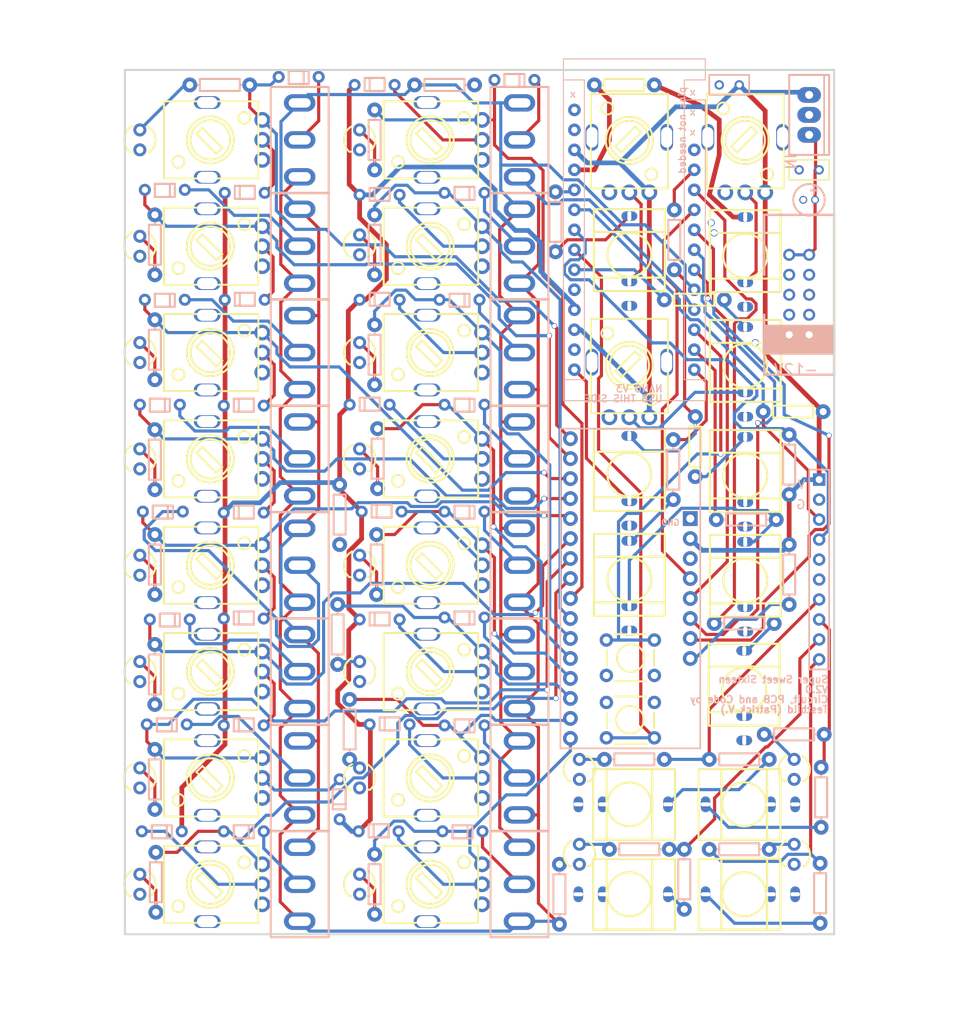
<source format=kicad_pcb>
(kicad_pcb (version 20171130) (host pcbnew "(5.1.5)-3")
  (layers (0 "F.Cu" signal) (31 "B.Cu" signal) (34 "B.Paste" user) (35 "F.Paste" user) (36 "B.SilkS" user) (37 "F.SilkS" user) (38 "B.Mask" user) (39 "F.Mask" user) (44 "Edge.Cuts" user))
  (net 0 "")
  (net 1 "ARD_5")
  (net 2 "A_IN")
  (net 3 "C2_2")
  (net 4 "CARRY_IN")
  (net 5 "CARRY_OUT")
  (net 6 "CLK_IN")
  (net 7 "CLK_OUT")
  (net 8 "D10_1")
  (net 9 "D11_1")
  (net 10 "D12_1")
  (net 11 "D13_1")
  (net 12 "D14_1")
  (net 13 "D15_1")
  (net 14 "D2_1")
  (net 15 "D3_1")
  (net 16 "D4_1")
  (net 17 "D5_1")
  (net 18 "D6_1")
  (net 19 "D7_1")
  (net 20 "D8_1")
  (net 21 "D9_1")
  (net 22 "GND")
  (net 23 "J10_3")
  (net 24 "J11_3")
  (net 25 "J12_3")
  (net 26 "J13_3")
  (net 27 "J1_2")
  (net 28 "J1_3")
  (net 29 "J2_2")
  (net 30 "J2_3")
  (net 31 "J6_3")
  (net 32 "J8_3")
  (net 33 "LED10_1")
  (net 34 "LED11_1")
  (net 35 "LED12_1")
  (net 36 "LED13_1")
  (net 37 "LED14_1")
  (net 38 "LED15_1")
  (net 39 "LED2_1")
  (net 40 "LED3_1")
  (net 41 "LED4_1")
  (net 42 "LED5_1")
  (net 43 "LED6_1")
  (net 44 "LED7_1")
  (net 45 "LED8_1")
  (net 46 "LED9_1")
  (net 47 "MUX1")
  (net 48 "MUX2")
  (net 49 "MUX3")
  (net 50 "MUX4")
  (net 51 "MUX_1")
  (net 52 "MUX_10")
  (net 53 "MUX_11")
  (net 54 "MUX_12")
  (net 55 "MUX_13")
  (net 56 "MUX_14")
  (net 57 "MUX_15")
  (net 58 "MUX_16")
  (net 59 "MUX_2")
  (net 60 "MUX_3")
  (net 61 "MUX_4")
  (net 62 "MUX_5")
  (net 63 "MUX_6")
  (net 64 "MUX_7")
  (net 65 "MUX_8")
  (net 66 "MUX_9")
  (net 67 "O_1")
  (net 68 "O_2")
  (net 69 "O_3")
  (net 70 "O_4")
  (net 71 "P10_4")
  (net 72 "P10_5")
  (net 73 "P11_4")
  (net 74 "P11_5")
  (net 75 "P12_4")
  (net 76 "P12_5")
  (net 77 "P13_4")
  (net 78 "P13_5")
  (net 79 "P14_4")
  (net 80 "P14_5")
  (net 81 "P15_4")
  (net 82 "P15_5")
  (net 83 "P16_2")
  (net 84 "P16_4")
  (net 85 "P16_5")
  (net 86 "P17_24")
  (net 87 "P1_2")
  (net 88 "P1_4")
  (net 89 "P1_5")
  (net 90 "P2_4")
  (net 91 "P2_5")
  (net 92 "P3_4")
  (net 93 "P3_5")
  (net 94 "P4_4")
  (net 95 "P4_5")
  (net 96 "P5_4")
  (net 97 "P5_5")
  (net 98 "P6_4")
  (net 99 "P6_5")
  (net 100 "P7_4")
  (net 101 "P7_5")
  (net 102 "P8_4")
  (net 103 "P8_5")
  (net 104 "P9_4")
  (net 105 "P9_5")
  (net 106 "PAUSE")
  (net 107 "R16_2")
  (net 108 "R19_2")
  (net 109 "R1_2")
  (net 110 "R22_2")
  (net 111 "R23_2")
  (net 112 "R24_2")
  (net 113 "R26_2")
  (net 114 "R28_2")
  (net 115 "R31_2")
  (net 116 "R32_2")
  (net 117 "RESET_IN")
  (net 118 "S10_2")
  (net 119 "S11_2")
  (net 120 "S12_2")
  (net 121 "S13_2")
  (net 122 "S14_2")
  (net 123 "S15_2")
  (net 124 "S16_2")
  (net 125 "S1_2")
  (net 126 "S2_2")
  (net 127 "S3_2")
  (net 128 "S4_2")
  (net 129 "S5_2")
  (net 130 "S6_2")
  (net 131 "S7_2")
  (net 132 "S8_2")
  (net 133 "S9_2")
  (net 134 "SCALE_4")
  (net 135 "SCALE_5")
  (net 136 "SCALE_IN")
  (net 137 "SCL")
  (net 138 "SDA")
  (net 139 "SEQ_4")
  (net 140 "SEQ_5")
  (net 141 "SEQ_IN")
  (net 142 "SET_STEP")
  (net 143 "SLIDE")
  (net 144 "SLIDE_AMT_2")
  (net 145 "SLIDE_AMT_4")
  (net 146 "SLIDE_AMT_5")
  (net 147 "SLIDE_IN")
  (net 148 "STEP_IN")
  (gr_line (start 2.54 119.761) (end 92.71 119.761) (width 0.254) (layer "Edge.Cuts"))
  (gr_line (start 92.71 119.761) (end 92.71 228.981) (width 0.254) (layer "Edge.Cuts"))
  (gr_line (start 92.71 228.981) (end 92.71 229.616) (width 0.254) (layer "Edge.Cuts"))
  (gr_line (start 92.71 229.616) (end 82.55 229.616) (width 0.254) (layer "Edge.Cuts"))
  (gr_line (start 82.55 229.616) (end 2.54 229.616) (width 0.254) (layer "Edge.Cuts"))
  (gr_line (start 2.54 229.616) (end 2.54 119.761) (width 0.254) (layer "Edge.Cuts"))
  (gr_line (start 76.907 154.448) (end 85.907 154.448) (width 0.254) (layer "F.SilkS"))
  (gr_line (start 85.907 154.448) (end 85.907 161.958) (width 0.254) (layer "F.SilkS"))
  (gr_line (start 85.907 161.958) (end 76.907 161.958) (width 0.254) (layer "F.SilkS"))
  (gr_line (start 76.907 161.958) (end 76.907 154.448) (width 0.254) (layer "F.SilkS"))
  (gr_line (start 76.907 151.548) (end 85.907 151.548) (width 0.254) (layer "F.SilkS"))
  (gr_line (start 85.907 151.548) (end 85.907 160.258) (width 0.254) (layer "F.SilkS"))
  (gr_line (start 85.907 160.258) (end 76.907 160.258) (width 0.254) (layer "F.SilkS"))
  (gr_line (start 76.907 160.258) (end 76.907 151.548) (width 0.254) (layer "F.SilkS"))
  (gr_line (start 76.907 168.418) (end 85.907 168.418) (width 0.254) (layer "F.SilkS"))
  (gr_line (start 85.907 168.418) (end 85.907 175.928) (width 0.254) (layer "F.SilkS"))
  (gr_line (start 85.907 175.928) (end 76.907 175.928) (width 0.254) (layer "F.SilkS"))
  (gr_line (start 76.907 175.928) (end 76.907 168.418) (width 0.254) (layer "F.SilkS"))
  (gr_line (start 76.907 165.518) (end 85.907 165.518) (width 0.254) (layer "F.SilkS"))
  (gr_line (start 85.907 165.518) (end 85.907 174.228) (width 0.254) (layer "F.SilkS"))
  (gr_line (start 85.907 174.228) (end 76.907 174.228) (width 0.254) (layer "F.SilkS"))
  (gr_line (start 76.907 174.228) (end 76.907 165.518) (width 0.254) (layer "F.SilkS"))
  (gr_line (start 76.78 195.596) (end 85.78 195.596) (width 0.254) (layer "F.SilkS"))
  (gr_line (start 85.78 195.596) (end 85.78 203.106) (width 0.254) (layer "F.SilkS"))
  (gr_line (start 85.78 203.106) (end 76.78 203.106) (width 0.254) (layer "F.SilkS"))
  (gr_line (start 76.78 203.106) (end 76.78 195.596) (width 0.254) (layer "F.SilkS"))
  (gr_line (start 76.78 192.696) (end 85.78 192.696) (width 0.254) (layer "F.SilkS"))
  (gr_line (start 85.78 192.696) (end 85.78 201.406) (width 0.254) (layer "F.SilkS"))
  (gr_line (start 85.78 201.406) (end 76.78 201.406) (width 0.254) (layer "F.SilkS"))
  (gr_line (start 76.78 201.406) (end 76.78 192.696) (width 0.254) (layer "F.SilkS"))
  (gr_line (start 76.907 181.753) (end 85.907 181.753) (width 0.254) (layer "F.SilkS"))
  (gr_line (start 85.907 181.753) (end 85.907 189.263) (width 0.254) (layer "F.SilkS"))
  (gr_line (start 85.907 189.263) (end 76.907 189.263) (width 0.254) (layer "F.SilkS"))
  (gr_line (start 76.907 189.263) (end 76.907 181.753) (width 0.254) (layer "F.SilkS"))
  (gr_line (start 76.907 178.853) (end 85.907 178.853) (width 0.254) (layer "F.SilkS"))
  (gr_line (start 85.907 178.853) (end 85.907 187.563) (width 0.254) (layer "F.SilkS"))
  (gr_line (start 85.907 187.563) (end 76.907 187.563) (width 0.254) (layer "F.SilkS"))
  (gr_line (start 76.907 187.563) (end 76.907 178.853) (width 0.254) (layer "F.SilkS"))
  (gr_line (start 62.175 181.626) (end 71.175 181.626) (width 0.254) (layer "F.SilkS"))
  (gr_line (start 71.175 181.626) (end 71.175 189.136) (width 0.254) (layer "F.SilkS"))
  (gr_line (start 71.175 189.136) (end 62.175 189.136) (width 0.254) (layer "F.SilkS"))
  (gr_line (start 62.175 189.136) (end 62.175 181.626) (width 0.254) (layer "F.SilkS"))
  (gr_line (start 62.175 178.726) (end 71.175 178.726) (width 0.254) (layer "F.SilkS"))
  (gr_line (start 71.175 178.726) (end 71.175 187.436) (width 0.254) (layer "F.SilkS"))
  (gr_line (start 71.175 187.436) (end 62.175 187.436) (width 0.254) (layer "F.SilkS"))
  (gr_line (start 62.175 187.436) (end 62.175 178.726) (width 0.254) (layer "F.SilkS"))
  (gr_line (start 62.175 168.291) (end 71.175 168.291) (width 0.254) (layer "F.SilkS"))
  (gr_line (start 71.175 168.291) (end 71.175 175.801) (width 0.254) (layer "F.SilkS"))
  (gr_line (start 71.175 175.801) (end 62.175 175.801) (width 0.254) (layer "F.SilkS"))
  (gr_line (start 62.175 175.801) (end 62.175 168.291) (width 0.254) (layer "F.SilkS"))
  (gr_line (start 62.175 165.391) (end 71.175 165.391) (width 0.254) (layer "F.SilkS"))
  (gr_line (start 71.175 165.391) (end 71.175 174.101) (width 0.254) (layer "F.SilkS"))
  (gr_line (start 71.175 174.101) (end 62.175 174.101) (width 0.254) (layer "F.SilkS"))
  (gr_line (start 62.175 174.101) (end 62.175 165.391) (width 0.254) (layer "F.SilkS"))
  (gr_line (start 62.175 140.351) (end 71.175 140.351) (width 0.254) (layer "F.SilkS"))
  (gr_line (start 71.175 140.351) (end 71.175 147.861) (width 0.254) (layer "F.SilkS"))
  (gr_line (start 71.175 147.861) (end 62.175 147.861) (width 0.254) (layer "F.SilkS"))
  (gr_line (start 62.175 147.861) (end 62.175 140.351) (width 0.254) (layer "F.SilkS"))
  (gr_line (start 62.175 137.451) (end 71.175 137.451) (width 0.254) (layer "F.SilkS"))
  (gr_line (start 71.175 137.451) (end 71.175 146.161) (width 0.254) (layer "F.SilkS"))
  (gr_line (start 71.175 146.161) (end 62.175 146.161) (width 0.254) (layer "F.SilkS"))
  (gr_line (start 62.175 146.161) (end 62.175 137.451) (width 0.254) (layer "F.SilkS"))
  (gr_line (start 76.907 140.478) (end 85.907 140.478) (width 0.254) (layer "F.SilkS"))
  (gr_line (start 85.907 140.478) (end 85.907 147.988) (width 0.254) (layer "F.SilkS"))
  (gr_line (start 85.907 147.988) (end 76.907 147.988) (width 0.254) (layer "F.SilkS"))
  (gr_line (start 76.907 147.988) (end 76.907 140.478) (width 0.254) (layer "F.SilkS"))
  (gr_line (start 76.907 137.578) (end 85.907 137.578) (width 0.254) (layer "F.SilkS"))
  (gr_line (start 85.907 137.578) (end 85.907 146.288) (width 0.254) (layer "F.SilkS"))
  (gr_line (start 85.907 146.288) (end 76.907 146.288) (width 0.254) (layer "F.SilkS"))
  (gr_line (start 76.907 146.288) (end 76.907 137.578) (width 0.254) (layer "F.SilkS"))
  (gr_line (start 75.475 229.036) (end 75.475 220.036) (width 0.254) (layer "F.SilkS"))
  (gr_line (start 75.475 220.036) (end 84.185 220.036) (width 0.254) (layer "F.SilkS"))
  (gr_line (start 84.185 220.036) (end 84.185 229.036) (width 0.254) (layer "F.SilkS"))
  (gr_line (start 84.185 229.036) (end 75.475 229.036) (width 0.254) (layer "F.SilkS"))
  (gr_line (start 69.58 220.036) (end 69.58 229.036) (width 0.254) (layer "F.SilkS"))
  (gr_line (start 69.58 229.036) (end 62.07 229.036) (width 0.254) (layer "F.SilkS"))
  (gr_line (start 62.07 229.036) (end 62.07 220.036) (width 0.254) (layer "F.SilkS"))
  (gr_line (start 62.07 220.036) (end 69.58 220.036) (width 0.254) (layer "F.SilkS"))
  (gr_line (start 72.48 220.036) (end 72.48 229.036) (width 0.254) (layer "F.SilkS"))
  (gr_line (start 72.48 229.036) (end 63.77 229.036) (width 0.254) (layer "F.SilkS"))
  (gr_line (start 63.77 229.036) (end 63.77 220.036) (width 0.254) (layer "F.SilkS"))
  (gr_line (start 63.77 220.036) (end 72.48 220.036) (width 0.254) (layer "F.SilkS"))
  (gr_line (start 78.375 229.036) (end 78.375 220.036) (width 0.254) (layer "F.SilkS"))
  (gr_line (start 78.375 220.036) (end 85.885 220.036) (width 0.254) (layer "F.SilkS"))
  (gr_line (start 85.885 220.036) (end 85.885 229.036) (width 0.254) (layer "F.SilkS"))
  (gr_line (start 85.885 229.036) (end 78.375 229.036) (width 0.254) (layer "F.SilkS"))
  (gr_line (start 78.375 217.606) (end 78.375 208.606) (width 0.254) (layer "F.SilkS"))
  (gr_line (start 78.375 208.606) (end 85.885 208.606) (width 0.254) (layer "F.SilkS"))
  (gr_line (start 85.885 208.606) (end 85.885 217.606) (width 0.254) (layer "F.SilkS"))
  (gr_line (start 85.885 217.606) (end 78.375 217.606) (width 0.254) (layer "F.SilkS"))
  (gr_line (start 75.475 217.606) (end 75.475 208.606) (width 0.254) (layer "F.SilkS"))
  (gr_line (start 75.475 208.606) (end 84.185 208.606) (width 0.254) (layer "F.SilkS"))
  (gr_line (start 84.185 208.606) (end 84.185 217.606) (width 0.254) (layer "F.SilkS"))
  (gr_line (start 84.185 217.606) (end 75.475 217.606) (width 0.254) (layer "F.SilkS"))
  (gr_line (start 69.58 208.606) (end 69.58 217.606) (width 0.254) (layer "F.SilkS"))
  (gr_line (start 69.58 217.606) (end 62.07 217.606) (width 0.254) (layer "F.SilkS"))
  (gr_line (start 62.07 217.606) (end 62.07 208.606) (width 0.254) (layer "F.SilkS"))
  (gr_line (start 62.07 208.606) (end 69.58 208.606) (width 0.254) (layer "F.SilkS"))
  (gr_line (start 72.48 208.606) (end 72.48 217.606) (width 0.254) (layer "F.SilkS"))
  (gr_line (start 72.48 217.606) (end 63.77 217.606) (width 0.254) (layer "F.SilkS"))
  (gr_line (start 63.77 217.606) (end 63.77 208.606) (width 0.254) (layer "F.SilkS"))
  (gr_line (start 63.77 208.606) (end 72.48 208.606) (width 0.254) (layer "F.SilkS"))
  (gr_line (start 76.78 195.596) (end 85.78 195.596) (width 0.254) (layer "F.SilkS"))
  (gr_line (start 85.78 195.596) (end 85.78 203.106) (width 0.254) (layer "F.SilkS"))
  (gr_line (start 85.78 203.106) (end 76.78 203.106) (width 0.254) (layer "F.SilkS"))
  (gr_line (start 76.78 203.106) (end 76.78 195.596) (width 0.254) (layer "F.SilkS"))
  (gr_line (start 76.78 192.696) (end 85.78 192.696) (width 0.254) (layer "F.SilkS"))
  (gr_line (start 85.78 192.696) (end 85.78 201.406) (width 0.254) (layer "F.SilkS"))
  (gr_line (start 85.78 201.406) (end 76.78 201.406) (width 0.254) (layer "F.SilkS"))
  (gr_line (start 76.78 201.406) (end 76.78 192.696) (width 0.254) (layer "F.SilkS"))
  (gr_line (start 62.175 181.626) (end 71.175 181.626) (width 0.254) (layer "F.SilkS"))
  (gr_line (start 71.175 181.626) (end 71.175 189.136) (width 0.254) (layer "F.SilkS"))
  (gr_line (start 71.175 189.136) (end 62.175 189.136) (width 0.254) (layer "F.SilkS"))
  (gr_line (start 62.175 189.136) (end 62.175 181.626) (width 0.254) (layer "F.SilkS"))
  (gr_line (start 62.175 178.726) (end 71.175 178.726) (width 0.254) (layer "F.SilkS"))
  (gr_line (start 71.175 178.726) (end 71.175 187.436) (width 0.254) (layer "F.SilkS"))
  (gr_line (start 71.175 187.436) (end 62.175 187.436) (width 0.254) (layer "F.SilkS"))
  (gr_line (start 62.175 187.436) (end 62.175 178.726) (width 0.254) (layer "F.SilkS"))
  (gr_line (start 76.907 181.753) (end 85.907 181.753) (width 0.254) (layer "F.SilkS"))
  (gr_line (start 85.907 181.753) (end 85.907 189.263) (width 0.254) (layer "F.SilkS"))
  (gr_line (start 85.907 189.263) (end 76.907 189.263) (width 0.254) (layer "F.SilkS"))
  (gr_line (start 76.907 189.263) (end 76.907 181.753) (width 0.254) (layer "F.SilkS"))
  (gr_line (start 76.907 178.853) (end 85.907 178.853) (width 0.254) (layer "F.SilkS"))
  (gr_line (start 85.907 178.853) (end 85.907 187.563) (width 0.254) (layer "F.SilkS"))
  (gr_line (start 85.907 187.563) (end 76.907 187.563) (width 0.254) (layer "F.SilkS"))
  (gr_line (start 76.907 187.563) (end 76.907 178.853) (width 0.254) (layer "F.SilkS"))
  (gr_line (start 62.175 168.291) (end 71.175 168.291) (width 0.254) (layer "F.SilkS"))
  (gr_line (start 71.175 168.291) (end 71.175 175.801) (width 0.254) (layer "F.SilkS"))
  (gr_line (start 71.175 175.801) (end 62.175 175.801) (width 0.254) (layer "F.SilkS"))
  (gr_line (start 62.175 175.801) (end 62.175 168.291) (width 0.254) (layer "F.SilkS"))
  (gr_line (start 62.175 165.391) (end 71.175 165.391) (width 0.254) (layer "F.SilkS"))
  (gr_line (start 71.175 165.391) (end 71.175 174.101) (width 0.254) (layer "F.SilkS"))
  (gr_line (start 71.175 174.101) (end 62.175 174.101) (width 0.254) (layer "F.SilkS"))
  (gr_line (start 62.175 174.101) (end 62.175 165.391) (width 0.254) (layer "F.SilkS"))
  (gr_line (start 76.907 168.418) (end 85.907 168.418) (width 0.254) (layer "F.SilkS"))
  (gr_line (start 85.907 168.418) (end 85.907 175.928) (width 0.254) (layer "F.SilkS"))
  (gr_line (start 85.907 175.928) (end 76.907 175.928) (width 0.254) (layer "F.SilkS"))
  (gr_line (start 76.907 175.928) (end 76.907 168.418) (width 0.254) (layer "F.SilkS"))
  (gr_line (start 76.907 165.518) (end 85.907 165.518) (width 0.254) (layer "F.SilkS"))
  (gr_line (start 85.907 165.518) (end 85.907 174.228) (width 0.254) (layer "F.SilkS"))
  (gr_line (start 85.907 174.228) (end 76.907 174.228) (width 0.254) (layer "F.SilkS"))
  (gr_line (start 76.907 174.228) (end 76.907 165.518) (width 0.254) (layer "F.SilkS"))
  (gr_line (start 76.907 154.448) (end 85.907 154.448) (width 0.254) (layer "F.SilkS"))
  (gr_line (start 85.907 154.448) (end 85.907 161.958) (width 0.254) (layer "F.SilkS"))
  (gr_line (start 85.907 161.958) (end 76.907 161.958) (width 0.254) (layer "F.SilkS"))
  (gr_line (start 76.907 161.958) (end 76.907 154.448) (width 0.254) (layer "F.SilkS"))
  (gr_line (start 76.907 151.548) (end 85.907 151.548) (width 0.254) (layer "F.SilkS"))
  (gr_line (start 85.907 151.548) (end 85.907 160.258) (width 0.254) (layer "F.SilkS"))
  (gr_line (start 85.907 160.258) (end 76.907 160.258) (width 0.254) (layer "F.SilkS"))
  (gr_line (start 76.907 160.258) (end 76.907 151.548) (width 0.254) (layer "F.SilkS"))
  (gr_line (start 62.175 140.351) (end 71.175 140.351) (width 0.254) (layer "F.SilkS"))
  (gr_line (start 71.175 140.351) (end 71.175 147.861) (width 0.254) (layer "F.SilkS"))
  (gr_line (start 71.175 147.861) (end 62.175 147.861) (width 0.254) (layer "F.SilkS"))
  (gr_line (start 62.175 147.861) (end 62.175 140.351) (width 0.254) (layer "F.SilkS"))
  (gr_line (start 62.175 137.451) (end 71.175 137.451) (width 0.254) (layer "F.SilkS"))
  (gr_line (start 71.175 137.451) (end 71.175 146.161) (width 0.254) (layer "F.SilkS"))
  (gr_line (start 71.175 146.161) (end 62.175 146.161) (width 0.254) (layer "F.SilkS"))
  (gr_line (start 62.175 146.161) (end 62.175 137.451) (width 0.254) (layer "F.SilkS"))
  (gr_line (start 76.907 140.478) (end 85.907 140.478) (width 0.254) (layer "F.SilkS"))
  (gr_line (start 85.907 140.478) (end 85.907 147.988) (width 0.254) (layer "F.SilkS"))
  (gr_line (start 85.907 147.988) (end 76.907 147.988) (width 0.254) (layer "F.SilkS"))
  (gr_line (start 76.907 147.988) (end 76.907 140.478) (width 0.254) (layer "F.SilkS"))
  (gr_line (start 76.907 137.578) (end 85.907 137.578) (width 0.254) (layer "F.SilkS"))
  (gr_line (start 85.907 137.578) (end 85.907 146.288) (width 0.254) (layer "F.SilkS"))
  (gr_line (start 85.907 146.288) (end 76.907 146.288) (width 0.254) (layer "F.SilkS"))
  (gr_line (start 76.907 146.288) (end 76.907 137.578) (width 0.254) (layer "F.SilkS"))
  (gr_arc (start 81.407 143.383) (end 78.613 143.383) (angle 180) (width 0.254) (layer "F.SilkS"))
  (gr_arc (start 81.407 143.383) (end 84.201 143.383) (angle 180) (width 0.254) (layer "F.SilkS"))
  (gr_arc (start 66.675 143.256) (end 63.881 143.256) (angle 180) (width 0.254) (layer "F.SilkS"))
  (gr_arc (start 66.675 143.256) (end 69.469 143.256) (angle 180) (width 0.254) (layer "F.SilkS"))
  (gr_arc (start 81.407 157.353) (end 78.613 157.353) (angle 180) (width 0.254) (layer "F.SilkS"))
  (gr_arc (start 81.407 157.353) (end 84.201 157.353) (angle 180) (width 0.254) (layer "F.SilkS"))
  (gr_arc (start 81.407 171.323) (end 78.613 171.323) (angle 180) (width 0.254) (layer "F.SilkS"))
  (gr_arc (start 81.407 171.323) (end 84.201 171.323) (angle 180) (width 0.254) (layer "F.SilkS"))
  (gr_arc (start 66.675 171.196) (end 63.881 171.196) (angle 180) (width 0.254) (layer "F.SilkS"))
  (gr_arc (start 66.675 171.196) (end 69.469 171.196) (angle 180) (width 0.254) (layer "F.SilkS"))
  (gr_arc (start 81.407 184.658) (end 78.613 184.658) (angle 180) (width 0.254) (layer "F.SilkS"))
  (gr_arc (start 81.407 184.658) (end 84.201 184.658) (angle 180) (width 0.254) (layer "F.SilkS"))
  (gr_arc (start 66.675 184.531) (end 63.881 184.531) (angle 180) (width 0.254) (layer "F.SilkS"))
  (gr_arc (start 66.675 184.531) (end 69.469 184.531) (angle 180) (width 0.254) (layer "F.SilkS"))
  (gr_arc (start 81.28 198.501) (end 78.486 198.501) (angle 180) (width 0.254) (layer "F.SilkS"))
  (gr_arc (start 81.28 198.501) (end 84.074 198.501) (angle 180) (width 0.254) (layer "F.SilkS"))
  (gr_arc (start 66.675 213.106) (end 66.675 210.312) (angle 180) (width 0.254) (layer "F.SilkS"))
  (gr_arc (start 66.675 213.106) (end 66.675 215.9) (angle 180) (width 0.254) (layer "F.SilkS"))
  (gr_arc (start 81.28 213.106) (end 81.28 215.9) (angle 180) (width 0.254) (layer "F.SilkS"))
  (gr_arc (start 81.28 213.106) (end 81.28 210.312) (angle 180) (width 0.254) (layer "F.SilkS"))
  (gr_arc (start 81.28 224.536) (end 81.28 227.33) (angle 180) (width 0.254) (layer "F.SilkS"))
  (gr_arc (start 81.28 224.536) (end 81.28 221.742) (angle 180) (width 0.254) (layer "F.SilkS"))
  (gr_arc (start 66.675 224.536) (end 66.675 221.742) (angle 180) (width 0.254) (layer "F.SilkS"))
  (gr_arc (start 66.675 224.536) (end 66.675 227.33) (angle 180) (width 0.254) (layer "F.SilkS"))
  (gr_arc (start 81.407 143.383) (end 78.613 143.383) (angle 180) (width 0.254) (layer "F.SilkS"))
  (gr_arc (start 81.407 143.383) (end 84.201 143.383) (angle 180) (width 0.254) (layer "F.SilkS"))
  (gr_arc (start 66.675 143.256) (end 63.881 143.256) (angle 180) (width 0.254) (layer "F.SilkS"))
  (gr_arc (start 66.675 143.256) (end 69.469 143.256) (angle 180) (width 0.254) (layer "F.SilkS"))
  (gr_arc (start 66.675 171.196) (end 63.881 171.196) (angle 180) (width 0.254) (layer "F.SilkS"))
  (gr_arc (start 66.675 171.196) (end 69.469 171.196) (angle 180) (width 0.254) (layer "F.SilkS"))
  (gr_arc (start 66.675 184.531) (end 63.881 184.531) (angle 180) (width 0.254) (layer "F.SilkS"))
  (gr_arc (start 66.675 184.531) (end 69.469 184.531) (angle 180) (width 0.254) (layer "F.SilkS"))
  (gr_arc (start 81.407 184.658) (end 78.613 184.658) (angle 180) (width 0.254) (layer "F.SilkS"))
  (gr_arc (start 81.407 184.658) (end 84.201 184.658) (angle 180) (width 0.254) (layer "F.SilkS"))
  (gr_arc (start 81.28 198.501) (end 78.486 198.501) (angle 180) (width 0.254) (layer "F.SilkS"))
  (gr_arc (start 81.28 198.501) (end 84.074 198.501) (angle 180) (width 0.254) (layer "F.SilkS"))
  (gr_arc (start 81.407 171.323) (end 78.613 171.323) (angle 180) (width 0.254) (layer "F.SilkS"))
  (gr_arc (start 81.407 171.323) (end 84.201 171.323) (angle 180) (width 0.254) (layer "F.SilkS"))
  (gr_arc (start 81.407 157.353) (end 78.613 157.353) (angle 180) (width 0.254) (layer "F.SilkS"))
  (gr_arc (start 81.407 157.353) (end 84.201 157.353) (angle 180) (width 0.254) (layer "F.SilkS"))
  (segment (start 90.805 194.691) (end 89.723 195.773) (width 0.4) (layer "F.Cu") (net 70))
  (segment (start 89.723 195.773) (end 89.723 219.39) (width 0.4) (layer "F.Cu") (net 70))
  (segment (start 89.723 219.39) (end 90.932 220.599) (width 0.4) (layer "F.Cu") (net 70))
  (segment (start 91.059 208.407) (end 91.44 208.026) (width 0.4) (layer "F.Cu") (net 68))
  (segment (start 91.44 208.026) (end 91.44 204.216) (width 0.4) (layer "F.Cu") (net 68))
  (segment (start 54.739 188.756) (end 55.655 187.839) (width 0.4) (layer "F.Cu") (net 63))
  (segment (start 55.655 187.839) (end 55.655 182.851) (width 0.4) (layer "F.Cu") (net 63))
  (segment (start 55.655 182.851) (end 59.182 179.324) (width 0.4) (layer "F.Cu") (net 63))
  (segment (start 59.182 181.864) (end 56.226 184.82) (width 0.4) (layer "F.Cu") (net 64))
  (segment (start 56.226 184.82) (end 56.226 198.546) (width 0.4) (layer "F.Cu") (net 64))
  (segment (start 59.69 142.621) (end 63.127 146.058) (width 0.4) (layer "F.Cu") (net 142))
  (segment (start 63.127 146.058) (end 63.127 158.609) (width 0.4) (layer "F.Cu") (net 142))
  (segment (start 63.127 158.609) (end 62.763 158.972) (width 0.4) (layer "F.Cu") (net 142))
  (segment (start 62.763 158.972) (end 62.763 168.128) (width 0.4) (layer "F.Cu") (net 142))
  (segment (start 62.763 168.128) (end 68.126 173.491) (width 0.4) (layer "F.Cu") (net 142))
  (segment (start 68.126 173.491) (end 68.126 202.924) (width 0.4) (layer "F.Cu") (net 142))
  (segment (start 68.126 202.924) (end 69.854 204.652) (width 0.4) (layer "F.Cu") (net 142))
  (segment (start 66.675 138.336) (end 63.66 141.351) (width 0.4) (layer "F.Cu") (net 108))
  (segment (start 63.66 141.351) (end 58.801 141.351) (width 0.4) (layer "F.Cu") (net 108))
  (segment (start 58.801 141.351) (end 57.277 142.875) (width 0.4) (layer "F.Cu") (net 108))
  (segment (start 49.53 126.111) (end 49.53 129.286) (width 0.4) (layer "F.Cu") (net 66))
  (segment (start 49.53 129.286) (end 51.245 131) (width 0.4) (layer "F.Cu") (net 66))
  (segment (start 51.245 131) (end 54.166 131) (width 0.4) (layer "F.Cu") (net 66))
  (segment (start 54.166 131) (end 55.705 132.54) (width 0.4) (layer "F.Cu") (net 66))
  (segment (start 55.705 132.54) (end 55.705 145.91) (width 0.4) (layer "F.Cu") (net 66))
  (segment (start 55.705 145.91) (end 58.23 148.435) (width 0.4) (layer "F.Cu") (net 66))
  (segment (start 58.23 148.435) (end 58.23 162.273) (width 0.4) (layer "F.Cu") (net 66))
  (segment (start 58.23 162.273) (end 60.648 164.691) (width 0.4) (layer "F.Cu") (net 66))
  (segment (start 60.648 164.691) (end 60.648 185.478) (width 0.4) (layer "F.Cu") (net 66))
  (segment (start 60.648 185.478) (end 59.182 186.944) (width 0.4) (layer "F.Cu") (net 66))
  (segment (start 62.23 121.666) (end 64.135 123.571) (width 0.6) (layer "F.Cu") (net 141))
  (segment (start 64.135 123.571) (end 64.135 128.72) (width 0.6) (layer "F.Cu") (net 141))
  (segment (start 64.135 128.72) (end 62.23 132.461) (width 0.6) (layer "F.Cu") (net 141))
  (segment (start 62.23 132.461) (end 59.69 132.461) (width 0.6) (layer "F.Cu") (net 141))
  (segment (start 69.85 121.666) (end 75.565 124.206) (width 0.6) (layer "F.Cu") (net 28))
  (segment (start 75.565 124.206) (end 75.565 124.206) (width 0.6) (layer "F.Cu") (net 28))
  (segment (start 75.565 124.206) (end 78.105 126.111) (width 0.6) (layer "F.Cu") (net 28))
  (segment (start 78.105 126.111) (end 78.105 130.556) (width 0.6) (layer "F.Cu") (net 28))
  (segment (start 78.105 130.556) (end 76.835 135.636) (width 0.6) (layer "F.Cu") (net 28))
  (segment (start 76.835 135.636) (end 79.883 138.463) (width 0.6) (layer "F.Cu") (net 28))
  (segment (start 79.883 138.463) (end 81.407 138.463) (width 0.6) (layer "F.Cu") (net 28))
  (segment (start 66.675 135.326) (end 68.17 136.821) (width 0.4) (layer "F.Cu") (net 144))
  (segment (start 68.17 136.821) (end 68.17 145.141) (width 0.4) (layer "F.Cu") (net 144))
  (segment (start 68.17 145.141) (end 66.675 146.636) (width 0.4) (layer "F.Cu") (net 144))
  (segment (start 81.407 135.326) (end 82.788 136.707) (width 0.4) (layer "F.Cu") (net 27))
  (segment (start 82.788 136.707) (end 82.788 145.382) (width 0.4) (layer "F.Cu") (net 27))
  (segment (start 82.788 145.382) (end 81.407 146.763) (width 0.4) (layer "F.Cu") (net 27))
  (segment (start 91.313 163.195) (end 83.947 155.829) (width 0.6) (layer "F.Cu") (net 1))
  (segment (start 83.947 155.829) (end 83.947 135.326) (width 0.6) (layer "F.Cu") (net 1))
  (segment (start 59.69 157.861) (end 61.218 159.389) (width 0.4) (layer "F.Cu") (net 7))
  (segment (start 61.218 159.389) (end 61.218 169.119) (width 0.4) (layer "F.Cu") (net 7))
  (segment (start 61.218 169.119) (end 66.675 174.576) (width 0.4) (layer "F.Cu") (net 7))
  (segment (start 91.313 163.195) (end 90.805 163.703) (width 0.6) (layer "F.Cu") (net 1))
  (segment (start 90.805 163.703) (end 90.805 171.831) (width 0.6) (layer "F.Cu") (net 1))
  (segment (start 86.995 173.736) (end 86.995 180.086) (width 0.6) (layer "F.Cu") (net 1))
  (segment (start 83.947 135.326) (end 83.947 124.968) (width 0.6) (layer "F.Cu") (net 1))
  (segment (start 83.947 124.968) (end 80.645 121.666) (width 0.6) (layer "F.Cu") (net 1))
  (segment (start 15.277 149.659) (end 15.277 149.008) (width 0.6) (layer "F.Cu") (net 2))
  (segment (start 15.277 149.008) (end 15.24 148.971) (width 0.6) (layer "F.Cu") (net 2))
  (segment (start 15.277 162.878) (end 15.277 149.659) (width 0.6) (layer "F.Cu") (net 2))
  (segment (start 15.277 149.659) (end 15.277 135.419) (width 0.6) (layer "F.Cu") (net 2))
  (segment (start 15.277 135.419) (end 15.24 135.382) (width 0.6) (layer "F.Cu") (net 2))
  (segment (start 15.277 162.878) (end 15.277 162.597) (width 0.6) (layer "F.Cu") (net 2))
  (segment (start 15.277 162.597) (end 15.113 162.433) (width 0.6) (layer "F.Cu") (net 2))
  (segment (start 15.277 176.47) (end 15.277 162.878) (width 0.6) (layer "F.Cu") (net 2))
  (segment (start 15.277 176.47) (end 15.277 176.186) (width 0.6) (layer "F.Cu") (net 2))
  (segment (start 15.277 176.186) (end 15.113 176.022) (width 0.6) (layer "F.Cu") (net 2))
  (segment (start 15.277 189.887) (end 15.277 176.47) (width 0.6) (layer "F.Cu") (net 2))
  (segment (start 15.277 189.887) (end 15.277 189.648) (width 0.6) (layer "F.Cu") (net 2))
  (segment (start 15.277 189.648) (end 15.113 189.484) (width 0.6) (layer "F.Cu") (net 2))
  (segment (start 15.277 204.176) (end 15.277 189.887) (width 0.6) (layer "F.Cu") (net 2))
  (segment (start 15.277 204.176) (end 15.277 203.237) (width 0.6) (layer "F.Cu") (net 2))
  (segment (start 15.277 203.237) (end 15.113 203.073) (width 0.6) (layer "F.Cu") (net 2))
  (segment (start 9.779 216.535) (end 9.779 210.974) (width 0.6) (layer "F.Cu") (net 2))
  (segment (start 9.779 210.974) (end 15.277 205.476) (width 0.6) (layer "F.Cu") (net 2))
  (segment (start 15.277 205.476) (end 15.277 204.176) (width 0.6) (layer "F.Cu") (net 2))
  (segment (start 33.655 202.946) (end 32.267 202.946) (width 0.6) (layer "F.Cu") (net 2))
  (segment (start 32.267 202.946) (end 29.596 200.275) (width 0.6) (layer "F.Cu") (net 2))
  (segment (start 29.596 200.275) (end 29.596 198.664) (width 0.6) (layer "F.Cu") (net 2))
  (segment (start 29.596 198.664) (end 31.002 197.257) (width 0.6) (layer "F.Cu") (net 2))
  (segment (start 31.002 197.257) (end 31.002 190.994) (width 0.6) (layer "F.Cu") (net 2))
  (segment (start 31.002 190.994) (end 32.385 189.611) (width 0.6) (layer "F.Cu") (net 2))
  (segment (start 32.258 216.535) (end 33.747 215.046) (width 0.6) (layer "F.Cu") (net 2))
  (segment (start 33.747 215.046) (end 33.747 203.038) (width 0.6) (layer "F.Cu") (net 2))
  (segment (start 33.747 203.038) (end 33.655 202.946) (width 0.6) (layer "F.Cu") (net 2))
  (segment (start 32.385 135.636) (end 32.385 138.554) (width 0.6) (layer "F.Cu") (net 2))
  (segment (start 32.385 138.554) (end 35.787 141.956) (width 0.6) (layer "F.Cu") (net 2))
  (segment (start 35.787 141.956) (end 35.787 146.34) (width 0.6) (layer "F.Cu") (net 2))
  (segment (start 35.787 146.34) (end 33.156 148.971) (width 0.6) (layer "F.Cu") (net 2))
  (segment (start 33.156 148.971) (end 32.385 148.971) (width 0.6) (layer "F.Cu") (net 2))
  (segment (start 31.75 121.666) (end 31.058 122.358) (width 0.6) (layer "F.Cu") (net 2))
  (segment (start 31.058 122.358) (end 31.058 134.309) (width 0.6) (layer "F.Cu") (net 2))
  (segment (start 31.058 134.309) (end 32.385 135.636) (width 0.6) (layer "F.Cu") (net 2))
  (segment (start 32.385 148.971) (end 30.943 150.413) (width 0.6) (layer "F.Cu") (net 2))
  (segment (start 30.943 150.413) (end 30.943 162.134) (width 0.6) (layer "F.Cu") (net 2))
  (segment (start 30.943 162.134) (end 31.115 162.306) (width 0.6) (layer "F.Cu") (net 2))
  (segment (start 31.115 162.306) (end 29.845 163.576) (width 0.6) (layer "F.Cu") (net 2))
  (segment (start 29.845 163.576) (end 29.845 172.466) (width 0.6) (layer "F.Cu") (net 2))
  (segment (start 32.639 175.895) (end 29.845 173.101) (width 0.6) (layer "F.Cu") (net 2))
  (segment (start 29.845 173.101) (end 29.845 172.466) (width 0.6) (layer "F.Cu") (net 2))
  (segment (start 32.385 189.611) (end 31.027 188.253) (width 0.6) (layer "F.Cu") (net 2))
  (segment (start 31.027 188.253) (end 31.027 180.97) (width 0.6) (layer "F.Cu") (net 2))
  (segment (start 31.027 180.97) (end 32.639 179.358) (width 0.6) (layer "F.Cu") (net 2))
  (segment (start 32.639 179.358) (end 32.639 175.895) (width 0.6) (layer "F.Cu") (net 2))
  (segment (start 74.93 135.001) (end 78.816 138.887) (width 0.4) (layer "F.Cu") (net 117))
  (segment (start 78.816 138.887) (end 78.816 146.123) (width 0.4) (layer "F.Cu") (net 117))
  (segment (start 78.816 146.123) (end 81.563 148.87) (width 0.4) (layer "F.Cu") (net 117))
  (segment (start 81.563 148.87) (end 82.188 148.87) (width 0.4) (layer "F.Cu") (net 117))
  (segment (start 82.188 148.87) (end 82.778 149.46) (width 0.4) (layer "F.Cu") (net 117))
  (segment (start 82.778 149.46) (end 82.778 150.266) (width 0.4) (layer "F.Cu") (net 117))
  (segment (start 82.778 150.266) (end 81.641 151.402) (width 0.4) (layer "F.Cu") (net 117))
  (segment (start 81.641 151.402) (end 80.638 151.402) (width 0.4) (layer "F.Cu") (net 117))
  (segment (start 80.638 151.402) (end 80.032 152.008) (width 0.4) (layer "F.Cu") (net 117))
  (segment (start 80.032 152.008) (end 80.032 187.557) (width 0.4) (layer "F.Cu") (net 117))
  (segment (start 80.032 187.557) (end 77.47 190.119) (width 0.4) (layer "F.Cu") (net 117))
  (segment (start 74.422 186.944) (end 79.127 182.239) (width 0.4) (layer "F.Cu") (net 48))
  (segment (start 79.127 182.239) (end 79.127 151.653) (width 0.4) (layer "F.Cu") (net 48))
  (segment (start 79.127 151.653) (end 77.365 149.891) (width 0.4) (layer "F.Cu") (net 48))
  (segment (start 77.365 149.891) (end 77.365 142.516) (width 0.4) (layer "F.Cu") (net 48))
  (segment (start 77.365 142.516) (end 74.93 140.081) (width 0.4) (layer "F.Cu") (net 48))
  (segment (start 90.805 176.911) (end 89.424 175.53) (width 0.4) (layer "F.Cu") (net 137))
  (segment (start 89.424 175.53) (end 89.424 170.684) (width 0.4) (layer "F.Cu") (net 137))
  (segment (start 89.424 170.684) (end 83.719 164.979) (width 0.4) (layer "F.Cu") (net 137))
  (segment (start 83.719 164.979) (end 83.719 163.221) (width 0.4) (layer "F.Cu") (net 137))
  (segment (start 83.719 163.221) (end 83.693 163.195) (width 0.4) (layer "F.Cu") (net 137))
  (segment (start 74.422 189.484) (end 76.452 191.514) (width 0.4) (layer "F.Cu") (net 49))
  (segment (start 76.452 191.514) (end 78.617 191.514) (width 0.4) (layer "F.Cu") (net 49))
  (segment (start 78.617 191.514) (end 80.723 189.408) (width 0.4) (layer "F.Cu") (net 49))
  (segment (start 80.723 189.408) (end 81.901 189.408) (width 0.4) (layer "F.Cu") (net 49))
  (segment (start 81.901 189.408) (end 82.998 188.311) (width 0.4) (layer "F.Cu") (net 49))
  (segment (start 82.998 188.311) (end 82.998 164.628) (width 0.4) (layer "F.Cu") (net 49))
  (segment (start 74.422 192.024) (end 74.621 192.223) (width 0.4) (layer "F.Cu") (net 50))
  (segment (start 74.621 192.223) (end 82.138 192.223) (width 0.4) (layer "F.Cu") (net 50))
  (segment (start 82.138 192.223) (end 83.719 190.642) (width 0.4) (layer "F.Cu") (net 50))
  (segment (start 83.719 190.642) (end 83.719 187.45) (width 0.4) (layer "F.Cu") (net 50))
  (segment (start 83.719 187.45) (end 89.534 181.635) (width 0.4) (layer "F.Cu") (net 50))
  (segment (start 89.534 181.635) (end 89.534 178.947) (width 0.4) (layer "F.Cu") (net 50))
  (segment (start 89.534 178.947) (end 90.301 178.181) (width 0.4) (layer "F.Cu") (net 50))
  (segment (start 90.301 178.181) (end 91.34 178.181) (width 0.4) (layer "F.Cu") (net 50))
  (segment (start 91.34 178.181) (end 92.053 177.468) (width 0.4) (layer "F.Cu") (net 50))
  (segment (start 92.053 177.468) (end 92.053 166.221) (width 0.4) (layer "F.Cu") (net 50))
  (segment (start 76.644 148.809) (end 76.644 146.875) (width 0.4) (layer "F.Cu") (net 50))
  (segment (start 76.644 146.875) (end 74.93 145.161) (width 0.4) (layer "F.Cu") (net 50))
  (segment (start 27.186 150.984) (end 27.186 139.888) (width 0.4) (layer "F.Cu") (net 143))
  (segment (start 27.186 139.888) (end 24.765 137.467) (width 0.4) (layer "F.Cu") (net 143))
  (segment (start 27.186 164.5) (end 27.186 150.984) (width 0.4) (layer "F.Cu") (net 143))
  (segment (start 27.186 150.984) (end 24.765 150.984) (width 0.4) (layer "F.Cu") (net 143))
  (segment (start 24.765 178.017) (end 27.186 175.596) (width 0.4) (layer "F.Cu") (net 143))
  (segment (start 27.186 175.596) (end 27.186 164.5) (width 0.4) (layer "F.Cu") (net 143))
  (segment (start 27.186 164.5) (end 24.765 164.5) (width 0.4) (layer "F.Cu") (net 143))
  (segment (start 27.136 205.05) (end 27.136 193.904) (width 0.4) (layer "F.Cu") (net 143))
  (segment (start 27.136 193.904) (end 24.765 191.533) (width 0.4) (layer "F.Cu") (net 143))
  (segment (start 24.765 218.566) (end 27.136 216.195) (width 0.4) (layer "F.Cu") (net 143))
  (segment (start 27.136 216.195) (end 27.136 205.05) (width 0.4) (layer "F.Cu") (net 143))
  (segment (start 27.136 205.05) (end 24.765 205.05) (width 0.4) (layer "F.Cu") (net 143))
  (segment (start 52.705 150.984) (end 50.189 148.468) (width 0.4) (layer "F.Cu") (net 143))
  (segment (start 50.189 148.468) (end 50.189 139.983) (width 0.4) (layer "F.Cu") (net 143))
  (segment (start 50.189 139.983) (end 52.705 137.467) (width 0.4) (layer "F.Cu") (net 143))
  (segment (start 50.334 164.5) (end 50.334 153.355) (width 0.4) (layer "F.Cu") (net 143))
  (segment (start 50.334 153.355) (end 52.705 150.984) (width 0.4) (layer "F.Cu") (net 143))
  (segment (start 50.334 178.017) (end 50.334 164.5) (width 0.4) (layer "F.Cu") (net 143))
  (segment (start 50.334 164.5) (end 52.705 164.5) (width 0.4) (layer "F.Cu") (net 143))
  (segment (start 50.334 191.533) (end 50.334 178.017) (width 0.4) (layer "F.Cu") (net 143))
  (segment (start 50.334 178.017) (end 52.705 178.017) (width 0.4) (layer "F.Cu") (net 143))
  (segment (start 52.705 205.05) (end 50.334 202.678) (width 0.4) (layer "F.Cu") (net 143))
  (segment (start 50.334 202.678) (end 50.334 191.533) (width 0.4) (layer "F.Cu") (net 143))
  (segment (start 50.334 191.533) (end 52.705 191.533) (width 0.4) (layer "F.Cu") (net 143))
  (segment (start 52.705 218.566) (end 50.203 216.064) (width 0.4) (layer "F.Cu") (net 143))
  (segment (start 50.203 216.064) (end 50.203 207.552) (width 0.4) (layer "F.Cu") (net 143))
  (segment (start 50.203 207.552) (end 52.705 205.05) (width 0.4) (layer "F.Cu") (net 143))
  (segment (start 55.083 173.9) (end 55.083 185.038) (width 0.4) (layer "F.Cu") (net 106))
  (segment (start 55.083 185.038) (end 52.705 187.417) (width 0.4) (layer "F.Cu") (net 106))
  (segment (start 52.705 187.417) (end 52.705 187.742) (width 0.4) (layer "F.Cu") (net 106))
  (segment (start 52.705 187.742) (end 55.076 190.113) (width 0.4) (layer "F.Cu") (net 106))
  (segment (start 55.076 190.113) (end 55.076 198.562) (width 0.4) (layer "F.Cu") (net 106))
  (segment (start 55.076 198.562) (end 52.705 200.933) (width 0.4) (layer "F.Cu") (net 106))
  (segment (start 52.705 146.867) (end 55.133 144.44) (width 0.4) (layer "F.Cu") (net 106))
  (segment (start 55.133 144.44) (end 55.133 135.779) (width 0.4) (layer "F.Cu") (net 106))
  (segment (start 55.133 135.779) (end 52.705 133.351) (width 0.4) (layer "F.Cu") (net 106))
  (segment (start 52.705 146.867) (end 55.083 149.246) (width 0.4) (layer "F.Cu") (net 106))
  (segment (start 55.083 149.246) (end 55.083 160.384) (width 0.4) (layer "F.Cu") (net 106))
  (segment (start 55.083 160.384) (end 52.705 160.384) (width 0.4) (layer "F.Cu") (net 106))
  (segment (start 55.083 173.9) (end 55.083 160.384) (width 0.4) (layer "F.Cu") (net 106))
  (segment (start 52.705 173.9) (end 55.083 173.9) (width 0.4) (layer "F.Cu") (net 106))
  (segment (start 24.765 146.867) (end 22.363 144.465) (width 0.4) (layer "F.Cu") (net 106))
  (segment (start 22.363 144.465) (end 22.363 135.753) (width 0.4) (layer "F.Cu") (net 106))
  (segment (start 22.363 135.753) (end 24.765 133.351) (width 0.4) (layer "F.Cu") (net 106))
  (segment (start 24.765 160.384) (end 22.368 157.987) (width 0.4) (layer "F.Cu") (net 106))
  (segment (start 22.368 157.987) (end 22.368 149.265) (width 0.4) (layer "F.Cu") (net 106))
  (segment (start 22.368 149.265) (end 24.765 146.867) (width 0.4) (layer "F.Cu") (net 106))
  (segment (start 24.765 173.9) (end 22.299 171.435) (width 0.4) (layer "F.Cu") (net 106))
  (segment (start 22.299 171.435) (end 22.299 162.85) (width 0.4) (layer "F.Cu") (net 106))
  (segment (start 22.299 162.85) (end 24.765 160.384) (width 0.4) (layer "F.Cu") (net 106))
  (segment (start 24.765 187.417) (end 22.299 184.951) (width 0.4) (layer "F.Cu") (net 106))
  (segment (start 22.299 184.951) (end 22.299 176.366) (width 0.4) (layer "F.Cu") (net 106))
  (segment (start 22.299 176.366) (end 24.765 173.9) (width 0.4) (layer "F.Cu") (net 106))
  (segment (start 24.765 200.933) (end 22.299 198.467) (width 0.4) (layer "F.Cu") (net 106))
  (segment (start 22.299 198.467) (end 22.299 189.883) (width 0.4) (layer "F.Cu") (net 106))
  (segment (start 22.299 189.883) (end 24.765 187.417) (width 0.4) (layer "F.Cu") (net 106))
  (segment (start 24.765 214.45) (end 22.298 211.982) (width 0.4) (layer "F.Cu") (net 106))
  (segment (start 22.298 211.982) (end 22.298 203.4) (width 0.4) (layer "F.Cu") (net 106))
  (segment (start 22.298 203.4) (end 24.765 200.933) (width 0.4) (layer "F.Cu") (net 106))
  (segment (start 24.765 227.966) (end 22.286 225.487) (width 0.4) (layer "F.Cu") (net 106))
  (segment (start 22.286 225.487) (end 22.286 216.929) (width 0.4) (layer "F.Cu") (net 106))
  (segment (start 22.286 216.929) (end 24.765 214.45) (width 0.4) (layer "F.Cu") (net 106))
  (segment (start 52.705 200.933) (end 55.118 203.346) (width 0.4) (layer "F.Cu") (net 106))
  (segment (start 55.118 203.346) (end 55.118 214.45) (width 0.4) (layer "F.Cu") (net 106))
  (segment (start 55.118 214.45) (end 55.118 225.679) (width 0.4) (layer "F.Cu") (net 106))
  (segment (start 55.118 225.679) (end 57.785 228.346) (width 0.4) (layer "F.Cu") (net 106))
  (segment (start 52.705 214.45) (end 55.118 214.45) (width 0.4) (layer "F.Cu") (net 106))
  (segment (start 78.3 168.57) (end 78.3 156.151) (width 0.4) (layer "F.Cu") (net 148))
  (segment (start 78.3 156.151) (end 74.93 152.781) (width 0.4) (layer "F.Cu") (net 148))
  (segment (start 74.93 155.321) (end 77.579 157.97) (width 0.4) (layer "F.Cu") (net 5))
  (segment (start 77.579 157.97) (end 77.579 176.766) (width 0.4) (layer "F.Cu") (net 5))
  (segment (start 77.579 176.766) (end 77.724 176.911) (width 0.4) (layer "F.Cu") (net 5))
  (segment (start 6.35 206.121) (end 5.334 205.105) (width 0.4) (layer "F.Cu") (net 64))
  (segment (start 5.334 205.105) (end 5.334 202.946) (width 0.4) (layer "F.Cu") (net 64))
  (segment (start 59.182 184.404) (end 57.336 186.25) (width 0.4) (layer "F.Cu") (net 65))
  (segment (start 57.336 186.25) (end 57.336 199.635) (width 0.4) (layer "F.Cu") (net 65))
  (segment (start 47.95 166.66) (end 49.411 168.12) (width 0.4) (layer "F.Cu") (net 54))
  (segment (start 49.411 168.12) (end 49.411 177.821) (width 0.4) (layer "F.Cu") (net 54))
  (segment (start 34.671 165.354) (end 37.342 165.354) (width 0.4) (layer "F.Cu") (net 54))
  (segment (start 37.342 165.354) (end 40.39 162.306) (width 0.4) (layer "F.Cu") (net 54))
  (segment (start 40.39 162.306) (end 43.18 162.306) (width 0.4) (layer "F.Cu") (net 54))
  (segment (start 47.95 180.177) (end 49.517 181.744) (width 0.4) (layer "F.Cu") (net 55))
  (segment (start 49.517 181.744) (end 49.517 191.408) (width 0.4) (layer "F.Cu") (net 55))
  (segment (start 34.544 178.816) (end 36.833 178.816) (width 0.4) (layer "F.Cu") (net 55))
  (segment (start 36.833 178.816) (end 39.754 175.895) (width 0.4) (layer "F.Cu") (net 55))
  (segment (start 39.754 175.895) (end 43.18 175.895) (width 0.4) (layer "F.Cu") (net 55))
  (segment (start 6.35 138.176) (end 5.08 136.906) (width 0.4) (layer "F.Cu") (net 59))
  (segment (start 5.08 136.906) (end 5.08 135.001) (width 0.4) (layer "F.Cu") (net 59))
  (segment (start 59.182 169.164) (end 56.493 166.475) (width 0.4) (layer "F.Cu") (net 59))
  (segment (start 56.493 166.475) (end 56.493 153.536) (width 0.4) (layer "F.Cu") (net 59))
  (segment (start 6.35 151.511) (end 5.08 150.241) (width 0.4) (layer "F.Cu") (net 60))
  (segment (start 5.08 150.241) (end 5.08 148.971) (width 0.4) (layer "F.Cu") (net 60))
  (segment (start 59.182 171.704) (end 56.602 171.704) (width 0.4) (layer "F.Cu") (net 60))
  (segment (start 56.602 171.704) (end 55.837 170.939) (width 0.4) (layer "F.Cu") (net 60))
  (segment (start 6.35 165.481) (end 4.445 163.576) (width 0.4) (layer "F.Cu") (net 61))
  (segment (start 4.445 163.576) (end 4.445 162.306) (width 0.4) (layer "F.Cu") (net 61))
  (segment (start 59.182 174.244) (end 55.837 174.244) (width 0.4) (layer "F.Cu") (net 61))
  (segment (start 55.821 176.409) (end 58.807 176.409) (width 0.4) (layer "F.Cu") (net 62))
  (segment (start 58.807 176.409) (end 59.182 176.784) (width 0.4) (layer "F.Cu") (net 62))
  (segment (start 6.35 178.816) (end 4.826 177.292) (width 0.4) (layer "F.Cu") (net 62))
  (segment (start 4.826 177.292) (end 4.826 175.895) (width 0.4) (layer "F.Cu") (net 62))
  (segment (start 6.35 192.786) (end 5.715 192.151) (width 0.4) (layer "F.Cu") (net 63))
  (segment (start 5.715 192.151) (end 5.715 189.611) (width 0.4) (layer "F.Cu") (net 63))
  (segment (start 31.115 199.771) (end 37.172 199.771) (width 0.4) (layer "F.Cu") (net 57))
  (segment (start 37.172 199.771) (end 40.474 203.073) (width 0.4) (layer "F.Cu") (net 57))
  (segment (start 40.474 203.073) (end 43.18 203.073) (width 0.4) (layer "F.Cu") (net 57))
  (segment (start 24.765 128.651) (end 27.178 126.238) (width 0.4) (layer "F.Cu") (net 125))
  (segment (start 27.178 126.238) (end 27.178 120.65) (width 0.4) (layer "F.Cu") (net 125))
  (segment (start 47.95 128.651) (end 42.978 128.651) (width 0.4) (layer "F.Cu") (net 21))
  (segment (start 42.978 128.651) (end 36.83 122.503) (width 0.4) (layer "F.Cu") (net 21))
  (segment (start 36.83 122.503) (end 36.83 121.666) (width 0.4) (layer "F.Cu") (net 21))
  (segment (start 90.286 136.271) (end 90.286 142.505) (width 0.4) (layer "F.Cu") (net 3))
  (segment (start 90.286 142.505) (end 89.535 143.256) (width 0.4) (layer "F.Cu") (net 3))
  (segment (start 90.354 132.461) (end 90.286 132.529) (width 0.4) (layer "F.Cu") (net 3))
  (segment (start 90.286 132.529) (end 90.286 136.271) (width 0.4) (layer "F.Cu") (net 3))
  (segment (start 90.805 132.461) (end 90.354 132.461) (width 0.4) (layer "F.Cu") (net 3))
  (segment (start 59.182 166.624) (end 57.444 164.886) (width 0.4) (layer "F.Cu") (net 51))
  (segment (start 57.444 164.886) (end 57.444 152.602) (width 0.4) (layer "F.Cu") (net 51))
  (segment (start 57.444 152.602) (end 57.146 152.304) (width 0.4) (layer "F.Cu") (net 51))
  (segment (start 20.01 126.111) (end 18.415 124.516) (width 0.4) (layer "F.Cu") (net 51))
  (segment (start 18.415 124.516) (end 18.415 121.666) (width 0.4) (layer "F.Cu") (net 51))
  (segment (start 49.53 121.031) (end 49.53 126.111) (width 0.4) (layer "F.Cu") (net 66))
  (segment (start 47.95 126.111) (end 49.53 126.111) (width 0.4) (layer "F.Cu") (net 66))
  (segment (start 4.445 154.414) (end 6.35 156.319) (width 0.4) (layer "F.Cu") (net 40))
  (segment (start 6.35 156.319) (end 6.35 159.131) (width 0.4) (layer "F.Cu") (net 40))
  (segment (start 32.385 221.996) (end 34.29 223.901) (width 0.4) (layer "F.Cu") (net 107))
  (segment (start 34.29 223.901) (end 34.29 227.076) (width 0.4) (layer "F.Cu") (net 107))
  (segment (start 32.385 181.447) (end 34.544 183.606) (width 0.4) (layer "F.Cu") (net 36))
  (segment (start 34.544 183.606) (end 34.544 186.436) (width 0.4) (layer "F.Cu") (net 36))
  (segment (start 32.385 167.93) (end 34.671 170.216) (width 0.4) (layer "F.Cu") (net 35))
  (segment (start 34.671 170.216) (end 34.671 172.974) (width 0.4) (layer "F.Cu") (net 35))
  (segment (start 32.385 154.414) (end 34.29 156.319) (width 0.4) (layer "F.Cu") (net 34))
  (segment (start 34.29 156.319) (end 34.29 159.766) (width 0.4) (layer "F.Cu") (net 34))
  (segment (start 32.385 140.716) (end 34.29 142.621) (width 0.4) (layer "F.Cu") (net 33))
  (segment (start 34.29 142.621) (end 34.29 145.796) (width 0.4) (layer "F.Cu") (net 33))
  (segment (start 32.385 127.381) (end 34.29 129.286) (width 0.4) (layer "F.Cu") (net 46))
  (segment (start 34.29 129.286) (end 34.29 132.461) (width 0.4) (layer "F.Cu") (net 46))
  (segment (start 4.445 221.996) (end 6.477 224.028) (width 0.4) (layer "F.Cu") (net 45))
  (segment (start 6.477 224.028) (end 6.477 226.822) (width 0.4) (layer "F.Cu") (net 45))
  (segment (start 4.445 208.48) (end 6.35 210.385) (width 0.4) (layer "F.Cu") (net 44))
  (segment (start 6.35 210.385) (end 6.35 213.741) (width 0.4) (layer "F.Cu") (net 44))
  (segment (start 4.445 194.963) (end 6.35 196.868) (width 0.4) (layer "F.Cu") (net 43))
  (segment (start 6.35 196.868) (end 6.35 200.406) (width 0.4) (layer "F.Cu") (net 43))
  (segment (start 4.445 181.447) (end 6.35 183.352) (width 0.4) (layer "F.Cu") (net 42))
  (segment (start 6.35 183.352) (end 6.35 186.436) (width 0.4) (layer "F.Cu") (net 42))
  (segment (start 4.445 167.93) (end 6.35 169.835) (width 0.4) (layer "F.Cu") (net 41))
  (segment (start 6.35 169.835) (end 6.35 173.101) (width 0.4) (layer "F.Cu") (net 41))
  (segment (start 4.445 140.897) (end 6.35 142.802) (width 0.4) (layer "F.Cu") (net 39))
  (segment (start 6.35 142.802) (end 6.35 145.796) (width 0.4) (layer "F.Cu") (net 39))
  (segment (start 52.705 223.266) (end 48.006 218.567) (width 0.4) (layer "F.Cu") (net 124))
  (segment (start 48.006 218.567) (end 48.006 216.535) (width 0.4) (layer "F.Cu") (net 124))
  (segment (start 52.705 128.651) (end 55.153 126.203) (width 0.4) (layer "F.Cu") (net 133))
  (segment (start 55.153 126.203) (end 55.153 121.574) (width 0.4) (layer "F.Cu") (net 133))
  (segment (start 55.153 121.574) (end 54.61 121.031) (width 0.4) (layer "F.Cu") (net 133))
  (segment (start 20.01 196.233) (end 21.515 197.738) (width 0.4) (layer "F.Cu") (net 18))
  (segment (start 21.515 197.738) (end 21.515 201.751) (width 0.4) (layer "F.Cu") (net 18))
  (segment (start 21.515 201.751) (end 20.193 203.073) (width 0.4) (layer "F.Cu") (net 18))
  (segment (start 20.01 182.717) (end 21.515 184.223) (width 0.4) (layer "F.Cu") (net 17))
  (segment (start 21.515 184.223) (end 21.515 188.162) (width 0.4) (layer "F.Cu") (net 17))
  (segment (start 21.515 188.162) (end 20.193 189.484) (width 0.4) (layer "F.Cu") (net 17))
  (segment (start 20.01 169.2) (end 21.515 170.705) (width 0.4) (layer "F.Cu") (net 16))
  (segment (start 21.515 170.705) (end 21.515 174.7) (width 0.4) (layer "F.Cu") (net 16))
  (segment (start 21.515 174.7) (end 20.193 176.022) (width 0.4) (layer "F.Cu") (net 16))
  (segment (start 20.01 155.684) (end 21.523 157.197) (width 0.4) (layer "F.Cu") (net 15))
  (segment (start 21.523 157.197) (end 21.523 161.103) (width 0.4) (layer "F.Cu") (net 15))
  (segment (start 21.523 161.103) (end 20.193 162.433) (width 0.4) (layer "F.Cu") (net 15))
  (segment (start 20.01 142.166) (end 21.386 143.542) (width 0.4) (layer "F.Cu") (net 14))
  (segment (start 21.386 143.542) (end 21.386 147.905) (width 0.4) (layer "F.Cu") (net 14))
  (segment (start 21.386 147.905) (end 20.32 148.971) (width 0.4) (layer "F.Cu") (net 14))
  (segment (start 20.01 128.651) (end 21.423 130.064) (width 0.4) (layer "F.Cu") (net 87))
  (segment (start 21.423 130.064) (end 21.423 134.279) (width 0.4) (layer "F.Cu") (net 87))
  (segment (start 21.423 134.279) (end 20.32 135.382) (width 0.4) (layer "F.Cu") (net 87))
  (segment (start 6.477 219.202) (end 9.189 219.202) (width 0.4) (layer "F.Cu") (net 65))
  (segment (start 9.189 219.202) (end 11.856 216.535) (width 0.4) (layer "F.Cu") (net 65))
  (segment (start 11.856 216.535) (end 15.113 216.535) (width 0.4) (layer "F.Cu") (net 65))
  (segment (start 72.39 145.161) (end 73.701 146.472) (width 0.4) (layer "F.Cu") (net 32))
  (segment (start 73.701 146.472) (end 73.701 162.474) (width 0.4) (layer "F.Cu") (net 32))
  (segment (start 73.701 162.474) (end 75.057 163.83) (width 0.4) (layer "F.Cu") (net 32))
  (segment (start 72.39 137.541) (end 72.39 135.001) (width 0.4) (layer "F.Cu") (net 6))
  (segment (start 72.39 135.001) (end 74.93 132.461) (width 0.4) (layer "F.Cu") (net 6))
  (segment (start 74.93 157.861) (end 76.451 159.382) (width 0.4) (layer "F.Cu") (net 4))
  (segment (start 76.451 159.382) (end 76.451 164.301) (width 0.4) (layer "F.Cu") (net 4))
  (segment (start 76.451 164.301) (end 74.001 166.751) (width 0.4) (layer "F.Cu") (net 4))
  (segment (start 74.001 166.751) (end 72.263 166.751) (width 0.4) (layer "F.Cu") (net 4))
  (segment (start 73.66 218.821) (end 77.51 214.971) (width 0.4) (layer "F.Cu") (net 69))
  (segment (start 77.51 214.971) (end 77.51 212.312) (width 0.4) (layer "F.Cu") (net 69))
  (segment (start 77.51 212.312) (end 84.008 205.814) (width 0.4) (layer "F.Cu") (net 69))
  (segment (start 84.008 205.814) (end 84.211 205.814) (width 0.4) (layer "F.Cu") (net 69))
  (segment (start 84.211 205.814) (end 88.355 201.67) (width 0.4) (layer "F.Cu") (net 69))
  (segment (start 88.355 201.67) (end 88.355 194.601) (width 0.4) (layer "F.Cu") (net 69))
  (segment (start 88.355 194.601) (end 90.805 192.151) (width 0.4) (layer "F.Cu") (net 69))
  (segment (start 74.422 184.404) (end 70.874 180.856) (width 0.4) (layer "F.Cu") (net 47))
  (segment (start 70.874 180.856) (end 70.874 162.864) (width 0.4) (layer "F.Cu") (net 47))
  (segment (start 70.874 162.864) (end 72.735 161.003) (width 0.4) (layer "F.Cu") (net 47))
  (segment (start 72.735 161.003) (end 72.735 147.559) (width 0.4) (layer "F.Cu") (net 47))
  (segment (start 72.735 147.559) (end 71.076 145.899) (width 0.4) (layer "F.Cu") (net 47))
  (segment (start 71.076 145.899) (end 71.076 141.395) (width 0.4) (layer "F.Cu") (net 47))
  (segment (start 71.076 141.395) (end 74.93 137.541) (width 0.4) (layer "F.Cu") (net 47))
  (segment (start 90.354 132.461) (end 90.354 128.835) (width 0.4) (layer "F.Cu") (net 3))
  (segment (start 90.354 128.835) (end 89.535 128.016) (width 0.4) (layer "F.Cu") (net 3))
  (segment (start 69.215 135.326) (end 69.215 163.901) (width 0.6) (layer "F.Cu") (net 1))
  (segment (start 90.805 189.611) (end 92.095 190.901) (width 0.4) (layer "F.Cu") (net 68))
  (segment (start 92.095 190.901) (end 92.095 203.561) (width 0.4) (layer "F.Cu") (net 68))
  (segment (start 92.095 203.561) (end 91.44 204.216) (width 0.4) (layer "F.Cu") (net 68))
  (segment (start 90.805 187.071) (end 76.835 201.041) (width 0.4) (layer "F.Cu") (net 67))
  (segment (start 76.835 201.041) (end 76.835 207.391) (width 0.4) (layer "F.Cu") (net 67))
  (segment (start 76.644 148.809) (end 77.419 149.593) (width 0.4) (layer "B.Cu") (net 50))
  (segment (start 77.419 149.593) (end 77.419 150.783) (width 0.4) (layer "B.Cu") (net 50))
  (segment (start 77.419 150.783) (end 86.36 159.766) (width 0.4) (layer "B.Cu") (net 50))
  (segment (start 86.36 159.766) (end 86.36 163.576) (width 0.4) (layer "B.Cu") (net 50))
  (segment (start 86.36 163.576) (end 92.053 166.221) (width 0.4) (layer "B.Cu") (net 50))
  (segment (start 74.93 150.241) (end 73.66 148.336) (width 0.4) (layer "B.Cu") (net 106))
  (segment (start 73.66 148.336) (end 61.595 136.271) (width 0.4) (layer "B.Cu") (net 106))
  (segment (start 61.595 136.271) (end 58.186 136.271) (width 0.4) (layer "B.Cu") (net 106))
  (segment (start 58.186 136.271) (end 57.7 136.758) (width 0.4) (layer "B.Cu") (net 106))
  (segment (start 57.7 136.758) (end 56.112 136.758) (width 0.4) (layer "B.Cu") (net 106))
  (segment (start 56.112 136.758) (end 52.705 133.351) (width 0.4) (layer "B.Cu") (net 106))
  (segment (start 59.182 189.484) (end 57.871 188.173) (width 0.4) (layer "B.Cu") (net 52))
  (segment (start 57.871 188.173) (end 57.871 148.947) (width 0.4) (layer "B.Cu") (net 52))
  (segment (start 57.871 148.947) (end 53.093 144.17) (width 0.4) (layer "B.Cu") (net 52))
  (segment (start 53.093 144.17) (end 51.713 144.17) (width 0.4) (layer "B.Cu") (net 52))
  (segment (start 51.713 144.17) (end 50.334 142.79) (width 0.4) (layer "B.Cu") (net 52))
  (segment (start 50.334 142.79) (end 50.334 142.01) (width 0.4) (layer "B.Cu") (net 52))
  (segment (start 50.334 142.01) (end 47.95 139.626) (width 0.4) (layer "B.Cu") (net 52))
  (segment (start 71.12 148.971) (end 67.31 145.161) (width 0.4) (layer "B.Cu") (net 136))
  (segment (start 67.31 145.161) (end 59.69 145.161) (width 0.4) (layer "B.Cu") (net 136))
  (segment (start 75.057 163.83) (end 75.057 165.983) (width 0.4) (layer "B.Cu") (net 32))
  (segment (start 75.057 165.983) (end 72.858 168.182) (width 0.4) (layer "B.Cu") (net 32))
  (segment (start 72.858 168.182) (end 68.581 168.182) (width 0.4) (layer "B.Cu") (net 32))
  (segment (start 68.581 168.182) (end 66.675 166.276) (width 0.4) (layer "B.Cu") (net 32))
  (segment (start 72.263 174.371) (end 67.023 179.611) (width 0.4) (layer "B.Cu") (net 114))
  (segment (start 67.023 179.611) (end 66.675 179.611) (width 0.4) (layer "B.Cu") (net 114))
  (segment (start 85.344 176.911) (end 84.194 175.761) (width 0.4) (layer "B.Cu") (net 31))
  (segment (start 84.194 175.761) (end 80.324 175.761) (width 0.4) (layer "B.Cu") (net 31))
  (segment (start 80.324 175.761) (end 80.036 175.473) (width 0.4) (layer "B.Cu") (net 31))
  (segment (start 80.036 175.473) (end 73.297 175.473) (width 0.4) (layer "B.Cu") (net 31))
  (segment (start 73.297 175.473) (end 66.675 182.095) (width 0.4) (layer "B.Cu") (net 31))
  (segment (start 66.675 182.095) (end 66.675 187.911) (width 0.4) (layer "B.Cu") (net 31))
  (segment (start 85.344 176.911) (end 82.517 179.738) (width 0.4) (layer "B.Cu") (net 31))
  (segment (start 82.517 179.738) (end 81.407 179.738) (width 0.4) (layer "B.Cu") (net 31))
  (segment (start 85.09 190.119) (end 81.628 193.581) (width 0.4) (layer "B.Cu") (net 113))
  (segment (start 81.628 193.581) (end 81.28 193.581) (width 0.4) (layer "B.Cu") (net 113))
  (segment (start 78.74 148.971) (end 78.74 149.766) (width 0.4) (layer "B.Cu") (net 30))
  (segment (start 78.74 149.766) (end 81.407 152.433) (width 0.4) (layer "B.Cu") (net 30))
  (segment (start 66.675 163.901) (end 68.046 165.272) (width 0.4) (layer "B.Cu") (net 29))
  (segment (start 68.046 165.272) (end 70.486 165.272) (width 0.4) (layer "B.Cu") (net 29))
  (segment (start 70.486 165.272) (end 75.025 160.733) (width 0.4) (layer "B.Cu") (net 29))
  (segment (start 75.025 160.733) (end 81.407 160.733) (width 0.4) (layer "B.Cu") (net 29))
  (segment (start 90.805 171.831) (end 88.9 171.831) (width 0.6) (layer "B.Cu") (net 1))
  (segment (start 88.9 171.831) (end 86.995 173.736) (width 0.6) (layer "B.Cu") (net 1))
  (segment (start 74.422 179.324) (end 75.913 180.815) (width 0.6) (layer "B.Cu") (net 1))
  (segment (start 75.913 180.815) (end 86.266 180.815) (width 0.6) (layer "B.Cu") (net 1))
  (segment (start 86.266 180.815) (end 86.995 180.086) (width 0.6) (layer "B.Cu") (net 1))
  (segment (start 65.466 131.577) (end 61.346 131.577) (width 0.6) (layer "B.Cu") (net 1))
  (segment (start 61.346 131.577) (end 59.69 129.921) (width 0.6) (layer "B.Cu") (net 1))
  (segment (start 32.385 135.636) (end 33.993 135.636) (width 0.6) (layer "B.Cu") (net 2))
  (segment (start 33.993 135.636) (end 37.527 132.102) (width 0.6) (layer "B.Cu") (net 2))
  (segment (start 37.527 132.102) (end 46.724 132.102) (width 0.6) (layer "B.Cu") (net 2))
  (segment (start 46.724 132.102) (end 49.615 134.992) (width 0.6) (layer "B.Cu") (net 2))
  (segment (start 49.615 134.992) (end 49.615 137.584) (width 0.6) (layer "B.Cu") (net 2))
  (segment (start 49.615 137.584) (end 52.192 140.162) (width 0.6) (layer "B.Cu") (net 2))
  (segment (start 52.192 140.162) (end 53.824 140.162) (width 0.6) (layer "B.Cu") (net 2))
  (segment (start 53.824 140.162) (end 55.402 141.74) (width 0.6) (layer "B.Cu") (net 2))
  (segment (start 55.402 141.74) (end 55.402 145.37) (width 0.6) (layer "B.Cu") (net 2))
  (segment (start 55.402 145.37) (end 59.69 149.658) (width 0.6) (layer "B.Cu") (net 2))
  (segment (start 59.69 149.658) (end 59.69 150.241) (width 0.6) (layer "B.Cu") (net 2))
  (segment (start 15.113 176.022) (end 16.347 174.788) (width 0.6) (layer "B.Cu") (net 2))
  (segment (start 16.347 174.788) (end 19.71 174.788) (width 0.6) (layer "B.Cu") (net 2))
  (segment (start 19.71 174.788) (end 22.285 172.213) (width 0.6) (layer "B.Cu") (net 2))
  (segment (start 22.285 172.213) (end 29.592 172.213) (width 0.6) (layer "B.Cu") (net 2))
  (segment (start 29.592 172.213) (end 29.845 172.466) (width 0.6) (layer "B.Cu") (net 2))
  (segment (start 32.258 216.535) (end 31.369 216.535) (width 0.6) (layer "B.Cu") (net 2))
  (segment (start 31.369 216.535) (end 29.845 215.011) (width 0.6) (layer "B.Cu") (net 2))
  (segment (start 63.754 204.652) (end 69.854 204.652) (width 0.4) (layer "B.Cu") (net 142))
  (segment (start 90.805 179.451) (end 91.964 178.292) (width 0.4) (layer "B.Cu") (net 138))
  (segment (start 91.964 178.292) (end 91.964 170.882) (width 0.4) (layer "B.Cu") (net 138))
  (segment (start 91.964 170.882) (end 87.198 166.116) (width 0.4) (layer "B.Cu") (net 138))
  (segment (start 87.198 166.116) (end 86.995 166.116) (width 0.4) (layer "B.Cu") (net 138))
  (segment (start 83.693 163.195) (end 83.693 159.764) (width 0.4) (layer "B.Cu") (net 137))
  (segment (start 83.693 159.764) (end 75.44 151.511) (width 0.4) (layer "B.Cu") (net 137))
  (segment (start 75.44 151.511) (end 74.434 151.511) (width 0.4) (layer "B.Cu") (net 137))
  (segment (start 74.434 151.511) (end 73.034 150.111) (width 0.4) (layer "B.Cu") (net 137))
  (segment (start 73.034 150.111) (end 73.034 148.934) (width 0.4) (layer "B.Cu") (net 137))
  (segment (start 73.034 148.934) (end 61.641 137.541) (width 0.4) (layer "B.Cu") (net 137))
  (segment (start 61.641 137.541) (end 59.69 137.541) (width 0.4) (layer "B.Cu") (net 137))
  (segment (start 74.93 142.621) (end 76.11 143.801) (width 0.4) (layer "B.Cu") (net 49))
  (segment (start 76.11 143.801) (end 76.11 148.322) (width 0.4) (layer "B.Cu") (net 49))
  (segment (start 76.11 148.322) (end 75.923 148.51) (width 0.4) (layer "B.Cu") (net 49))
  (segment (start 75.923 148.51) (end 75.923 149.107) (width 0.4) (layer "B.Cu") (net 49))
  (segment (start 75.923 149.107) (end 76.298 149.483) (width 0.4) (layer "B.Cu") (net 49))
  (segment (start 76.298 149.483) (end 76.298 150.559) (width 0.4) (layer "B.Cu") (net 49))
  (segment (start 76.298 150.559) (end 85.142 159.402) (width 0.4) (layer "B.Cu") (net 49))
  (segment (start 85.142 159.402) (end 85.142 163.643) (width 0.4) (layer "B.Cu") (net 49))
  (segment (start 85.142 163.643) (end 84.157 164.628) (width 0.4) (layer "B.Cu") (net 49))
  (segment (start 84.157 164.628) (end 82.998 164.628) (width 0.4) (layer "B.Cu") (net 49))
  (segment (start 57.277 135.255) (end 59.436 135.255) (width 0.4) (layer "B.Cu") (net 147))
  (segment (start 59.436 135.255) (end 59.69 135.001) (width 0.4) (layer "B.Cu") (net 147))
  (segment (start 50.33 131.857) (end 50.33 135.092) (width 0.4) (layer "B.Cu") (net 143))
  (segment (start 50.33 135.092) (end 52.705 137.467) (width 0.4) (layer "B.Cu") (net 143))
  (segment (start 50.33 123.951) (end 50.33 131.857) (width 0.4) (layer "B.Cu") (net 143))
  (segment (start 74.93 147.701) (end 73.758 146.529) (width 0.4) (layer "B.Cu") (net 143))
  (segment (start 73.758 146.529) (end 73.758 144.53) (width 0.4) (layer "B.Cu") (net 143))
  (segment (start 73.758 144.53) (end 68.677 139.448) (width 0.4) (layer "B.Cu") (net 143))
  (segment (start 68.677 139.448) (end 65.909 139.448) (width 0.4) (layer "B.Cu") (net 143))
  (segment (start 65.909 139.448) (end 60.192 133.731) (width 0.4) (layer "B.Cu") (net 143))
  (segment (start 60.192 133.731) (end 58.302 133.731) (width 0.4) (layer "B.Cu") (net 143))
  (segment (start 58.302 133.731) (end 56.428 131.857) (width 0.4) (layer "B.Cu") (net 143))
  (segment (start 56.428 131.857) (end 50.33 131.857) (width 0.4) (layer "B.Cu") (net 143))
  (segment (start 50.33 123.951) (end 46.9 123.951) (width 0.4) (layer "B.Cu") (net 143))
  (segment (start 46.9 123.951) (end 44.615 121.666) (width 0.4) (layer "B.Cu") (net 143))
  (segment (start 44.615 121.666) (end 39.37 121.666) (width 0.4) (layer "B.Cu") (net 143))
  (segment (start 52.705 123.951) (end 50.33 123.951) (width 0.4) (layer "B.Cu") (net 143))
  (segment (start 24.765 123.951) (end 25.826 122.89) (width 0.4) (layer "B.Cu") (net 143))
  (segment (start 25.826 122.89) (end 38.146 122.89) (width 0.4) (layer "B.Cu") (net 143))
  (segment (start 38.146 122.89) (end 39.37 121.666) (width 0.4) (layer "B.Cu") (net 143))
  (segment (start 24.765 137.467) (end 22.388 135.09) (width 0.4) (layer "B.Cu") (net 143))
  (segment (start 22.388 135.09) (end 22.388 126.328) (width 0.4) (layer "B.Cu") (net 143))
  (segment (start 22.388 126.328) (end 24.765 123.951) (width 0.4) (layer "B.Cu") (net 143))
  (segment (start 24.765 191.533) (end 22.387 189.155) (width 0.4) (layer "B.Cu") (net 143))
  (segment (start 22.387 189.155) (end 22.387 180.394) (width 0.4) (layer "B.Cu") (net 143))
  (segment (start 22.387 180.394) (end 24.765 178.017) (width 0.4) (layer "B.Cu") (net 143))
  (segment (start 24.765 227.966) (end 26.018 229.219) (width 0.4) (layer "B.Cu") (net 106))
  (segment (start 26.018 229.219) (end 51.452 229.219) (width 0.4) (layer "B.Cu") (net 106))
  (segment (start 51.452 229.219) (end 52.705 227.966) (width 0.4) (layer "B.Cu") (net 106))
  (segment (start 52.705 227.966) (end 57.405 227.966) (width 0.4) (layer "B.Cu") (net 106))
  (segment (start 57.405 227.966) (end 57.785 228.346) (width 0.4) (layer "B.Cu") (net 106))
  (segment (start 65.301 192.223) (end 63.754 192.223) (width 0.4) (layer "B.Cu") (net 148))
  (segment (start 69.854 192.223) (end 65.301 192.223) (width 0.4) (layer "B.Cu") (net 148))
  (segment (start 65.301 192.223) (end 65.301 177.175) (width 0.4) (layer "B.Cu") (net 148))
  (segment (start 65.301 177.175) (end 66.35 176.126) (width 0.4) (layer "B.Cu") (net 148))
  (segment (start 66.35 176.126) (end 67.765 176.126) (width 0.4) (layer "B.Cu") (net 148))
  (segment (start 67.765 176.126) (end 75.321 168.57) (width 0.4) (layer "B.Cu") (net 148))
  (segment (start 75.321 168.57) (end 78.3 168.57) (width 0.4) (layer "B.Cu") (net 148))
  (segment (start 5.334 202.946) (end 8.062 202.946) (width 0.4) (layer "B.Cu") (net 64))
  (segment (start 8.062 202.946) (end 11.264 199.745) (width 0.4) (layer "B.Cu") (net 64))
  (segment (start 11.264 199.745) (end 18.666 199.745) (width 0.4) (layer "B.Cu") (net 64))
  (segment (start 18.666 199.745) (end 21.43 202.509) (width 0.4) (layer "B.Cu") (net 64))
  (segment (start 21.43 202.509) (end 27.952 202.509) (width 0.4) (layer "B.Cu") (net 64))
  (segment (start 27.952 202.509) (end 29.22 201.241) (width 0.4) (layer "B.Cu") (net 64))
  (segment (start 29.22 201.241) (end 36.843 201.241) (width 0.4) (layer "B.Cu") (net 64))
  (segment (start 36.843 201.241) (end 38.397 199.687) (width 0.4) (layer "B.Cu") (net 64))
  (segment (start 38.397 199.687) (end 42.752 199.687) (width 0.4) (layer "B.Cu") (net 64))
  (segment (start 42.752 199.687) (end 43.279 200.215) (width 0.4) (layer "B.Cu") (net 64))
  (segment (start 43.279 200.215) (end 48.804 200.215) (width 0.4) (layer "B.Cu") (net 64))
  (segment (start 48.804 200.215) (end 50.473 198.546) (width 0.4) (layer "B.Cu") (net 64))
  (segment (start 50.473 198.546) (end 56.226 198.546) (width 0.4) (layer "B.Cu") (net 64))
  (segment (start 20.01 207.211) (end 7.44 207.211) (width 0.4) (layer "B.Cu") (net 64))
  (segment (start 7.44 207.211) (end 6.35 206.121) (width 0.4) (layer "B.Cu") (net 64))
  (segment (start 59.182 194.564) (end 55.46 190.842) (width 0.4) (layer "B.Cu") (net 54))
  (segment (start 55.46 190.842) (end 55.46 182.31) (width 0.4) (layer "B.Cu") (net 54))
  (segment (start 55.46 182.31) (end 53.517 180.367) (width 0.4) (layer "B.Cu") (net 54))
  (segment (start 53.517 180.367) (end 51.957 180.367) (width 0.4) (layer "B.Cu") (net 54))
  (segment (start 51.957 180.367) (end 49.411 177.821) (width 0.4) (layer "B.Cu") (net 54))
  (segment (start 47.95 166.66) (end 43.597 162.306) (width 0.4) (layer "B.Cu") (net 54))
  (segment (start 43.597 162.306) (end 43.18 162.306) (width 0.4) (layer "B.Cu") (net 54))
  (segment (start 59.182 197.104) (end 55.961 193.883) (width 0.4) (layer "B.Cu") (net 55))
  (segment (start 55.961 193.883) (end 51.992 193.883) (width 0.4) (layer "B.Cu") (net 55))
  (segment (start 51.992 193.883) (end 49.517 191.408) (width 0.4) (layer "B.Cu") (net 55))
  (segment (start 47.95 180.177) (end 43.668 175.895) (width 0.4) (layer "B.Cu") (net 55))
  (segment (start 43.668 175.895) (end 43.18 175.895) (width 0.4) (layer "B.Cu") (net 55))
  (segment (start 52.705 169.2) (end 48.26 164.755) (width 0.4) (layer "B.Cu") (net 120))
  (segment (start 48.26 164.755) (end 48.26 162.306) (width 0.4) (layer "B.Cu") (net 120))
  (segment (start 34.29 138.176) (end 34.29 137.071) (width 0.4) (layer "B.Cu") (net 52))
  (segment (start 34.29 137.071) (end 36.943 134.418) (width 0.4) (layer "B.Cu") (net 52))
  (segment (start 36.943 134.418) (end 38.444 134.418) (width 0.4) (layer "B.Cu") (net 52))
  (segment (start 38.444 134.418) (end 39.408 135.382) (width 0.4) (layer "B.Cu") (net 52))
  (segment (start 39.408 135.382) (end 43.18 135.382) (width 0.4) (layer "B.Cu") (net 52))
  (segment (start 47.95 139.626) (end 43.706 135.382) (width 0.4) (layer "B.Cu") (net 52))
  (segment (start 43.706 135.382) (end 43.18 135.382) (width 0.4) (layer "B.Cu") (net 52))
  (segment (start 24.765 196.233) (end 20.768 192.236) (width 0.4) (layer "B.Cu") (net 130))
  (segment (start 20.768 192.236) (end 15.833 192.236) (width 0.4) (layer "B.Cu") (net 130))
  (segment (start 15.833 192.236) (end 15.374 192.695) (width 0.4) (layer "B.Cu") (net 130))
  (segment (start 15.374 192.695) (end 11.543 192.695) (width 0.4) (layer "B.Cu") (net 130))
  (segment (start 11.543 192.695) (end 10.795 191.947) (width 0.4) (layer "B.Cu") (net 130))
  (segment (start 10.795 191.947) (end 10.795 189.611) (width 0.4) (layer "B.Cu") (net 130))
  (segment (start 20.01 139.626) (end 21.868 141.484) (width 0.4) (layer "B.Cu") (net 59))
  (segment (start 21.868 141.484) (end 21.868 142.323) (width 0.4) (layer "B.Cu") (net 59))
  (segment (start 21.868 142.323) (end 24.062 144.517) (width 0.4) (layer "B.Cu") (net 59))
  (segment (start 24.062 144.517) (end 33.168 144.517) (width 0.4) (layer "B.Cu") (net 59))
  (segment (start 33.168 144.517) (end 33.248 144.437) (width 0.4) (layer "B.Cu") (net 59))
  (segment (start 33.248 144.437) (end 44.738 144.437) (width 0.4) (layer "B.Cu") (net 59))
  (segment (start 44.738 144.437) (end 50.128 149.827) (width 0.4) (layer "B.Cu") (net 59))
  (segment (start 50.128 149.827) (end 50.128 151.388) (width 0.4) (layer "B.Cu") (net 59))
  (segment (start 50.128 151.388) (end 52.276 153.536) (width 0.4) (layer "B.Cu") (net 59))
  (segment (start 52.276 153.536) (end 56.493 153.536) (width 0.4) (layer "B.Cu") (net 59))
  (segment (start 20.01 139.626) (end 7.8 139.626) (width 0.4) (layer "B.Cu") (net 59))
  (segment (start 7.8 139.626) (end 6.35 138.176) (width 0.4) (layer "B.Cu") (net 59))
  (segment (start 20.01 153.144) (end 21.867 155.001) (width 0.4) (layer "B.Cu") (net 60))
  (segment (start 21.867 155.001) (end 21.867 155.84) (width 0.4) (layer "B.Cu") (net 60))
  (segment (start 21.867 155.84) (end 23.534 157.507) (width 0.4) (layer "B.Cu") (net 60))
  (segment (start 23.534 157.507) (end 29.783 157.507) (width 0.4) (layer "B.Cu") (net 60))
  (segment (start 29.783 157.507) (end 45.449 173.173) (width 0.4) (layer "B.Cu") (net 60))
  (segment (start 45.449 173.173) (end 48.758 173.173) (width 0.4) (layer "B.Cu") (net 60))
  (segment (start 48.758 173.173) (end 50.993 170.939) (width 0.4) (layer "B.Cu") (net 60))
  (segment (start 50.993 170.939) (end 55.837 170.939) (width 0.4) (layer "B.Cu") (net 60))
  (segment (start 20.01 153.144) (end 7.983 153.144) (width 0.4) (layer "B.Cu") (net 60))
  (segment (start 7.983 153.144) (end 6.35 151.511) (width 0.4) (layer "B.Cu") (net 60))
  (segment (start 20.01 166.66) (end 21.482 168.131) (width 0.4) (layer "B.Cu") (net 61))
  (segment (start 21.482 168.131) (end 21.482 169.143) (width 0.4) (layer "B.Cu") (net 61))
  (segment (start 21.482 169.143) (end 23.094 170.756) (width 0.4) (layer "B.Cu") (net 61))
  (segment (start 23.094 170.756) (end 27.947 170.756) (width 0.4) (layer "B.Cu") (net 61))
  (segment (start 27.947 170.756) (end 29.502 169.2) (width 0.4) (layer "B.Cu") (net 61))
  (segment (start 29.502 169.2) (end 38.728 169.2) (width 0.4) (layer "B.Cu") (net 61))
  (segment (start 38.728 169.2) (end 43.426 173.898) (width 0.4) (layer "B.Cu") (net 61))
  (segment (start 43.426 173.898) (end 49.488 173.898) (width 0.4) (layer "B.Cu") (net 61))
  (segment (start 49.488 173.898) (end 51.088 175.498) (width 0.4) (layer "B.Cu") (net 61))
  (segment (start 51.088 175.498) (end 54.583 175.498) (width 0.4) (layer "B.Cu") (net 61))
  (segment (start 54.583 175.498) (end 55.837 174.244) (width 0.4) (layer "B.Cu") (net 61))
  (segment (start 20.01 166.66) (end 7.529 166.66) (width 0.4) (layer "B.Cu") (net 61))
  (segment (start 7.529 166.66) (end 6.35 165.481) (width 0.4) (layer "B.Cu") (net 61))
  (segment (start 20.01 180.177) (end 20.01 179.571) (width 0.4) (layer "B.Cu") (net 62))
  (segment (start 20.01 179.571) (end 24.033 175.548) (width 0.4) (layer "B.Cu") (net 62))
  (segment (start 24.033 175.548) (end 31.37 175.548) (width 0.4) (layer "B.Cu") (net 62))
  (segment (start 31.37 175.548) (end 32.157 174.761) (width 0.4) (layer "B.Cu") (net 62))
  (segment (start 32.157 174.761) (end 38.443 174.761) (width 0.4) (layer "B.Cu") (net 62))
  (segment (start 38.443 174.761) (end 38.929 175.247) (width 0.4) (layer "B.Cu") (net 62))
  (segment (start 38.929 175.247) (end 42.202 175.247) (width 0.4) (layer "B.Cu") (net 62))
  (segment (start 42.202 175.247) (end 42.801 174.649) (width 0.4) (layer "B.Cu") (net 62))
  (segment (start 42.801 174.649) (end 49.431 174.649) (width 0.4) (layer "B.Cu") (net 62))
  (segment (start 49.431 174.649) (end 51.191 176.409) (width 0.4) (layer "B.Cu") (net 62))
  (segment (start 51.191 176.409) (end 55.821 176.409) (width 0.4) (layer "B.Cu") (net 62))
  (segment (start 20.01 180.177) (end 7.711 180.177) (width 0.4) (layer "B.Cu") (net 62))
  (segment (start 7.711 180.177) (end 6.35 178.816) (width 0.4) (layer "B.Cu") (net 62))
  (segment (start 20.01 193.693) (end 22.36 196.043) (width 0.4) (layer "B.Cu") (net 63))
  (segment (start 22.36 196.043) (end 22.36 197.054) (width 0.4) (layer "B.Cu") (net 63))
  (segment (start 22.36 197.054) (end 23.124 197.819) (width 0.4) (layer "B.Cu") (net 63))
  (segment (start 23.124 197.819) (end 26.277 197.819) (width 0.4) (layer "B.Cu") (net 63))
  (segment (start 26.277 197.819) (end 27.804 196.291) (width 0.4) (layer "B.Cu") (net 63))
  (segment (start 27.804 196.291) (end 27.804 187.469) (width 0.4) (layer "B.Cu") (net 63))
  (segment (start 27.804 187.469) (end 29.041 186.232) (width 0.4) (layer "B.Cu") (net 63))
  (segment (start 29.041 186.232) (end 32.474 186.232) (width 0.4) (layer "B.Cu") (net 63))
  (segment (start 32.474 186.232) (end 33.687 185.019) (width 0.4) (layer "B.Cu") (net 63))
  (segment (start 33.687 185.019) (end 45.526 185.019) (width 0.4) (layer "B.Cu") (net 63))
  (segment (start 45.526 185.019) (end 49.492 188.986) (width 0.4) (layer "B.Cu") (net 63))
  (segment (start 49.492 188.986) (end 54.508 188.986) (width 0.4) (layer "B.Cu") (net 63))
  (segment (start 54.508 188.986) (end 54.739 188.756) (width 0.4) (layer "B.Cu") (net 63))
  (segment (start 20.01 193.693) (end 7.257 193.693) (width 0.4) (layer "B.Cu") (net 63))
  (segment (start 7.257 193.693) (end 6.35 192.786) (width 0.4) (layer "B.Cu") (net 63))
  (segment (start 29.591 187.706) (end 29.784 187.899) (width 0.4) (layer "B.Cu") (net 56))
  (segment (start 29.784 187.899) (end 37.858 187.899) (width 0.4) (layer "B.Cu") (net 56))
  (segment (start 37.858 187.899) (end 39.317 189.357) (width 0.4) (layer "B.Cu") (net 56))
  (segment (start 39.317 189.357) (end 43.18 189.357) (width 0.4) (layer "B.Cu") (net 56))
  (segment (start 59.182 199.644) (end 57.359 197.821) (width 0.4) (layer "B.Cu") (net 56))
  (segment (start 57.359 197.821) (end 51.24 197.821) (width 0.4) (layer "B.Cu") (net 56))
  (segment (start 51.24 197.821) (end 49.807 196.388) (width 0.4) (layer "B.Cu") (net 56))
  (segment (start 49.807 196.388) (end 49.807 195.55) (width 0.4) (layer "B.Cu") (net 56))
  (segment (start 49.807 195.55) (end 47.95 193.693) (width 0.4) (layer "B.Cu") (net 56))
  (segment (start 47.95 193.693) (end 43.614 189.357) (width 0.4) (layer "B.Cu") (net 56))
  (segment (start 43.614 189.357) (end 43.18 189.357) (width 0.4) (layer "B.Cu") (net 56))
  (segment (start 45.174 204.434) (end 43.812 203.073) (width 0.4) (layer "B.Cu") (net 57))
  (segment (start 43.812 203.073) (end 43.18 203.073) (width 0.4) (layer "B.Cu") (net 57))
  (segment (start 47.95 207.211) (end 45.174 204.434) (width 0.4) (layer "B.Cu") (net 57))
  (segment (start 59.182 202.184) (end 58.93 202.436) (width 0.4) (layer "B.Cu") (net 57))
  (segment (start 58.93 202.436) (end 49.674 202.436) (width 0.4) (layer "B.Cu") (net 57))
  (segment (start 49.674 202.436) (end 49.041 201.804) (width 0.4) (layer "B.Cu") (net 57))
  (segment (start 49.041 201.804) (end 47.804 201.804) (width 0.4) (layer "B.Cu") (net 57))
  (segment (start 47.804 201.804) (end 45.174 204.434) (width 0.4) (layer "B.Cu") (net 57))
  (segment (start 71.595 213.106) (end 73.467 211.234) (width 0.4) (layer "B.Cu") (net 112))
  (segment (start 73.467 211.234) (end 80.612 211.234) (width 0.4) (layer "B.Cu") (net 112))
  (segment (start 80.612 211.234) (end 84.455 207.391) (width 0.4) (layer "B.Cu") (net 112))
  (segment (start 76.36 213.106) (end 79.281 216.027) (width 0.4) (layer "B.Cu") (net 26))
  (segment (start 79.281 216.027) (end 91.059 216.027) (width 0.4) (layer "B.Cu") (net 26))
  (segment (start 76.36 224.536) (end 80.043 228.219) (width 0.4) (layer "B.Cu") (net 25))
  (segment (start 80.043 228.219) (end 90.932 228.219) (width 0.4) (layer "B.Cu") (net 25))
  (segment (start 71.595 224.536) (end 71.755 224.536) (width 0.4) (layer "B.Cu") (net 23))
  (segment (start 71.755 224.536) (end 73.66 226.441) (width 0.4) (layer "B.Cu") (net 23))
  (segment (start 32.385 208.48) (end 32.204 208.48) (width 0.4) (layer "B.Cu") (net 38))
  (segment (start 32.204 208.48) (end 31.115 207.391) (width 0.4) (layer "B.Cu") (net 38))
  (segment (start 32.385 194.963) (end 29.954 194.963) (width 0.4) (layer "B.Cu") (net 37))
  (segment (start 29.954 194.963) (end 29.591 195.326) (width 0.4) (layer "B.Cu") (net 37))
  (segment (start 4.445 127.381) (end 10.16 121.666) (width 0.4) (layer "B.Cu") (net 109))
  (segment (start 10.16 121.666) (end 10.795 121.666) (width 0.4) (layer "B.Cu") (net 109))
  (segment (start 34.29 219.456) (end 34.29 217.705) (width 0.4) (layer "B.Cu") (net 58))
  (segment (start 34.29 217.705) (end 36.753 215.242) (width 0.4) (layer "B.Cu") (net 58))
  (segment (start 36.753 215.242) (end 38.042 215.242) (width 0.4) (layer "B.Cu") (net 58))
  (segment (start 38.042 215.242) (end 39.334 216.535) (width 0.4) (layer "B.Cu") (net 58))
  (segment (start 39.334 216.535) (end 42.926 216.535) (width 0.4) (layer "B.Cu") (net 58))
  (segment (start 46.403 216.535) (end 42.926 216.535) (width 0.4) (layer "B.Cu") (net 58))
  (segment (start 59.182 204.724) (end 59.182 206.324) (width 0.4) (layer "B.Cu") (net 58))
  (segment (start 59.182 206.324) (end 53.608 211.898) (width 0.4) (layer "B.Cu") (net 58))
  (segment (start 53.608 211.898) (end 51.04 211.898) (width 0.4) (layer "B.Cu") (net 58))
  (segment (start 51.04 211.898) (end 46.403 216.535) (width 0.4) (layer "B.Cu") (net 58))
  (segment (start 47.95 220.726) (end 46.403 219.179) (width 0.4) (layer "B.Cu") (net 58))
  (segment (start 46.403 219.179) (end 46.403 216.535) (width 0.4) (layer "B.Cu") (net 58))
  (segment (start 52.705 209.75) (end 48.26 205.305) (width 0.4) (layer "B.Cu") (net 123))
  (segment (start 48.26 205.305) (end 48.26 203.073) (width 0.4) (layer "B.Cu") (net 123))
  (segment (start 52.705 196.233) (end 48.26 191.788) (width 0.4) (layer "B.Cu") (net 122))
  (segment (start 48.26 191.788) (end 48.26 189.357) (width 0.4) (layer "B.Cu") (net 122))
  (segment (start 52.705 182.717) (end 48.26 178.272) (width 0.4) (layer "B.Cu") (net 121))
  (segment (start 48.26 178.272) (end 48.26 175.895) (width 0.4) (layer "B.Cu") (net 121))
  (segment (start 52.705 155.684) (end 47.625 150.604) (width 0.4) (layer "B.Cu") (net 119))
  (segment (start 47.625 150.604) (end 47.625 148.971) (width 0.4) (layer "B.Cu") (net 119))
  (segment (start 34.29 152.146) (end 34.29 150.432) (width 0.4) (layer "B.Cu") (net 53))
  (segment (start 34.29 150.432) (end 36.976 147.746) (width 0.4) (layer "B.Cu") (net 53))
  (segment (start 36.976 147.746) (end 38.257 147.746) (width 0.4) (layer "B.Cu") (net 53))
  (segment (start 38.257 147.746) (end 39.482 148.971) (width 0.4) (layer "B.Cu") (net 53))
  (segment (start 39.482 148.971) (end 42.545 148.971) (width 0.4) (layer "B.Cu") (net 53))
  (segment (start 59.182 192.024) (end 56.558 189.4) (width 0.4) (layer "B.Cu") (net 53))
  (segment (start 56.558 189.4) (end 56.558 169.967) (width 0.4) (layer "B.Cu") (net 53))
  (segment (start 56.558 169.967) (end 52.611 166.021) (width 0.4) (layer "B.Cu") (net 53))
  (segment (start 52.611 166.021) (end 51.188 166.021) (width 0.4) (layer "B.Cu") (net 53))
  (segment (start 51.188 166.021) (end 50.241 165.074) (width 0.4) (layer "B.Cu") (net 53))
  (segment (start 50.241 165.074) (end 50.241 155.435) (width 0.4) (layer "B.Cu") (net 53))
  (segment (start 50.241 155.435) (end 47.95 153.144) (width 0.4) (layer "B.Cu") (net 53))
  (segment (start 47.95 153.144) (end 43.777 148.971) (width 0.4) (layer "B.Cu") (net 53))
  (segment (start 43.777 148.971) (end 42.545 148.971) (width 0.4) (layer "B.Cu") (net 53))
  (segment (start 52.705 142.167) (end 48.26 137.722) (width 0.4) (layer "B.Cu") (net 118))
  (segment (start 48.26 137.722) (end 48.26 135.382) (width 0.4) (layer "B.Cu") (net 118))
  (segment (start 24.765 209.75) (end 16.954 201.939) (width 0.4) (layer "B.Cu") (net 131))
  (segment (start 16.954 201.939) (end 14.613 201.939) (width 0.4) (layer "B.Cu") (net 131))
  (segment (start 14.613 201.939) (end 13.606 202.946) (width 0.4) (layer "B.Cu") (net 131))
  (segment (start 13.606 202.946) (end 10.414 202.946) (width 0.4) (layer "B.Cu") (net 131))
  (segment (start 24.765 169.2) (end 20.761 165.196) (width 0.4) (layer "B.Cu") (net 128))
  (segment (start 20.761 165.196) (end 15.839 165.196) (width 0.4) (layer "B.Cu") (net 128))
  (segment (start 15.839 165.196) (end 15.386 165.649) (width 0.4) (layer "B.Cu") (net 128))
  (segment (start 15.386 165.649) (end 11.444 165.649) (width 0.4) (layer "B.Cu") (net 128))
  (segment (start 11.444 165.649) (end 9.525 163.73) (width 0.4) (layer "B.Cu") (net 128))
  (segment (start 9.525 163.73) (end 9.525 162.306) (width 0.4) (layer "B.Cu") (net 128))
  (segment (start 24.765 155.684) (end 20.767 151.686) (width 0.4) (layer "B.Cu") (net 127))
  (segment (start 20.767 151.686) (end 16.335 151.686) (width 0.4) (layer "B.Cu") (net 127))
  (segment (start 16.335 151.686) (end 13.62 148.971) (width 0.4) (layer "B.Cu") (net 127))
  (segment (start 13.62 148.971) (end 10.16 148.971) (width 0.4) (layer "B.Cu") (net 127))
  (segment (start 24.765 142.167) (end 20.838 138.24) (width 0.4) (layer "B.Cu") (net 126))
  (segment (start 20.838 138.24) (end 16.442 138.24) (width 0.4) (layer "B.Cu") (net 126))
  (segment (start 16.442 138.24) (end 13.203 135.001) (width 0.4) (layer "B.Cu") (net 126))
  (segment (start 13.203 135.001) (end 10.16 135.001) (width 0.4) (layer "B.Cu") (net 126))
  (segment (start 47.95 223.266) (end 43.04 223.266) (width 0.4) (layer "B.Cu") (net 83))
  (segment (start 43.04 223.266) (end 37.338 217.564) (width 0.4) (layer "B.Cu") (net 83))
  (segment (start 37.338 217.564) (end 37.338 216.535) (width 0.4) (layer "B.Cu") (net 83))
  (segment (start 47.95 209.751) (end 42.978 209.751) (width 0.4) (layer "B.Cu") (net 13))
  (segment (start 42.978 209.751) (end 38.735 205.508) (width 0.4) (layer "B.Cu") (net 13))
  (segment (start 38.735 205.508) (end 38.735 202.946) (width 0.4) (layer "B.Cu") (net 13))
  (segment (start 47.95 196.233) (end 43.11 196.233) (width 0.4) (layer "B.Cu") (net 12))
  (segment (start 43.11 196.233) (end 37.465 190.588) (width 0.4) (layer "B.Cu") (net 12))
  (segment (start 37.465 190.588) (end 37.465 189.611) (width 0.4) (layer "B.Cu") (net 12))
  (segment (start 47.95 182.717) (end 47.95 182.34) (width 0.4) (layer "B.Cu") (net 11))
  (segment (start 47.95 182.34) (end 41.505 175.895) (width 0.4) (layer "B.Cu") (net 11))
  (segment (start 41.505 175.895) (end 37.719 175.895) (width 0.4) (layer "B.Cu") (net 11))
  (segment (start 47.95 169.2) (end 43.089 169.2) (width 0.4) (layer "B.Cu") (net 10))
  (segment (start 43.089 169.2) (end 36.195 162.306) (width 0.4) (layer "B.Cu") (net 10))
  (segment (start 47.95 155.684) (end 43.054 155.684) (width 0.4) (layer "B.Cu") (net 9))
  (segment (start 43.054 155.684) (end 37.465 150.095) (width 0.4) (layer "B.Cu") (net 9))
  (segment (start 37.465 150.095) (end 37.465 148.971) (width 0.4) (layer "B.Cu") (net 9))
  (segment (start 47.95 142.166) (end 43.036 142.166) (width 0.4) (layer "B.Cu") (net 8))
  (segment (start 43.036 142.166) (end 37.465 136.595) (width 0.4) (layer "B.Cu") (net 8))
  (segment (start 37.465 136.595) (end 37.465 135.636) (width 0.4) (layer "B.Cu") (net 8))
  (segment (start 20.01 209.751) (end 21.546 211.286) (width 0.4) (layer "B.Cu") (net 19))
  (segment (start 21.546 211.286) (end 28.49 211.286) (width 0.4) (layer "B.Cu") (net 19))
  (segment (start 28.49 211.286) (end 29.845 209.931) (width 0.4) (layer "B.Cu") (net 19))
  (segment (start 87.63 218.186) (end 85.09 218.186) (width 0.4) (layer "B.Cu") (net 116))
  (segment (start 85.09 218.186) (end 84.455 218.821) (width 0.4) (layer "B.Cu") (net 116))
  (segment (start 90.932 220.599) (end 89.789 219.456) (width 0.4) (layer "B.Cu") (net 70))
  (segment (start 89.789 219.456) (end 86.818 219.456) (width 0.4) (layer "B.Cu") (net 70))
  (segment (start 86.818 219.456) (end 85.923 220.352) (width 0.4) (layer "B.Cu") (net 70))
  (segment (start 85.923 220.352) (end 78.366 220.352) (width 0.4) (layer "B.Cu") (net 70))
  (segment (start 78.366 220.352) (end 76.835 218.821) (width 0.4) (layer "B.Cu") (net 70))
  (segment (start 87.63 207.391) (end 84.455 204.216) (width 0.4) (layer "B.Cu") (net 115))
  (segment (start 84.455 204.216) (end 83.82 204.216) (width 0.4) (layer "B.Cu") (net 115))
  (segment (start 60.325 218.186) (end 63.5 218.186) (width 0.4) (layer "B.Cu") (net 111))
  (segment (start 63.5 218.186) (end 64.135 218.821) (width 0.4) (layer "B.Cu") (net 111))
  (segment (start 73.66 218.821) (end 71.755 218.821) (width 0.4) (layer "B.Cu") (net 69))
  (segment (start 60.325 207.391) (end 63.5 207.391) (width 0.4) (layer "B.Cu") (net 110))
  (segment (start 76.835 207.391) (end 71.12 207.391) (width 0.4) (layer "B.Cu") (net 67))
  (segment (start 74.422 194.564) (end 75.053 194.564) (width 0.4) (layer "B.Cu") (net 86))
  (segment (start 75.053 194.564) (end 80.029 189.588) (width 0.4) (layer "B.Cu") (net 86))
  (segment (start 80.029 189.588) (end 82.778 189.588) (width 0.4) (layer "B.Cu") (net 86))
  (segment (start 82.778 189.588) (end 84.66 187.706) (width 0.4) (layer "B.Cu") (net 86))
  (segment (start 84.66 187.706) (end 86.995 187.706) (width 0.4) (layer "B.Cu") (net 86))
  (segment (start 86.995 143.256) (end 89.535 143.256) (width 0.4) (layer "B.Cu") (net 3))
  (segment (start 18.415 121.666) (end 21.082 121.666) (width 0.4) (layer "B.Cu") (net 51))
  (segment (start 21.082 121.666) (end 22.098 120.65) (width 0.4) (layer "B.Cu") (net 51))
  (segment (start 20.01 126.111) (end 21.801 127.902) (width 0.4) (layer "B.Cu") (net 51))
  (segment (start 21.801 127.902) (end 21.801 137.644) (width 0.4) (layer "B.Cu") (net 51))
  (segment (start 21.801 137.644) (end 24.176 140.019) (width 0.4) (layer "B.Cu") (net 51))
  (segment (start 24.176 140.019) (end 28.138 140.019) (width 0.4) (layer "B.Cu") (net 51))
  (segment (start 28.138 140.019) (end 30.105 141.986) (width 0.4) (layer "B.Cu") (net 51))
  (segment (start 30.105 141.986) (end 35.344 141.986) (width 0.4) (layer "B.Cu") (net 51))
  (segment (start 35.344 141.986) (end 36.862 143.504) (width 0.4) (layer "B.Cu") (net 51))
  (segment (start 36.862 143.504) (end 44.613 143.504) (width 0.4) (layer "B.Cu") (net 51))
  (segment (start 44.613 143.504) (end 50.237 149.127) (width 0.4) (layer "B.Cu") (net 51))
  (segment (start 50.237 149.127) (end 53.969 149.127) (width 0.4) (layer "B.Cu") (net 51))
  (segment (start 53.969 149.127) (end 57.146 152.304) (width 0.4) (layer "B.Cu") (net 51))
  (segment (start 34.29 124.841) (end 35.56 126.111) (width 0.4) (layer "B.Cu") (net 66))
  (segment (start 35.56 126.111) (end 47.95 126.111) (width 0.4) (layer "B.Cu") (net 66))
  (segment (start 24.765 223.266) (end 20.193 218.694) (width 0.4) (layer "B.Cu") (net 132))
  (segment (start 20.193 218.694) (end 20.193 216.535) (width 0.4) (layer "B.Cu") (net 132))
  (segment (start 20.01 223.266) (end 14.402 223.266) (width 0.4) (layer "B.Cu") (net 20))
  (segment (start 14.402 223.266) (end 7.671 216.535) (width 0.4) (layer "B.Cu") (net 20))
  (segment (start 7.671 216.535) (end 4.699 216.535) (width 0.4) (layer "B.Cu") (net 20))
  (segment (start 17.138 217.854) (end 20.01 220.726) (width 0.4) (layer "B.Cu") (net 65))
  (segment (start 17.138 217.854) (end 20.503 214.49) (width 0.4) (layer "B.Cu") (net 65))
  (segment (start 20.503 214.49) (end 21.382 214.49) (width 0.4) (layer "B.Cu") (net 65))
  (segment (start 21.382 214.49) (end 23.065 212.806) (width 0.4) (layer "B.Cu") (net 65))
  (segment (start 23.065 212.806) (end 28.593 212.806) (width 0.4) (layer "B.Cu") (net 65))
  (segment (start 28.593 212.806) (end 31.649 209.75) (width 0.4) (layer "B.Cu") (net 65))
  (segment (start 31.649 209.75) (end 32.857 209.75) (width 0.4) (layer "B.Cu") (net 65))
  (segment (start 32.857 209.75) (end 37.247 205.36) (width 0.4) (layer "B.Cu") (net 65))
  (segment (start 37.247 205.36) (end 37.247 202.791) (width 0.4) (layer "B.Cu") (net 65))
  (segment (start 37.247 202.791) (end 38.226 201.812) (width 0.4) (layer "B.Cu") (net 65))
  (segment (start 38.226 201.812) (end 39.214 201.812) (width 0.4) (layer "B.Cu") (net 65))
  (segment (start 39.214 201.812) (end 39.62 202.219) (width 0.4) (layer "B.Cu") (net 65))
  (segment (start 39.62 202.219) (end 42.27 202.219) (width 0.4) (layer "B.Cu") (net 65))
  (segment (start 42.27 202.219) (end 43.535 200.954) (width 0.4) (layer "B.Cu") (net 65))
  (segment (start 43.535 200.954) (end 49.412 200.954) (width 0.4) (layer "B.Cu") (net 65))
  (segment (start 49.412 200.954) (end 50.926 199.44) (width 0.4) (layer "B.Cu") (net 65))
  (segment (start 50.926 199.44) (end 54.193 199.44) (width 0.4) (layer "B.Cu") (net 65))
  (segment (start 54.193 199.44) (end 54.388 199.635) (width 0.4) (layer "B.Cu") (net 65))
  (segment (start 54.388 199.635) (end 57.336 199.635) (width 0.4) (layer "B.Cu") (net 65))
  (segment (start 15.113 216.535) (end 15.819 216.535) (width 0.4) (layer "B.Cu") (net 65))
  (segment (start 15.819 216.535) (end 17.138 217.854) (width 0.4) (layer "B.Cu") (net 65))
  (segment (start 75.057 171.45) (end 76.44 171.45) (width 0.4) (layer "B.Cu") (net 24))
  (segment (start 76.44 171.45) (end 81.407 166.483) (width 0.4) (layer "B.Cu") (net 24))
  (segment (start 81.407 166.483) (end 81.407 166.403) (width 0.4) (layer "B.Cu") (net 24))
  (segment (start 59.69 140.081) (end 61.058 141.449) (width 0.4) (layer "B.Cu") (net 138))
  (segment (start 61.058 141.449) (end 61.058 143.055) (width 0.4) (layer "B.Cu") (net 138))
  (segment (start 61.058 143.055) (end 60.222 143.891) (width 0.4) (layer "B.Cu") (net 138))
  (segment (start 60.222 143.891) (end 59.192 143.891) (width 0.4) (layer "B.Cu") (net 138))
  (segment (start 59.192 143.891) (end 58.424 144.659) (width 0.4) (layer "B.Cu") (net 138))
  (segment (start 58.424 144.659) (end 58.424 145.652) (width 0.4) (layer "B.Cu") (net 138))
  (segment (start 58.424 145.652) (end 59.203 146.431) (width 0.4) (layer "B.Cu") (net 138))
  (segment (start 59.203 146.431) (end 61.554 146.431) (width 0.4) (layer "B.Cu") (net 138))
  (segment (start 61.554 146.431) (end 69.579 154.456) (width 0.4) (layer "B.Cu") (net 138))
  (segment (start 69.579 154.456) (end 71.861 154.456) (width 0.4) (layer "B.Cu") (net 138))
  (segment (start 71.861 154.456) (end 73.996 156.591) (width 0.4) (layer "B.Cu") (net 138))
  (segment (start 73.996 156.591) (end 79.093 156.591) (width 0.4) (layer "B.Cu") (net 138))
  (segment (start 79.093 156.591) (end 82.882 160.38) (width 0.4) (layer "B.Cu") (net 138))
  (segment (start 82.882 160.38) (end 82.882 161.175) (width 0.4) (layer "B.Cu") (net 138))
  (segment (start 82.882 161.175) (end 82.174 161.884) (width 0.4) (layer "B.Cu") (net 138))
  (segment (start 82.174 161.884) (end 81.495 161.884) (width 0.4) (layer "B.Cu") (net 138))
  (segment (start 81.495 161.884) (end 80.027 163.351) (width 0.4) (layer "B.Cu") (net 138))
  (segment (start 80.027 163.351) (end 80.027 164.4) (width 0.4) (layer "B.Cu") (net 138))
  (segment (start 80.027 164.4) (end 80.976 165.349) (width 0.4) (layer "B.Cu") (net 138))
  (segment (start 80.976 165.349) (end 86.228 165.349) (width 0.4) (layer "B.Cu") (net 138))
  (segment (start 86.228 165.349) (end 86.995 166.116) (width 0.4) (layer "B.Cu") (net 138))
  (segment (start 24.765 182.717) (end 27.161 185.113) (width 0.4) (layer "B.Cu") (net 129))
  (segment (start 27.161 185.113) (end 27.161 192.135) (width 0.4) (layer "B.Cu") (net 129))
  (segment (start 27.161 192.135) (end 26.263 193.034) (width 0.4) (layer "B.Cu") (net 129))
  (segment (start 26.263 193.034) (end 23.229 193.034) (width 0.4) (layer "B.Cu") (net 129))
  (segment (start 23.229 193.034) (end 21.816 191.62) (width 0.4) (layer "B.Cu") (net 129))
  (segment (start 21.816 191.62) (end 21.816 189.473) (width 0.4) (layer "B.Cu") (net 129))
  (segment (start 21.816 189.473) (end 13.193 180.85) (width 0.4) (layer "B.Cu") (net 129))
  (segment (start 13.193 180.85) (end 6.418 180.85) (width 0.4) (layer "B.Cu") (net 129))
  (segment (start 6.418 180.85) (end 4.995 179.427) (width 0.4) (layer "B.Cu") (net 129))
  (segment (start 4.995 179.427) (end 4.995 178.248) (width 0.4) (layer "B.Cu") (net 129))
  (segment (start 4.995 178.248) (end 7.348 175.895) (width 0.4) (layer "B.Cu") (net 129))
  (segment (start 7.348 175.895) (end 9.906 175.895) (width 0.4) (layer "B.Cu") (net 129))
  (segment (start 69.215 135.326) (end 65.466 131.577) (width 0.6) (layer "B.Cu") (net 1))
  (segment (start 69.215 163.901) (end 69.215 161.484) (width 0.6) (layer "B.Cu") (net 1))
  (segment (start 69.215 161.484) (end 60.512 152.781) (width 0.6) (layer "B.Cu") (net 1))
  (segment (start 60.512 152.781) (end 59.69 152.781) (width 0.6) (layer "B.Cu") (net 1))
  (segment (start 80.645 121.666) (end 77.869 124.442) (width 0.6) (layer "B.Cu") (net 1))
  (segment (start 77.869 124.442) (end 72.601 124.442) (width 0.6) (layer "B.Cu") (net 1))
  (segment (start 72.601 124.442) (end 65.466 131.577) (width 0.6) (layer "B.Cu") (net 1))
  (segment (start 89.535 122.936) (end 89.192 122.593) (width 0.6) (layer "B.Cu") (net 1))
  (segment (start 89.192 122.593) (end 89.192 122.593) (width 0.6) (layer "B.Cu") (net 1))
  (segment (start 89.192 122.593) (end 81.572 122.593) (width 0.6) (layer "B.Cu") (net 1))
  (segment (start 81.572 122.593) (end 80.645 121.666) (width 0.6) (layer "B.Cu") (net 1))
  (gr_line (start 73.66 123.571) (end 73.66 159.131) (width 0.12) (layer "B.SilkS"))
  (gr_line (start 73.66 159.131) (end 76.33 159.131) (width 0.12) (layer "B.SilkS"))
  (gr_line (start 58.29 159.131) (end 60.96 159.131) (width 0.12) (layer "B.SilkS"))
  (gr_line (start 60.96 159.131) (end 60.96 121.031) (width 0.12) (layer "B.SilkS"))
  (gr_line (start 60.96 121.031) (end 58.29 121.031) (width 0.12) (layer "B.SilkS"))
  (gr_line (start 58.29 118.361) (end 58.29 161.801) (width 0.12) (layer "B.SilkS"))
  (gr_line (start 58.29 161.801) (end 76.33 161.801) (width 0.12) (layer "B.SilkS"))
  (gr_line (start 76.33 161.801) (end 76.33 123.571) (width 0.12) (layer "B.SilkS"))
  (gr_line (start 76.33 123.571) (end 73.66 123.571) (width 0.12) (layer "B.SilkS"))
  (gr_line (start 73.66 123.571) (end 73.66 121.031) (width 0.12) (layer "B.SilkS"))
  (gr_line (start 73.66 121.031) (end 76.33 121.031) (width 0.12) (layer "B.SilkS"))
  (gr_line (start 76.33 121.031) (end 76.33 118.361) (width 0.12) (layer "B.SilkS"))
  (gr_line (start 76.33 118.361) (end 58.29 118.361) (width 0.12) (layer "B.SilkS"))
  (gr_text "NANO V3" (at 70.993 160.274 0) (layer "B.SilkS") (effects (font (size 0.9 0.9) (thickness 0.152)) (justify left mirror)))
  (gr_text "USB THIS SIDE" (at 70.993 161.544 0) (layer "B.SilkS") (effects (font (size 0.9 0.9) (thickness 0.152)) (justify left mirror)))
  (gr_text "V" (at 89.154 172.466 0) (layer "B.SilkS") (effects (font (size 1.143 1.143) (thickness 0.152)) (justify left mirror)))
  (gr_text "G" (at 89.154 175.006 0) (layer "B.SilkS") (effects (font (size 1.143 1.143) (thickness 0.152)) (justify left mirror)))
  (gr_text "Super Sweet Sixteen" (at 92.075 197.231 0) (layer "B.SilkS") (effects (font (size 0.9 0.9) (thickness 0.203)) (justify left mirror)))
  (gr_text "Circuit, PCB and Code by" (at 92.075 199.771 0) (layer "B.SilkS") (effects (font (size 0.9 0.9) (thickness 0.203)) (justify left mirror)))
  (gr_text "Testbild (Patrick V.)" (at 92.095 201.048 0) (layer "B.SilkS") (effects (font (size 0.9 0.9) (thickness 0.203)) (justify left mirror)))
  (gr_text "pins not needed" (at 73.406 121.793 90) (layer "B.SilkS") (effects (font (size 0.9 0.9) (thickness 0.152)) (justify left mirror)))
  (gr_text "x" (at 75.184 127.635 0) (layer "B.SilkS") (effects (font (size 0.9 0.9) (thickness 0.152)) (justify left mirror)))
  (gr_text "x" (at 75.184 125.095 0) (layer "B.SilkS") (effects (font (size 0.9 0.9) (thickness 0.152)) (justify left mirror)))
  (gr_text "x" (at 59.944 122.809 0) (layer "B.SilkS") (effects (font (size 0.9 0.9) (thickness 0.152)) (justify left mirror)))
  (gr_text "x" (at 75.184 122.555 0) (layer "B.SilkS") (effects (font (size 0.9 0.9) (thickness 0.152)) (justify left mirror)))
  (gr_text "V2.0" (at 92.075 198.501 0) (layer "B.SilkS") (effects (font (size 0.9 0.9) (thickness 0.203)) (justify left mirror)))
  (module "easyeda:R_AXIAL-0.3" (layer "F.Cu") (at 14.605 121.666)
    (fp_text value "10k")
    (fp_text reference "R1" hide)
    (pad 1 thru_hole circle (at 3.81 0 0) (size 1.88 1.88) (layers "*.Cu" "*.Paste" "*.Mask") (drill 0.899) (net 51 "MUX_1"))
    (pad 2 thru_hole circle (at -3.81 0 0) (size 1.88 1.88) (layers "*.Cu" "*.Paste" "*.Mask") (drill 0.899) (net 109 "R1_2"))
  )
  (module "easyeda:R_AXIAL-0.3" (layer "F.Cu") (at 6.35 141.986 90)
    (fp_text value "10k")
    (fp_text reference "R2" hide)
    (pad 1 thru_hole circle (at 3.81 0 90) (size 1.88 1.88) (layers "*.Cu" "*.Paste" "*.Mask") (drill 0.899) (net 59 "MUX_2"))
    (pad 2 thru_hole circle (at -3.81 0 90) (size 1.88 1.88) (layers "*.Cu" "*.Paste" "*.Mask") (drill 0.899) (net 39 "LED2_1"))
  )
  (module "easyeda:R_AXIAL-0.3" (layer "F.Cu") (at 6.35 155.321 90)
    (fp_text value "10k")
    (fp_text reference "R3" hide)
    (pad 1 thru_hole circle (at 3.81 0 90) (size 1.88 1.88) (layers "*.Cu" "*.Paste" "*.Mask") (drill 0.899) (net 60 "MUX_3"))
    (pad 2 thru_hole circle (at -3.81 0 90) (size 1.88 1.88) (layers "*.Cu" "*.Paste" "*.Mask") (drill 0.899) (net 40 "LED3_1"))
  )
  (module "easyeda:R_AXIAL-0.3" (layer "F.Cu") (at 6.35 169.291 90)
    (fp_text value "10k")
    (fp_text reference "R4" hide)
    (pad 1 thru_hole circle (at 3.81 0 90) (size 1.88 1.88) (layers "*.Cu" "*.Paste" "*.Mask") (drill 0.899) (net 61 "MUX_4"))
    (pad 2 thru_hole circle (at -3.81 0 90) (size 1.88 1.88) (layers "*.Cu" "*.Paste" "*.Mask") (drill 0.899) (net 41 "LED4_1"))
  )
  (module "easyeda:R_AXIAL-0.3" (layer "F.Cu") (at 6.35 182.626 90)
    (fp_text value "10k")
    (fp_text reference "R5" hide)
    (pad 1 thru_hole circle (at 3.81 0 90) (size 1.88 1.88) (layers "*.Cu" "*.Paste" "*.Mask") (drill 0.899) (net 62 "MUX_5"))
    (pad 2 thru_hole circle (at -3.81 0 90) (size 1.88 1.88) (layers "*.Cu" "*.Paste" "*.Mask") (drill 0.899) (net 42 "LED5_1"))
  )
  (module "easyeda:R_AXIAL-0.3" (layer "F.Cu") (at 6.35 196.596 90)
    (fp_text value "10k")
    (fp_text reference "R6" hide)
    (pad 1 thru_hole circle (at 3.81 0 90) (size 1.88 1.88) (layers "*.Cu" "*.Paste" "*.Mask") (drill 0.899) (net 63 "MUX_6"))
    (pad 2 thru_hole circle (at -3.81 0 90) (size 1.88 1.88) (layers "*.Cu" "*.Paste" "*.Mask") (drill 0.899) (net 43 "LED6_1"))
  )
  (module "easyeda:R_AXIAL-0.3" (layer "F.Cu") (at 6.35 209.931 90)
    (fp_text value "10k")
    (fp_text reference "R7" hide)
    (pad 1 thru_hole circle (at 3.81 0 90) (size 1.88 1.88) (layers "*.Cu" "*.Paste" "*.Mask") (drill 0.899) (net 64 "MUX_7"))
    (pad 2 thru_hole circle (at -3.81 0 90) (size 1.88 1.88) (layers "*.Cu" "*.Paste" "*.Mask") (drill 0.899) (net 44 "LED7_1"))
  )
  (module "easyeda:R_AXIAL-0.3" (layer "F.Cu") (at 6.477 223.012 90)
    (fp_text value "10k")
    (fp_text reference "R8" hide)
    (pad 1 thru_hole circle (at 3.81 0 90) (size 1.88 1.88) (layers "*.Cu" "*.Paste" "*.Mask") (drill 0.899) (net 65 "MUX_8"))
    (pad 2 thru_hole circle (at -3.81 0 90) (size 1.88 1.88) (layers "*.Cu" "*.Paste" "*.Mask") (drill 0.899) (net 45 "LED8_1"))
  )
  (module "easyeda:R_AXIAL-0.3" (layer "F.Cu") (at 34.29 128.651 90)
    (fp_text value "10k")
    (fp_text reference "R9" hide)
    (pad 1 thru_hole circle (at 3.81 0 90) (size 1.88 1.88) (layers "*.Cu" "*.Paste" "*.Mask") (drill 0.899) (net 66 "MUX_9"))
    (pad 2 thru_hole circle (at -3.81 0 90) (size 1.88 1.88) (layers "*.Cu" "*.Paste" "*.Mask") (drill 0.899) (net 46 "LED9_1"))
  )
  (module "easyeda:R_AXIAL-0.3" (layer "F.Cu") (at 34.29 141.986 90)
    (fp_text value "10k")
    (fp_text reference "R10" hide)
    (pad 1 thru_hole circle (at 3.81 0 90) (size 1.88 1.88) (layers "*.Cu" "*.Paste" "*.Mask") (drill 0.899) (net 52 "MUX_10"))
    (pad 2 thru_hole circle (at -3.81 0 90) (size 1.88 1.88) (layers "*.Cu" "*.Paste" "*.Mask") (drill 0.899) (net 33 "LED10_1"))
  )
  (module "easyeda:R_AXIAL-0.3" (layer "F.Cu") (at 34.29 155.956 90)
    (fp_text value "10k")
    (fp_text reference "R11" hide)
    (pad 1 thru_hole circle (at 3.81 0 90) (size 1.88 1.88) (layers "*.Cu" "*.Paste" "*.Mask") (drill 0.899) (net 53 "MUX_11"))
    (pad 2 thru_hole circle (at -3.81 0 90) (size 1.88 1.88) (layers "*.Cu" "*.Paste" "*.Mask") (drill 0.899) (net 34 "LED11_1"))
  )
  (module "easyeda:R_AXIAL-0.3" (layer "F.Cu") (at 34.671 169.164 90)
    (fp_text value "10k")
    (fp_text reference "R12" hide)
    (pad 1 thru_hole circle (at 3.81 0 90) (size 1.88 1.88) (layers "*.Cu" "*.Paste" "*.Mask") (drill 0.899) (net 54 "MUX_12"))
    (pad 2 thru_hole circle (at -3.81 0 90) (size 1.88 1.88) (layers "*.Cu" "*.Paste" "*.Mask") (drill 0.899) (net 35 "LED12_1"))
  )
  (module "easyeda:R_AXIAL-0.3" (layer "F.Cu") (at 34.544 182.626 90)
    (fp_text value "10k")
    (fp_text reference "R13" hide)
    (pad 1 thru_hole circle (at 3.81 0 90) (size 1.88 1.88) (layers "*.Cu" "*.Paste" "*.Mask") (drill 0.899) (net 55 "MUX_13"))
    (pad 2 thru_hole circle (at -3.81 0 90) (size 1.88 1.88) (layers "*.Cu" "*.Paste" "*.Mask") (drill 0.899) (net 36 "LED13_1"))
  )
  (module "easyeda:R_AXIAL-0.3" (layer "F.Cu") (at 29.591 191.516 90)
    (fp_text value "10k")
    (fp_text reference "R14" hide)
    (pad 1 thru_hole circle (at 3.81 0 90) (size 1.88 1.88) (layers "*.Cu" "*.Paste" "*.Mask") (drill 0.899) (net 56 "MUX_14"))
    (pad 2 thru_hole circle (at -3.81 0 90) (size 1.88 1.88) (layers "*.Cu" "*.Paste" "*.Mask") (drill 0.899) (net 37 "LED14_1"))
  )
  (module "easyeda:R_AXIAL-0.3" (layer "F.Cu") (at 31.115 203.581 90)
    (fp_text value "10k")
    (fp_text reference "R15" hide)
    (pad 1 thru_hole circle (at 3.81 0 90) (size 1.88 1.88) (layers "*.Cu" "*.Paste" "*.Mask") (drill 0.899) (net 57 "MUX_15"))
    (pad 2 thru_hole circle (at -3.81 0 90) (size 1.88 1.88) (layers "*.Cu" "*.Paste" "*.Mask") (drill 0.899) (net 38 "LED15_1"))
  )
  (module "easyeda:R_AXIAL-0.3" (layer "F.Cu") (at 34.29 223.266 90)
    (fp_text value "10k")
    (fp_text reference "R16" hide)
    (pad 1 thru_hole circle (at 3.81 0 90) (size 1.88 1.88) (layers "*.Cu" "*.Paste" "*.Mask") (drill 0.899) (net 58 "MUX_16"))
    (pad 2 thru_hole circle (at -3.81 0 90) (size 1.88 1.88) (layers "*.Cu" "*.Paste" "*.Mask") (drill 0.899) (net 107 "R16_2"))
  )
  (module "easyeda:R_AXIAL-0.3" (layer "F.Cu") (at 86.995 183.896 90)
    (fp_text value "100")
    (fp_text reference "R40" hide)
    (pad 1 thru_hole circle (at 3.81 0 90) (size 1.88 1.88) (layers "*.Cu" "*.Paste" "*.Mask") (drill 0.899) (net 1 "ARD_5"))
    (pad 2 thru_hole circle (at -3.81 0 90) (size 1.88 1.88) (layers "*.Cu" "*.Paste" "*.Mask") (drill 0.899) (net 86 "P17_24"))
  )
  (module "easyeda:R_AXIAL-0.3" (layer "F.Cu") (at 81.534 176.911 180)
    (fp_text value "22k")
    (fp_text reference "R27" hide)
    (pad 1 thru_hole circle (at 3.81 0 180) (size 1.88 1.88) (layers "*.Cu" "*.Paste" "*.Mask") (drill 0.899) (net 5 "CARRY_OUT"))
    (pad 2 thru_hole circle (at -3.81 0 180) (size 1.88 1.88) (layers "*.Cu" "*.Paste" "*.Mask") (drill 0.899) (net 31 "J6_3"))
  )
  (module "easyeda:EURORACK SHROUDED POWER 10 PIN" (layer "F.Cu") (at 88.265 148.336)
    (fp_text value "POWER" hide)
    (fp_text reference "P18" hide)
    (fp_text value "-12V" (at 2.54 9.525 0) (layer "B.SilkS") (effects (font (size 1.4 1.4) (thickness 0.203)) (justify left mirror)))
    (pad 1 thru_hole circle (at 1.27 -5.08 0) (size 1.524 1.524) (layers "*.Cu" "*.Paste" "*.Mask") (drill 0.914) (net 3 "C2_2"))
    (pad 1 thru_hole circle (at -1.27 -5.08 0) (size 1.524 1.524) (layers "*.Cu" "*.Paste" "*.Mask") (drill 0.914) (net 3 "C2_2"))
    (pad 2 thru_hole circle (at -1.27 -2.54 0) (size 1.524 1.524) (layers "*.Cu" "*.Paste" "*.Mask") (drill 0.914) (net 22 "GND"))
    (pad 2 thru_hole circle (at 1.27 -2.54 0) (size 1.524 1.524) (layers "*.Cu" "*.Paste" "*.Mask") (drill 0.914) (net 22 "GND"))
    (pad 3 thru_hole circle (at 1.27 0 0) (size 1.524 1.524) (layers "*.Cu" "*.Paste" "*.Mask") (drill 0.914) (net 22 "GND"))
    (pad 3 thru_hole circle (at -1.27 0 0) (size 1.524 1.524) (layers "*.Cu" "*.Paste" "*.Mask") (drill 0.914) (net 22 "GND"))
    (pad 4 thru_hole circle (at -1.27 2.54 0) (size 1.524 1.524) (layers "*.Cu" "*.Paste" "*.Mask") (drill 0.914) (net 22 "GND"))
    (pad 4 thru_hole circle (at 1.27 2.54 0) (size 1.524 1.524) (layers "*.Cu" "*.Paste" "*.Mask") (drill 0.914) (net 22 "GND"))
    (pad 5 thru_hole circle (at 1.27 5.08 0) (size 1.524 1.524) (layers "*.Cu" "*.Paste" "*.Mask") (drill 0.914))
    (pad 5 thru_hole circle (at -1.27 5.08 0) (size 1.524 1.524) (layers "*.Cu" "*.Paste" "*.Mask") (drill 0.914))
  )
  (module "easyeda:R_AXIAL-0.3" (layer "F.Cu") (at 72.39 141.351 90)
    (fp_text value "22k")
    (fp_text reference "R29" hide)
    (pad 1 thru_hole circle (at 3.81 0 90) (size 1.88 1.88) (layers "*.Cu" "*.Paste" "*.Mask") (drill 0.899) (net 6 "CLK_IN"))
    (pad 2 thru_hole circle (at -3.81 0 90) (size 1.88 1.88) (layers "*.Cu" "*.Paste" "*.Mask") (drill 0.899) (net 32 "J8_3"))
  )
  (module "easyeda:R_AXIAL-0.3" (layer "F.Cu") (at 81.28 190.119 180)
    (fp_text value "22k")
    (fp_text reference "R26" hide)
    (pad 1 thru_hole circle (at 3.81 0 180) (size 1.88 1.88) (layers "*.Cu" "*.Paste" "*.Mask") (drill 0.899) (net 117 "RESET_IN"))
    (pad 2 thru_hole circle (at -3.81 0 180) (size 1.88 1.88) (layers "*.Cu" "*.Paste" "*.Mask") (drill 0.899) (net 113 "R26_2"))
  )
  (module "easyeda:R_AXIAL-0.3" (layer "F.Cu") (at 29.845 176.276 90)
    (fp_text value "1M")
    (fp_text reference "R38" hide)
    (pad 1 thru_hole circle (at 3.81 0 90) (size 1.88 1.88) (layers "*.Cu" "*.Paste" "*.Mask") (drill 0.899) (net 2 "A_IN"))
    (pad 2 thru_hole circle (at -3.81 0 90) (size 1.88 1.88) (layers "*.Cu" "*.Paste" "*.Mask") (drill 0.899) (net 22 "GND"))
  )
  (module "easyeda:R_AXIAL-0.3" (layer "F.Cu") (at 57.277 139.065 90)
    (fp_text value "22k")
    (fp_text reference "R19" hide)
    (pad 1 thru_hole circle (at 3.81 0 90) (size 1.88 1.88) (layers "*.Cu" "*.Paste" "*.Mask") (drill 0.899) (net 147 "SLIDE_IN"))
    (pad 2 thru_hole circle (at -3.81 0 90) (size 1.88 1.88) (layers "*.Cu" "*.Paste" "*.Mask") (drill 0.899) (net 108 "R19_2"))
  )
  (module "easyeda:R_AXIAL-0.3" (layer "F.Cu") (at 72.263 170.561 90)
    (fp_text value "22k")
    (fp_text reference "R28" hide)
    (pad 1 thru_hole circle (at 3.81 0 90) (size 1.88 1.88) (layers "*.Cu" "*.Paste" "*.Mask") (drill 0.899) (net 4 "CARRY_IN"))
    (pad 2 thru_hole circle (at -3.81 0 90) (size 1.88 1.88) (layers "*.Cu" "*.Paste" "*.Mask") (drill 0.899) (net 114 "R28_2"))
  )
  (module "easyeda:R_AXIAL-0.3" (layer "F.Cu") (at 57.785 224.536 90)
    (fp_text value "100K")
    (fp_text reference "R35" hide)
    (pad 1 thru_hole circle (at 3.81 0 90) (size 1.88 1.88) (layers "*.Cu" "*.Paste" "*.Mask") (drill 0.899) (net 22 "GND"))
    (pad 2 thru_hole circle (at -3.81 0 90) (size 1.88 1.88) (layers "*.Cu" "*.Paste" "*.Mask") (drill 0.899) (net 106 "PAUSE"))
  )
  (module "easyeda:R_AXIAL-0.3" (layer "F.Cu") (at 43.18 121.666 180)
    (fp_text value "100k")
    (fp_text reference "R36" hide)
    (pad 1 thru_hole circle (at 3.81 0 180) (size 1.88 1.88) (layers "*.Cu" "*.Paste" "*.Mask") (drill 0.899) (net 143 "SLIDE"))
    (pad 2 thru_hole circle (at -3.81 0 180) (size 1.88 1.88) (layers "*.Cu" "*.Paste" "*.Mask") (drill 0.899) (net 22 "GND"))
  )
  (module "easyeda:R_AXIAL-0.3" (layer "F.Cu") (at 67.31 207.391)
    (fp_text value "4.7k")
    (fp_text reference "R22" hide)
    (pad 1 thru_hole circle (at 3.81 0 0) (size 1.88 1.88) (layers "*.Cu" "*.Paste" "*.Mask") (drill 0.899) (net 67 "O_1"))
    (pad 2 thru_hole circle (at -3.81 0 0) (size 1.88 1.88) (layers "*.Cu" "*.Paste" "*.Mask") (drill 0.899) (net 110 "R22_2"))
  )
  (module "easyeda:R_AXIAL-0.3" (layer "F.Cu") (at 67.945 218.821)
    (fp_text value "4.7k")
    (fp_text reference "R23" hide)
    (pad 1 thru_hole circle (at 3.81 0 0) (size 1.88 1.88) (layers "*.Cu" "*.Paste" "*.Mask") (drill 0.899) (net 69 "O_3"))
    (pad 2 thru_hole circle (at -3.81 0 0) (size 1.88 1.88) (layers "*.Cu" "*.Paste" "*.Mask") (drill 0.899) (net 111 "R23_2"))
  )
  (module "easyeda:R_AXIAL-0.3" (layer "F.Cu") (at 87.63 204.216)
    (fp_text value "4.7k")
    (fp_text reference "R31" hide)
    (pad 1 thru_hole circle (at 3.81 0 0) (size 1.88 1.88) (layers "*.Cu" "*.Paste" "*.Mask") (drill 0.899) (net 68 "O_2"))
    (pad 2 thru_hole circle (at -3.81 0 0) (size 1.88 1.88) (layers "*.Cu" "*.Paste" "*.Mask") (drill 0.899) (net 115 "R31_2"))
  )
  (module "easyeda:R_AXIAL-0.3" (layer "F.Cu") (at 80.645 218.821 180)
    (fp_text value "4.7k")
    (fp_text reference "R32" hide)
    (pad 1 thru_hole circle (at 3.81 0 180) (size 1.88 1.88) (layers "*.Cu" "*.Paste" "*.Mask") (drill 0.899) (net 70 "O_4"))
    (pad 2 thru_hole circle (at -3.81 0 180) (size 1.88 1.88) (layers "*.Cu" "*.Paste" "*.Mask") (drill 0.899) (net 116 "R32_2"))
  )
  (module "easyeda:R_AXIAL-0.3" (layer "F.Cu") (at 86.995 169.926 -90)
    (fp_text value "3k3")
    (fp_text reference "R20" hide)
    (pad 1 thru_hole circle (at 3.81 0 -90) (size 1.88 1.88) (layers "*.Cu" "*.Paste" "*.Mask") (drill 0.899) (net 1 "ARD_5"))
    (pad 2 thru_hole circle (at -3.81 0 -90) (size 1.88 1.88) (layers "*.Cu" "*.Paste" "*.Mask") (drill 0.899) (net 138 "SDA"))
  )
  (module "easyeda:DIODE" (layer "F.Cu") (at 17.78 135.382)
    (fp_text value "BAT43" hide)
    (fp_text reference "D1" hide)
    (pad 1 thru_hole circle (at 2.54 0 0) (size 1.524 1.524) (layers "*.Cu" "*.Paste" "*.Mask") (drill 0.8) (net 87 "P1_2"))
    (pad 2 thru_hole circle (at -2.54 0 0) (size 1.524 1.524) (layers "*.Cu" "*.Paste" "*.Mask") (drill 0.8) (net 2 "A_IN"))
  )
  (module "easyeda:DIODE" (layer "F.Cu") (at 17.78 148.971)
    (fp_text value "BAT43" hide)
    (fp_text reference "D2" hide)
    (pad 1 thru_hole circle (at 2.54 0 0) (size 1.524 1.524) (layers "*.Cu" "*.Paste" "*.Mask") (drill 0.8) (net 14 "D2_1"))
    (pad 2 thru_hole circle (at -2.54 0 0) (size 1.524 1.524) (layers "*.Cu" "*.Paste" "*.Mask") (drill 0.8) (net 2 "A_IN"))
  )
  (module "easyeda:DIODE" (layer "F.Cu") (at 17.653 162.433)
    (fp_text value "BAT43" hide)
    (fp_text reference "D3" hide)
    (pad 1 thru_hole circle (at 2.54 0 0) (size 1.524 1.524) (layers "*.Cu" "*.Paste" "*.Mask") (drill 0.8) (net 15 "D3_1"))
    (pad 2 thru_hole circle (at -2.54 0 0) (size 1.524 1.524) (layers "*.Cu" "*.Paste" "*.Mask") (drill 0.8) (net 2 "A_IN"))
  )
  (module "easyeda:DIODE" (layer "F.Cu") (at 17.653 176.022)
    (fp_text value "BAT43" hide)
    (fp_text reference "D4" hide)
    (pad 1 thru_hole circle (at 2.54 0 0) (size 1.524 1.524) (layers "*.Cu" "*.Paste" "*.Mask") (drill 0.8) (net 16 "D4_1"))
    (pad 2 thru_hole circle (at -2.54 0 0) (size 1.524 1.524) (layers "*.Cu" "*.Paste" "*.Mask") (drill 0.8) (net 2 "A_IN"))
  )
  (module "easyeda:DIODE" (layer "F.Cu") (at 17.653 189.484)
    (fp_text value "BAT43" hide)
    (fp_text reference "D5" hide)
    (pad 1 thru_hole circle (at 2.54 0 0) (size 1.524 1.524) (layers "*.Cu" "*.Paste" "*.Mask") (drill 0.8) (net 17 "D5_1"))
    (pad 2 thru_hole circle (at -2.54 0 0) (size 1.524 1.524) (layers "*.Cu" "*.Paste" "*.Mask") (drill 0.8) (net 2 "A_IN"))
  )
  (module "easyeda:DIODE" (layer "F.Cu") (at 17.653 203.073)
    (fp_text value "BAT43" hide)
    (fp_text reference "D6" hide)
    (pad 1 thru_hole circle (at 2.54 0 0) (size 1.524 1.524) (layers "*.Cu" "*.Paste" "*.Mask") (drill 0.8) (net 18 "D6_1"))
    (pad 2 thru_hole circle (at -2.54 0 0) (size 1.524 1.524) (layers "*.Cu" "*.Paste" "*.Mask") (drill 0.8) (net 2 "A_IN"))
  )
  (module "easyeda:DIODE" (layer "F.Cu") (at 29.845 212.471 90)
    (fp_text value "BAT43" hide)
    (fp_text reference "D7" hide)
    (pad 1 thru_hole circle (at 2.54 0 90) (size 1.524 1.524) (layers "*.Cu" "*.Paste" "*.Mask") (drill 0.8) (net 19 "D7_1"))
    (pad 2 thru_hole circle (at -2.54 0 90) (size 1.524 1.524) (layers "*.Cu" "*.Paste" "*.Mask") (drill 0.8) (net 2 "A_IN"))
  )
  (module "easyeda:DIODE" (layer "F.Cu") (at 7.239 216.535 180)
    (fp_text value "BAT43" hide)
    (fp_text reference "D8" hide)
    (pad 1 thru_hole circle (at 2.54 0 180) (size 1.524 1.524) (layers "*.Cu" "*.Paste" "*.Mask") (drill 0.8) (net 20 "D8_1"))
    (pad 2 thru_hole circle (at -2.54 0 180) (size 1.524 1.524) (layers "*.Cu" "*.Paste" "*.Mask") (drill 0.8) (net 2 "A_IN"))
  )
  (module "easyeda:DIODE" (layer "F.Cu") (at 34.29 121.666)
    (fp_text value "BAT43" hide)
    (fp_text reference "D9" hide)
    (pad 1 thru_hole circle (at 2.54 0 0) (size 1.524 1.524) (layers "*.Cu" "*.Paste" "*.Mask") (drill 0.8) (net 21 "D9_1"))
    (pad 2 thru_hole circle (at -2.54 0 0) (size 1.524 1.524) (layers "*.Cu" "*.Paste" "*.Mask") (drill 0.8) (net 2 "A_IN"))
  )
  (module "easyeda:DIODE" (layer "F.Cu") (at 34.925 135.636)
    (fp_text value "BAT43" hide)
    (fp_text reference "D10" hide)
    (pad 1 thru_hole circle (at 2.54 0 0) (size 1.524 1.524) (layers "*.Cu" "*.Paste" "*.Mask") (drill 0.8) (net 8 "D10_1"))
    (pad 2 thru_hole circle (at -2.54 0 0) (size 1.524 1.524) (layers "*.Cu" "*.Paste" "*.Mask") (drill 0.8) (net 2 "A_IN"))
  )
  (module "easyeda:DIODE" (layer "F.Cu") (at 34.925 148.971)
    (fp_text value "BAT43" hide)
    (fp_text reference "D11" hide)
    (pad 1 thru_hole circle (at 2.54 0 0) (size 1.524 1.524) (layers "*.Cu" "*.Paste" "*.Mask") (drill 0.8) (net 9 "D11_1"))
    (pad 2 thru_hole circle (at -2.54 0 0) (size 1.524 1.524) (layers "*.Cu" "*.Paste" "*.Mask") (drill 0.8) (net 2 "A_IN"))
  )
  (module "easyeda:DIODE" (layer "F.Cu") (at 33.655 162.306)
    (fp_text value "BAT43" hide)
    (fp_text reference "D12" hide)
    (pad 1 thru_hole circle (at 2.54 0 0) (size 1.524 1.524) (layers "*.Cu" "*.Paste" "*.Mask") (drill 0.8) (net 10 "D12_1"))
    (pad 2 thru_hole circle (at -2.54 0 0) (size 1.524 1.524) (layers "*.Cu" "*.Paste" "*.Mask") (drill 0.8) (net 2 "A_IN"))
  )
  (module "easyeda:DIODE" (layer "F.Cu") (at 35.179 175.895)
    (fp_text value "BAT43" hide)
    (fp_text reference "D13" hide)
    (pad 1 thru_hole circle (at 2.54 0 0) (size 1.524 1.524) (layers "*.Cu" "*.Paste" "*.Mask") (drill 0.8) (net 11 "D13_1"))
    (pad 2 thru_hole circle (at -2.54 0 0) (size 1.524 1.524) (layers "*.Cu" "*.Paste" "*.Mask") (drill 0.8) (net 2 "A_IN"))
  )
  (module "easyeda:DIODE" (layer "F.Cu") (at 34.925 189.611)
    (fp_text value "BAT43" hide)
    (fp_text reference "D14" hide)
    (pad 1 thru_hole circle (at 2.54 0 0) (size 1.524 1.524) (layers "*.Cu" "*.Paste" "*.Mask") (drill 0.8) (net 12 "D14_1"))
    (pad 2 thru_hole circle (at -2.54 0 0) (size 1.524 1.524) (layers "*.Cu" "*.Paste" "*.Mask") (drill 0.8) (net 2 "A_IN"))
  )
  (module "easyeda:DIODE" (layer "F.Cu") (at 36.195 202.946)
    (fp_text value "BAT43" hide)
    (fp_text reference "D15" hide)
    (pad 1 thru_hole circle (at 2.54 0 0) (size 1.524 1.524) (layers "*.Cu" "*.Paste" "*.Mask") (drill 0.8) (net 13 "D15_1"))
    (pad 2 thru_hole circle (at -2.54 0 0) (size 1.524 1.524) (layers "*.Cu" "*.Paste" "*.Mask") (drill 0.8) (net 2 "A_IN"))
  )
  (module "easyeda:DIODE" (layer "F.Cu") (at 34.798 216.535)
    (fp_text value "BAT43" hide)
    (fp_text reference "D16" hide)
    (pad 1 thru_hole circle (at 2.54 0 0) (size 1.524 1.524) (layers "*.Cu" "*.Paste" "*.Mask") (drill 0.8) (net 83 "P16_2"))
    (pad 2 thru_hole circle (at -2.54 0 0) (size 1.524 1.524) (layers "*.Cu" "*.Paste" "*.Mask") (drill 0.8) (net 2 "A_IN"))
  )
  (module "easyeda:DIODE" (layer "F.Cu") (at 7.62 135.001 180)
    (fp_text value "BAT43" hide)
    (fp_text reference "D17" hide)
    (pad 1 thru_hole circle (at 2.54 0 180) (size 1.524 1.524) (layers "*.Cu" "*.Paste" "*.Mask") (drill 0.8) (net 59 "MUX_2"))
    (pad 2 thru_hole circle (at -2.54 0 180) (size 1.524 1.524) (layers "*.Cu" "*.Paste" "*.Mask") (drill 0.8) (net 126 "S2_2"))
  )
  (module "easyeda:DIODE" (layer "F.Cu") (at 24.638 120.65 180)
    (fp_text value "BAT43" hide)
    (fp_text reference "D18" hide)
    (pad 1 thru_hole circle (at 2.54 0 180) (size 1.524 1.524) (layers "*.Cu" "*.Paste" "*.Mask") (drill 0.8) (net 51 "MUX_1"))
    (pad 2 thru_hole circle (at -2.54 0 180) (size 1.524 1.524) (layers "*.Cu" "*.Paste" "*.Mask") (drill 0.8) (net 125 "S1_2"))
  )
  (module "easyeda:DIODE" (layer "F.Cu") (at 7.62 148.971 180)
    (fp_text value "BAT43" hide)
    (fp_text reference "D19" hide)
    (pad 1 thru_hole circle (at 2.54 0 180) (size 1.524 1.524) (layers "*.Cu" "*.Paste" "*.Mask") (drill 0.8) (net 60 "MUX_3"))
    (pad 2 thru_hole circle (at -2.54 0 180) (size 1.524 1.524) (layers "*.Cu" "*.Paste" "*.Mask") (drill 0.8) (net 127 "S3_2"))
  )
  (module "easyeda:DIODE" (layer "F.Cu") (at 6.985 162.306 180)
    (fp_text value "BAT43" hide)
    (fp_text reference "D20" hide)
    (pad 1 thru_hole circle (at 2.54 0 180) (size 1.524 1.524) (layers "*.Cu" "*.Paste" "*.Mask") (drill 0.8) (net 61 "MUX_4"))
    (pad 2 thru_hole circle (at -2.54 0 180) (size 1.524 1.524) (layers "*.Cu" "*.Paste" "*.Mask") (drill 0.8) (net 128 "S4_2"))
  )
  (module "easyeda:DIODE" (layer "F.Cu") (at 7.366 175.895 180)
    (fp_text value "BAT43" hide)
    (fp_text reference "D21" hide)
    (pad 1 thru_hole circle (at 2.54 0 180) (size 1.524 1.524) (layers "*.Cu" "*.Paste" "*.Mask") (drill 0.8) (net 62 "MUX_5"))
    (pad 2 thru_hole circle (at -2.54 0 180) (size 1.524 1.524) (layers "*.Cu" "*.Paste" "*.Mask") (drill 0.8) (net 129 "S5_2"))
  )
  (module "easyeda:DIODE" (layer "F.Cu") (at 8.255 189.611 180)
    (fp_text value "BAT43" hide)
    (fp_text reference "D22" hide)
    (pad 1 thru_hole circle (at 2.54 0 180) (size 1.524 1.524) (layers "*.Cu" "*.Paste" "*.Mask") (drill 0.8) (net 63 "MUX_6"))
    (pad 2 thru_hole circle (at -2.54 0 180) (size 1.524 1.524) (layers "*.Cu" "*.Paste" "*.Mask") (drill 0.8) (net 130 "S6_2"))
  )
  (module "easyeda:DIODE" (layer "F.Cu") (at 7.874 202.946 180)
    (fp_text value "BAT43" hide)
    (fp_text reference "D23" hide)
    (pad 1 thru_hole circle (at 2.54 0 180) (size 1.524 1.524) (layers "*.Cu" "*.Paste" "*.Mask") (drill 0.8) (net 64 "MUX_7"))
    (pad 2 thru_hole circle (at -2.54 0 180) (size 1.524 1.524) (layers "*.Cu" "*.Paste" "*.Mask") (drill 0.8) (net 131 "S7_2"))
  )
  (module "easyeda:DIODE" (layer "F.Cu") (at 17.653 216.535 180)
    (fp_text value "BAT43" hide)
    (fp_text reference "D24" hide)
    (pad 1 thru_hole circle (at 2.54 0 180) (size 1.524 1.524) (layers "*.Cu" "*.Paste" "*.Mask") (drill 0.8) (net 65 "MUX_8"))
    (pad 2 thru_hole circle (at -2.54 0 180) (size 1.524 1.524) (layers "*.Cu" "*.Paste" "*.Mask") (drill 0.8) (net 132 "S8_2"))
  )
  (module "easyeda:DIODE" (layer "F.Cu") (at 52.07 121.031 180)
    (fp_text value "BAT43" hide)
    (fp_text reference "D25" hide)
    (pad 1 thru_hole circle (at 2.54 0 180) (size 1.524 1.524) (layers "*.Cu" "*.Paste" "*.Mask") (drill 0.8) (net 66 "MUX_9"))
    (pad 2 thru_hole circle (at -2.54 0 180) (size 1.524 1.524) (layers "*.Cu" "*.Paste" "*.Mask") (drill 0.8) (net 133 "S9_2"))
  )
  (module "easyeda:DIODE" (layer "F.Cu") (at 45.72 135.382 180)
    (fp_text value "BAT43" hide)
    (fp_text reference "D26" hide)
    (pad 1 thru_hole circle (at 2.54 0 180) (size 1.524 1.524) (layers "*.Cu" "*.Paste" "*.Mask") (drill 0.8) (net 52 "MUX_10"))
    (pad 2 thru_hole circle (at -2.54 0 180) (size 1.524 1.524) (layers "*.Cu" "*.Paste" "*.Mask") (drill 0.8) (net 118 "S10_2"))
  )
  (module "easyeda:DIODE" (layer "F.Cu") (at 45.085 148.971 180)
    (fp_text value "BAT43" hide)
    (fp_text reference "D27" hide)
    (pad 1 thru_hole circle (at 2.54 0 180) (size 1.524 1.524) (layers "*.Cu" "*.Paste" "*.Mask") (drill 0.8) (net 53 "MUX_11"))
    (pad 2 thru_hole circle (at -2.54 0 180) (size 1.524 1.524) (layers "*.Cu" "*.Paste" "*.Mask") (drill 0.8) (net 119 "S11_2"))
  )
  (module "easyeda:DIODE" (layer "F.Cu") (at 45.72 162.306 180)
    (fp_text value "BAT43" hide)
    (fp_text reference "D28" hide)
    (pad 1 thru_hole circle (at 2.54 0 180) (size 1.524 1.524) (layers "*.Cu" "*.Paste" "*.Mask") (drill 0.8) (net 54 "MUX_12"))
    (pad 2 thru_hole circle (at -2.54 0 180) (size 1.524 1.524) (layers "*.Cu" "*.Paste" "*.Mask") (drill 0.8) (net 120 "S12_2"))
  )
  (module "easyeda:DIODE" (layer "F.Cu") (at 45.72 175.895 180)
    (fp_text value "BAT43" hide)
    (fp_text reference "D29" hide)
    (pad 1 thru_hole circle (at 2.54 0 180) (size 1.524 1.524) (layers "*.Cu" "*.Paste" "*.Mask") (drill 0.8) (net 55 "MUX_13"))
    (pad 2 thru_hole circle (at -2.54 0 180) (size 1.524 1.524) (layers "*.Cu" "*.Paste" "*.Mask") (drill 0.8) (net 121 "S13_2"))
  )
  (module "easyeda:DIODE" (layer "F.Cu") (at 45.72 189.357 180)
    (fp_text value "BAT43" hide)
    (fp_text reference "D30" hide)
    (pad 1 thru_hole circle (at 2.54 0 180) (size 1.524 1.524) (layers "*.Cu" "*.Paste" "*.Mask") (drill 0.8) (net 56 "MUX_14"))
    (pad 2 thru_hole circle (at -2.54 0 180) (size 1.524 1.524) (layers "*.Cu" "*.Paste" "*.Mask") (drill 0.8) (net 122 "S14_2"))
  )
  (module "easyeda:DIODE" (layer "F.Cu") (at 45.72 203.073 180)
    (fp_text value "BAT43" hide)
    (fp_text reference "D31" hide)
    (pad 1 thru_hole circle (at 2.54 0 180) (size 1.524 1.524) (layers "*.Cu" "*.Paste" "*.Mask") (drill 0.8) (net 57 "MUX_15"))
    (pad 2 thru_hole circle (at -2.54 0 180) (size 1.524 1.524) (layers "*.Cu" "*.Paste" "*.Mask") (drill 0.8) (net 123 "S15_2"))
  )
  (module "easyeda:DIODE" (layer "F.Cu") (at 45.466 216.535 180)
    (fp_text value "BAT43" hide)
    (fp_text reference "D32" hide)
    (pad 1 thru_hole circle (at 2.54 0 180) (size 1.524 1.524) (layers "*.Cu" "*.Paste" "*.Mask") (drill 0.8) (net 58 "MUX_16"))
    (pad 2 thru_hole circle (at -2.54 0 180) (size 1.524 1.524) (layers "*.Cu" "*.Paste" "*.Mask") (drill 0.8) (net 124 "S16_2"))
  )
  (module "easyeda:R_AXIAL-0.3" (layer "F.Cu") (at 73.66 222.631 90)
    (fp_text value "1k")
    (fp_text reference "R25" hide)
    (pad 1 thru_hole circle (at 3.81 0 90) (size 1.88 1.88) (layers "*.Cu" "*.Paste" "*.Mask") (drill 0.899) (net 69 "O_3"))
    (pad 2 thru_hole circle (at -3.81 0 90) (size 1.88 1.88) (layers "*.Cu" "*.Paste" "*.Mask") (drill 0.899) (net 23 "J10_3"))
  )
  (module "easyeda:R_AXIAL-0.3" (layer "F.Cu") (at 90.932 224.409 90)
    (fp_text value "1k")
    (fp_text reference "R33" hide)
    (pad 1 thru_hole circle (at 3.81 0 90) (size 1.88 1.88) (layers "*.Cu" "*.Paste" "*.Mask") (drill 0.899) (net 70 "O_4"))
    (pad 2 thru_hole circle (at -3.81 0 90) (size 1.88 1.88) (layers "*.Cu" "*.Paste" "*.Mask") (drill 0.899) (net 25 "J12_3"))
  )
  (module "easyeda:HDR-M-2.54_1X10" (layer "F.Cu") (at 90.805 183.261 90)
    (fp_text value "MCP4728")
    (fp_text reference "J4" hide)
    (pad 10 thru_hole circle (at -11.43 0 90) (size 1.575 1.575) (layers "*.Cu" "*.Paste" "*.Mask") (drill 0.889) (net 70 "O_4"))
    (pad 9 thru_hole circle (at -8.89 0 90) (size 1.575 1.575) (layers "*.Cu" "*.Paste" "*.Mask") (drill 0.889) (net 69 "O_3"))
    (pad 8 thru_hole circle (at -6.35 0 90) (size 1.575 1.575) (layers "*.Cu" "*.Paste" "*.Mask") (drill 0.889) (net 68 "O_2"))
    (pad 7 thru_hole circle (at -3.81 0 90) (size 1.575 1.575) (layers "*.Cu" "*.Paste" "*.Mask") (drill 0.889) (net 67 "O_1"))
    (pad 6 thru_hole circle (at -1.27 0 90) (size 1.575 1.575) (layers "*.Cu" "*.Paste" "*.Mask") (drill 0.889))
    (pad 5 thru_hole circle (at 1.27 0 90) (size 1.575 1.575) (layers "*.Cu" "*.Paste" "*.Mask") (drill 0.889) (net 22 "GND"))
    (pad 4 thru_hole circle (at 3.81 0 90) (size 1.575 1.575) (layers "*.Cu" "*.Paste" "*.Mask") (drill 0.889) (net 138 "SDA"))
    (pad 3 thru_hole circle (at 6.35 0 90) (size 1.575 1.575) (layers "*.Cu" "*.Paste" "*.Mask") (drill 0.889) (net 137 "SCL"))
    (pad 2 thru_hole circle (at 8.89 0 90) (size 1.575 1.575) (layers "*.Cu" "*.Paste" "*.Mask") (drill 0.889) (net 22 "GND"))
    (pad 1 thru_hole rect (at 11.43 0 90) (size 1.575 1.575) (layers "*.Cu" "*.Paste" "*.Mask") (drill 0.889) (net 1 "ARD_5"))
  )
  (module "easyeda:CD74HC4067" (layer "F.Cu") (at 66.675 186.436 180)
    (fp_text value "16x1_Mux_board_CD74HC4067" hide)
    (fp_text reference "P17" hide)
    (fp_text value "C15" (at 6.223 -17.78 180) (layer "B.SilkS") (effects (font (size 0.762 0.762) (thickness 0.152)) (justify left mirror)))
    (fp_text value "C14" (at 6.223 -15.24 180) (layer "B.SilkS") (effects (font (size 0.762 0.762) (thickness 0.152)) (justify left mirror)))
    (fp_text value "C13" (at 6.223 -12.7 180) (layer "B.SilkS") (effects (font (size 0.762 0.762) (thickness 0.152)) (justify left mirror)))
    (fp_text value "C12" (at 6.223 -10.16 180) (layer "B.SilkS") (effects (font (size 0.762 0.762) (thickness 0.152)) (justify left mirror)))
    (fp_text value "C11" (at 6.223 -7.62 180) (layer "B.SilkS") (effects (font (size 0.762 0.762) (thickness 0.152)) (justify left mirror)))
    (fp_text value "C10" (at 6.223 -5.08 180) (layer "B.SilkS") (effects (font (size 0.762 0.762) (thickness 0.152)) (justify left mirror)))
    (fp_text value "C9" (at 6.223 -2.54 180) (layer "B.SilkS") (effects (font (size 0.762 0.762) (thickness 0.152)) (justify left mirror)))
    (fp_text value "C8" (at 6.223 0 180) (layer "B.SilkS") (effects (font (size 0.762 0.762) (thickness 0.152)) (justify left mirror)))
    (fp_text value "C7" (at 6.223 2.54 180) (layer "B.SilkS") (effects (font (size 0.762 0.762) (thickness 0.152)) (justify left mirror)))
    (fp_text value "C6" (at 6.223 5.08 180) (layer "B.SilkS") (effects (font (size 0.762 0.762) (thickness 0.152)) (justify left mirror)))
    (fp_text value "C5" (at 6.223 7.62 180) (layer "B.SilkS") (effects (font (size 0.762 0.762) (thickness 0.152)) (justify left mirror)))
    (fp_text value "C4" (at 6.223 10.16 180) (layer "B.SilkS") (effects (font (size 0.762 0.762) (thickness 0.152)) (justify left mirror)))
    (fp_text value "C3" (at 6.223 12.7 180) (layer "B.SilkS") (effects (font (size 0.762 0.762) (thickness 0.152)) (justify left mirror)))
    (fp_text value "C2" (at 6.223 15.24 180) (layer "B.SilkS") (effects (font (size 0.762 0.762) (thickness 0.152)) (justify left mirror)))
    (fp_text value "C1" (at 6.223 17.78 180) (layer "B.SilkS") (effects (font (size 0.762 0.762) (thickness 0.152)) (justify left mirror)))
    (fp_text value "C0" (at 6.223 20.32 180) (layer "B.SilkS") (effects (font (size 0.762 0.762) (thickness 0.152)) (justify left mirror)))
    (fp_text value "SIG" (at -6.477 -8.636 0) (layer "B.SilkS") (effects (font (size 0.762 0.762) (thickness 0.152)) (justify left mirror)))
    (fp_text value "S3" (at -6.477 -6.096 0) (layer "B.SilkS") (effects (font (size 0.762 0.762) (thickness 0.152)) (justify left mirror)))
    (fp_text value "S2" (at -6.477 -3.556 0) (layer "B.SilkS") (effects (font (size 0.762 0.762) (thickness 0.152)) (justify left mirror)))
    (fp_text value "S1" (at -6.477 -1.016 0) (layer "B.SilkS") (effects (font (size 0.762 0.762) (thickness 0.152)) (justify left mirror)))
    (fp_text value "S0" (at -6.477 1.524 0) (layer "B.SilkS") (effects (font (size 0.762 0.762) (thickness 0.152)) (justify left mirror)))
    (fp_text value "EN" (at -6.477 4.064 0) (layer "B.SilkS") (effects (font (size 0.762 0.762) (thickness 0.152)) (justify left mirror)))
    (fp_text value "VCC" (at -6.477 6.604 0) (layer "B.SilkS") (effects (font (size 0.762 0.762) (thickness 0.152)) (justify left mirror)))
    (fp_text value "GND" (at -6.477 9.144 0) (layer "B.SilkS") (effects (font (size 0.762 0.762) (thickness 0.152)) (justify left mirror)))
    (pad 1 thru_hole circle (at 7.493 19.812 180) (size 1.88 1.88) (layers "*.Cu" "*.Paste" "*.Mask") (drill 1.016) (net 51 "MUX_1"))
    (pad 2 thru_hole circle (at 7.493 17.272 180) (size 1.88 1.88) (layers "*.Cu" "*.Paste" "*.Mask") (drill 1.016) (net 59 "MUX_2"))
    (pad 3 thru_hole circle (at 7.493 14.732 180) (size 1.88 1.88) (layers "*.Cu" "*.Paste" "*.Mask") (drill 1.016) (net 60 "MUX_3"))
    (pad 4 thru_hole circle (at 7.493 12.192 180) (size 1.88 1.88) (layers "*.Cu" "*.Paste" "*.Mask") (drill 1.016) (net 61 "MUX_4"))
    (pad 5 thru_hole circle (at 7.493 9.652 180) (size 1.88 1.88) (layers "*.Cu" "*.Paste" "*.Mask") (drill 1.016) (net 62 "MUX_5"))
    (pad 6 thru_hole circle (at 7.493 7.112 180) (size 1.88 1.88) (layers "*.Cu" "*.Paste" "*.Mask") (drill 1.016) (net 63 "MUX_6"))
    (pad 7 thru_hole circle (at 7.493 4.572 180) (size 1.88 1.88) (layers "*.Cu" "*.Paste" "*.Mask") (drill 1.016) (net 64 "MUX_7"))
    (pad 8 thru_hole circle (at 7.493 2.032 180) (size 1.88 1.88) (layers "*.Cu" "*.Paste" "*.Mask") (drill 1.016) (net 65 "MUX_8"))
    (pad 9 thru_hole circle (at 7.493 -0.508 180) (size 1.88 1.88) (layers "*.Cu" "*.Paste" "*.Mask") (drill 1.016) (net 66 "MUX_9"))
    (pad 10 thru_hole circle (at 7.493 -3.048 180) (size 1.88 1.88) (layers "*.Cu" "*.Paste" "*.Mask") (drill 1.016) (net 52 "MUX_10"))
    (pad 11 thru_hole circle (at 7.493 -5.588 180) (size 1.88 1.88) (layers "*.Cu" "*.Paste" "*.Mask") (drill 1.016) (net 53 "MUX_11"))
    (pad 12 thru_hole circle (at 7.493 -8.128 180) (size 1.88 1.88) (layers "*.Cu" "*.Paste" "*.Mask") (drill 1.016) (net 54 "MUX_12"))
    (pad 13 thru_hole circle (at 7.493 -10.668 180) (size 1.88 1.88) (layers "*.Cu" "*.Paste" "*.Mask") (drill 1.016) (net 55 "MUX_13"))
    (pad 14 thru_hole circle (at 7.493 -13.208 180) (size 1.88 1.88) (layers "*.Cu" "*.Paste" "*.Mask") (drill 1.016) (net 56 "MUX_14"))
    (pad 15 thru_hole circle (at 7.493 -15.748 180) (size 1.88 1.88) (layers "*.Cu" "*.Paste" "*.Mask") (drill 1.016) (net 57 "MUX_15"))
    (pad 16 thru_hole circle (at 7.493 -18.288 180) (size 1.88 1.88) (layers "*.Cu" "*.Paste" "*.Mask") (drill 1.016) (net 58 "MUX_16"))
    (pad 17 thru_hole rect (at -7.747 9.652 180) (size 1.88 1.88) (layers "*.Cu" "*.Paste" "*.Mask") (drill 1.016) (net 22 "GND"))
    (pad 18 thru_hole circle (at -7.747 7.112 180) (size 1.88 1.88) (layers "*.Cu" "*.Paste" "*.Mask") (drill 1.016) (net 1 "ARD_5"))
    (pad 19 thru_hole circle (at -7.747 4.572 180) (size 1.88 1.88) (layers "*.Cu" "*.Paste" "*.Mask") (drill 1.016))
    (pad 20 thru_hole circle (at -7.747 2.032 180) (size 1.88 1.88) (layers "*.Cu" "*.Paste" "*.Mask") (drill 1.016) (net 47 "MUX1"))
    (pad 21 thru_hole circle (at -7.747 -0.508 180) (size 1.88 1.88) (layers "*.Cu" "*.Paste" "*.Mask") (drill 1.016) (net 48 "MUX2"))
    (pad 22 thru_hole circle (at -7.747 -3.048 180) (size 1.88 1.88) (layers "*.Cu" "*.Paste" "*.Mask") (drill 1.016) (net 49 "MUX3"))
    (pad 23 thru_hole circle (at -7.747 -5.588 180) (size 1.88 1.88) (layers "*.Cu" "*.Paste" "*.Mask") (drill 1.016) (net 50 "MUX4"))
    (pad 24 thru_hole circle (at -7.747 -8.128 180) (size 1.88 1.88) (layers "*.Cu" "*.Paste" "*.Mask") (drill 1.016) (net 86 "P17_24"))
  )
  (module "easyeda:R_AXIAL-0.3" (layer "F.Cu") (at 91.059 212.217 90)
    (fp_text value "1k")
    (fp_text reference "R34" hide)
    (pad 1 thru_hole circle (at 3.81 0 90) (size 1.88 1.88) (layers "*.Cu" "*.Paste" "*.Mask") (drill 0.899) (net 68 "O_2"))
    (pad 2 thru_hole circle (at -3.81 0 90) (size 1.88 1.88) (layers "*.Cu" "*.Paste" "*.Mask") (drill 0.899) (net 26 "J13_3"))
  )
  (module "easyeda:R_AXIAL-0.3" (layer "F.Cu") (at 80.645 207.391 180)
    (fp_text value "1k")
    (fp_text reference "R24" hide)
    (pad 1 thru_hole circle (at 3.81 0 180) (size 1.88 1.88) (layers "*.Cu" "*.Paste" "*.Mask") (drill 0.899) (net 67 "O_1"))
    (pad 2 thru_hole circle (at -3.81 0 180) (size 1.88 1.88) (layers "*.Cu" "*.Paste" "*.Mask") (drill 0.899) (net 112 "R24_2"))
  )
  (module "easyeda:RAD-0.1" (layer "F.Cu") (at 79.375 121.666 180)
    (fp_text value "100n")
    (fp_text reference "C3" hide)
    (pad 1 thru_hole circle (at 1.27 0 180) (size 1.194 1.194) (layers "*.Cu" "*.Paste" "*.Mask") (drill 0.711) (net 22 "GND"))
    (pad 2 thru_hole circle (at -1.27 0 180) (size 1.194 1.194) (layers "*.Cu" "*.Paste" "*.Mask") (drill 0.711) (net 1 "ARD_5"))
  )
  (module "easyeda:7805" (layer "F.Cu") (at 92.075 130.556 -90)
    (fp_text value "7805")
    (fp_text reference "U4" hide)
    (fp_text value "O" (at -8.89 4.826 -90) (layer "B.SilkS") (effects (font (size 1.3 1.3) (thickness 0.203)) (justify left mirror)))
    (fp_text value "-" (at -4.572 4.953 -90) (layer "B.SilkS") (effects (font (size 1.3 1.3) (thickness 0.203)) (justify left mirror)))
    (fp_text value "IN" (at -0.254 4.826 -90) (layer "B.SilkS") (effects (font (size 1.3 1.3) (thickness 0.203)) (justify left mirror)))
    (pad 2 thru_hole oval (at -5.08 2.54 -90) (size 2 3) (layers "*.Cu" "*.Paste" "*.Mask") (drill 1.016) (net 22 "GND"))
    (pad 3 thru_hole oval (at -7.62 2.54 -90) (size 2 3) (layers "*.Cu" "*.Paste" "*.Mask") (drill 1.016) (net 1 "ARD_5"))
    (pad 1 thru_hole oval (at -2.54 2.54 -90) (size 2 3) (layers "*.Cu" "*.Paste" "*.Mask") (drill 1.016) (net 3 "C2_2"))
  )
  (module "easyeda:CAP-D4.0×F1.5" (layer "F.Cu") (at 89.535 136.271)
    (fp_text value "10u")
    (fp_text reference "C1" hide)
    (pad 2 thru_hole circle (at -0.751 0 -90) (size 1 1) (layers "*.Cu" "*.Paste" "*.Mask") (drill 0.7) (net 22 "GND"))
    (pad 1 thru_hole circle (at 0.751 0 -90) (size 1 1) (layers "*.Cu" "*.Paste" "*.Mask") (drill 0.7) (net 3 "C2_2"))
  )
  (module "easyeda:R09-5KΩ" (layer "F.Cu") (at 16.51 128.651 90)
    (fp_text value "10k-100k")
    (fp_text reference "P1" hide)
    (pad 1 thru_hole circle (at -2.54 3.5 90) (size 2 2) (layers "*.Cu" "*.Paste" "*.Mask") (drill 1.2) (net 22 "GND"))
    (pad 2 thru_hole circle (at 0 3.5 90) (size 2 2) (layers "*.Cu" "*.Paste" "*.Mask") (drill 1.2) (net 87 "P1_2"))
    (pad 3 thru_hole circle (at 2.54 3.5 90) (size 2 2) (layers "*.Cu" "*.Paste" "*.Mask") (drill 1.2) (net 51 "MUX_1"))
    (pad 4 thru_hole oval (at 4.75 -3.5 90) (size 1.6 3.4) (layers "*.Cu" "*.Paste" "*.Mask") (drill oval 1.4 2.6) (net 88 "P1_4"))
    (pad 5 thru_hole oval (at -4.75 -3.5 90) (size 1.6 3.4) (layers "*.Cu" "*.Paste" "*.Mask") (drill oval 1.4 2.6) (net 89 "P1_5"))
  )
  (module "easyeda:R09-5KΩ" (layer "F.Cu") (at 16.51 142.166 90)
    (fp_text value "10k-100k")
    (fp_text reference "P2" hide)
    (pad 1 thru_hole circle (at -2.54 3.5 90) (size 2 2) (layers "*.Cu" "*.Paste" "*.Mask") (drill 1.2) (net 22 "GND"))
    (pad 2 thru_hole circle (at 0 3.5 90) (size 2 2) (layers "*.Cu" "*.Paste" "*.Mask") (drill 1.2) (net 14 "D2_1"))
    (pad 3 thru_hole circle (at 2.54 3.5 90) (size 2 2) (layers "*.Cu" "*.Paste" "*.Mask") (drill 1.2) (net 59 "MUX_2"))
    (pad 4 thru_hole oval (at 4.75 -3.5 90) (size 1.6 3.4) (layers "*.Cu" "*.Paste" "*.Mask") (drill oval 1.4 2.6) (net 90 "P2_4"))
    (pad 5 thru_hole oval (at -4.75 -3.5 90) (size 1.6 3.4) (layers "*.Cu" "*.Paste" "*.Mask") (drill oval 1.4 2.6) (net 91 "P2_5"))
  )
  (module "easyeda:R_AXIAL-0.3" (layer "F.Cu") (at 66.04 121.666)
    (fp_text value "22k")
    (fp_text reference "R17" hide)
    (pad 1 thru_hole circle (at -3.81 0 0) (size 1.88 1.88) (layers "*.Cu" "*.Paste" "*.Mask") (drill 0.899) (net 141 "SEQ_IN"))
    (pad 2 thru_hole circle (at 3.81 0 0) (size 1.88 1.88) (layers "*.Cu" "*.Paste" "*.Mask") (drill 0.899) (net 28 "J1_3"))
  )
  (module "easyeda:R09-5KΩ" (layer "F.Cu") (at 81.407 131.826)
    (fp_text value "10K-100k")
    (fp_text reference "SEQ" hide)
    (pad 1 thru_hole circle (at -2.54 3.5 0) (size 2 2) (layers "*.Cu" "*.Paste" "*.Mask") (drill 1.2) (net 22 "GND"))
    (pad 2 thru_hole circle (at 0 3.5 0) (size 2 2) (layers "*.Cu" "*.Paste" "*.Mask") (drill 1.2) (net 27 "J1_2"))
    (pad 3 thru_hole circle (at 2.54 3.5 0) (size 2 2) (layers "*.Cu" "*.Paste" "*.Mask") (drill 1.2) (net 1 "ARD_5"))
    (pad 4 thru_hole oval (at 4.75 -3.5 0) (size 1.6 3.4) (layers "*.Cu" "*.Paste" "*.Mask") (drill oval 1.4 2.6) (net 139 "SEQ_4"))
    (pad 5 thru_hole oval (at -4.75 -3.5 0) (size 1.6 3.4) (layers "*.Cu" "*.Paste" "*.Mask") (drill oval 1.4 2.6) (net 140 "SEQ_5"))
  )
  (module "easyeda:R09-5KΩ" (layer "F.Cu") (at 66.675 131.826)
    (fp_text value "10k-100k")
    (fp_text reference "SLIDE_AMT" hide)
    (pad 1 thru_hole circle (at -2.54 3.5 0) (size 2 2) (layers "*.Cu" "*.Paste" "*.Mask") (drill 1.2) (net 22 "GND"))
    (pad 2 thru_hole circle (at 0 3.5 0) (size 2 2) (layers "*.Cu" "*.Paste" "*.Mask") (drill 1.2) (net 144 "SLIDE_AMT_2"))
    (pad 3 thru_hole circle (at 2.54 3.5 0) (size 2 2) (layers "*.Cu" "*.Paste" "*.Mask") (drill 1.2) (net 1 "ARD_5"))
    (pad 4 thru_hole oval (at 4.75 -3.5 0) (size 1.6 3.4) (layers "*.Cu" "*.Paste" "*.Mask") (drill oval 1.4 2.6) (net 145 "SLIDE_AMT_4"))
    (pad 5 thru_hole oval (at -4.75 -3.5 0) (size 1.6 3.4) (layers "*.Cu" "*.Paste" "*.Mask") (drill oval 1.4 2.6) (net 146 "SLIDE_AMT_5"))
  )
  (module "easyeda:PUSHBUTTON" (layer "F.Cu") (at 66.929 202.819 180)
    (fp_text value "SET_STEP")
    (fp_text reference "U3" hide)
    (pad 4 thru_hole circle (at 3.175 2.667 0) (size 1.7 1.7) (layers "*.Cu" "*.Paste" "*.Mask") (drill 0.9) (net 22 "GND"))
    (pad 3 thru_hole circle (at -2.925 2.667 0) (size 1.7 1.7) (layers "*.Cu" "*.Paste" "*.Mask") (drill 0.9) (net 22 "GND"))
    (pad 1 thru_hole circle (at -2.925 -1.833 0) (size 1.7 1.7) (layers "*.Cu" "*.Paste" "*.Mask") (drill 0.9) (net 142 "SET_STEP"))
    (pad 2 thru_hole circle (at 3.175 -1.833 0) (size 1.7 1.7) (layers "*.Cu" "*.Paste" "*.Mask") (drill 0.9) (net 142 "SET_STEP"))
  )
  (module "easyeda:R09-5KΩ" (layer "F.Cu") (at 16.51 155.684 90)
    (fp_text value "10k-100k")
    (fp_text reference "P3" hide)
    (pad 1 thru_hole circle (at -2.54 3.5 90) (size 2 2) (layers "*.Cu" "*.Paste" "*.Mask") (drill 1.2) (net 22 "GND"))
    (pad 2 thru_hole circle (at 0 3.5 90) (size 2 2) (layers "*.Cu" "*.Paste" "*.Mask") (drill 1.2) (net 15 "D3_1"))
    (pad 3 thru_hole circle (at 2.54 3.5 90) (size 2 2) (layers "*.Cu" "*.Paste" "*.Mask") (drill 1.2) (net 60 "MUX_3"))
    (pad 4 thru_hole oval (at 4.75 -3.5 90) (size 1.6 3.4) (layers "*.Cu" "*.Paste" "*.Mask") (drill oval 1.4 2.6) (net 92 "P3_4"))
    (pad 5 thru_hole oval (at -4.75 -3.5 90) (size 1.6 3.4) (layers "*.Cu" "*.Paste" "*.Mask") (drill oval 1.4 2.6) (net 93 "P3_5"))
  )
  (module "easyeda:R09-5KΩ" (layer "F.Cu") (at 16.51 169.2 90)
    (fp_text value "10k-100k")
    (fp_text reference "P4" hide)
    (pad 1 thru_hole circle (at -2.54 3.5 90) (size 2 2) (layers "*.Cu" "*.Paste" "*.Mask") (drill 1.2) (net 22 "GND"))
    (pad 2 thru_hole circle (at 0 3.5 90) (size 2 2) (layers "*.Cu" "*.Paste" "*.Mask") (drill 1.2) (net 16 "D4_1"))
    (pad 3 thru_hole circle (at 2.54 3.5 90) (size 2 2) (layers "*.Cu" "*.Paste" "*.Mask") (drill 1.2) (net 61 "MUX_4"))
    (pad 4 thru_hole oval (at 4.75 -3.5 90) (size 1.6 3.4) (layers "*.Cu" "*.Paste" "*.Mask") (drill oval 1.4 2.6) (net 94 "P4_4"))
    (pad 5 thru_hole oval (at -4.75 -3.5 90) (size 1.6 3.4) (layers "*.Cu" "*.Paste" "*.Mask") (drill oval 1.4 2.6) (net 95 "P4_5"))
  )
  (module "easyeda:R09-5KΩ" (layer "F.Cu") (at 16.51 182.717 90)
    (fp_text value "10k-100k")
    (fp_text reference "P5" hide)
    (pad 1 thru_hole circle (at -2.54 3.5 90) (size 2 2) (layers "*.Cu" "*.Paste" "*.Mask") (drill 1.2) (net 22 "GND"))
    (pad 2 thru_hole circle (at 0 3.5 90) (size 2 2) (layers "*.Cu" "*.Paste" "*.Mask") (drill 1.2) (net 17 "D5_1"))
    (pad 3 thru_hole circle (at 2.54 3.5 90) (size 2 2) (layers "*.Cu" "*.Paste" "*.Mask") (drill 1.2) (net 62 "MUX_5"))
    (pad 4 thru_hole oval (at 4.75 -3.5 90) (size 1.6 3.4) (layers "*.Cu" "*.Paste" "*.Mask") (drill oval 1.4 2.6) (net 96 "P5_4"))
    (pad 5 thru_hole oval (at -4.75 -3.5 90) (size 1.6 3.4) (layers "*.Cu" "*.Paste" "*.Mask") (drill oval 1.4 2.6) (net 97 "P5_5"))
  )
  (module "easyeda:R09-5KΩ" (layer "F.Cu") (at 16.51 196.233 90)
    (fp_text value "10k-100k")
    (fp_text reference "P6" hide)
    (pad 1 thru_hole circle (at -2.54 3.5 90) (size 2 2) (layers "*.Cu" "*.Paste" "*.Mask") (drill 1.2) (net 22 "GND"))
    (pad 2 thru_hole circle (at 0 3.5 90) (size 2 2) (layers "*.Cu" "*.Paste" "*.Mask") (drill 1.2) (net 18 "D6_1"))
    (pad 3 thru_hole circle (at 2.54 3.5 90) (size 2 2) (layers "*.Cu" "*.Paste" "*.Mask") (drill 1.2) (net 63 "MUX_6"))
    (pad 4 thru_hole oval (at 4.75 -3.5 90) (size 1.6 3.4) (layers "*.Cu" "*.Paste" "*.Mask") (drill oval 1.4 2.6) (net 98 "P6_4"))
    (pad 5 thru_hole oval (at -4.75 -3.5 90) (size 1.7 3.3) (layers "*.Cu" "*.Paste" "*.Mask") (drill oval 1.4 2.6) (net 99 "P6_5"))
  )
  (module "easyeda:R09-5KΩ" (layer "F.Cu") (at 16.51 209.751 90)
    (fp_text value "10k-100k")
    (fp_text reference "P7" hide)
    (pad 1 thru_hole circle (at -2.54 3.5 90) (size 2 2) (layers "*.Cu" "*.Paste" "*.Mask") (drill 1.2) (net 22 "GND"))
    (pad 2 thru_hole circle (at 0 3.5 90) (size 2 2) (layers "*.Cu" "*.Paste" "*.Mask") (drill 1.2) (net 19 "D7_1"))
    (pad 3 thru_hole circle (at 2.54 3.5 90) (size 2 2) (layers "*.Cu" "*.Paste" "*.Mask") (drill 1.2) (net 64 "MUX_7"))
    (pad 4 thru_hole oval (at 4.75 -3.5 90) (size 1.6 3.4) (layers "*.Cu" "*.Paste" "*.Mask") (drill oval 1.4 2.6) (net 100 "P7_4"))
    (pad 5 thru_hole oval (at -4.75 -3.5 90) (size 1.6 3.4) (layers "*.Cu" "*.Paste" "*.Mask") (drill oval 1.4 2.6) (net 101 "P7_5"))
  )
  (module "easyeda:R09-5KΩ" (layer "F.Cu") (at 16.51 223.266 90)
    (fp_text value "10k-100k")
    (fp_text reference "P8" hide)
    (pad 1 thru_hole circle (at -2.54 3.5 90) (size 2 2) (layers "*.Cu" "*.Paste" "*.Mask") (drill 1.2) (net 22 "GND"))
    (pad 2 thru_hole circle (at 0 3.5 90) (size 2 2) (layers "*.Cu" "*.Paste" "*.Mask") (drill 1.2) (net 20 "D8_1"))
    (pad 3 thru_hole circle (at 2.54 3.5 90) (size 2 2) (layers "*.Cu" "*.Paste" "*.Mask") (drill 1.2) (net 65 "MUX_8"))
    (pad 4 thru_hole oval (at 4.75 -3.5 90) (size 1.6 3.4) (layers "*.Cu" "*.Paste" "*.Mask") (drill oval 1.4 2.6) (net 102 "P8_4"))
    (pad 5 thru_hole oval (at -4.75 -3.5 90) (size 1.6 3.4) (layers "*.Cu" "*.Paste" "*.Mask") (drill oval 1.4 2.6) (net 103 "P8_5"))
  )
  (module "easyeda:R09-5KΩ" (layer "F.Cu") (at 44.45 128.651 90)
    (fp_text value "10k-100k")
    (fp_text reference "P9" hide)
    (pad 1 thru_hole circle (at -2.54 3.5 90) (size 2 2) (layers "*.Cu" "*.Paste" "*.Mask") (drill 1.2) (net 22 "GND"))
    (pad 2 thru_hole circle (at 0 3.5 90) (size 2 2) (layers "*.Cu" "*.Paste" "*.Mask") (drill 1.2) (net 21 "D9_1"))
    (pad 3 thru_hole circle (at 2.54 3.5 90) (size 2 2) (layers "*.Cu" "*.Paste" "*.Mask") (drill 1.2) (net 66 "MUX_9"))
    (pad 4 thru_hole oval (at 4.75 -3.5 90) (size 1.6 3.4) (layers "*.Cu" "*.Paste" "*.Mask") (drill oval 1.4 2.6) (net 104 "P9_4"))
    (pad 5 thru_hole oval (at -4.75 -3.5 90) (size 1.6 3.4) (layers "*.Cu" "*.Paste" "*.Mask") (drill oval 1.4 2.6) (net 105 "P9_5"))
  )
  (module "easyeda:R09-5KΩ" (layer "F.Cu") (at 44.45 142.166 90)
    (fp_text value "10k-100k")
    (fp_text reference "P10" hide)
    (pad 1 thru_hole circle (at -2.54 3.5 90) (size 2 2) (layers "*.Cu" "*.Paste" "*.Mask") (drill 1.2) (net 22 "GND"))
    (pad 2 thru_hole circle (at 0 3.5 90) (size 2 2) (layers "*.Cu" "*.Paste" "*.Mask") (drill 1.2) (net 8 "D10_1"))
    (pad 3 thru_hole circle (at 2.54 3.5 90) (size 2 2) (layers "*.Cu" "*.Paste" "*.Mask") (drill 1.2) (net 52 "MUX_10"))
    (pad 4 thru_hole oval (at 4.75 -3.5 90) (size 1.6 3.4) (layers "*.Cu" "*.Paste" "*.Mask") (drill oval 1.4 2.6) (net 71 "P10_4"))
    (pad 5 thru_hole oval (at -4.75 -3.5 90) (size 1.6 3.4) (layers "*.Cu" "*.Paste" "*.Mask") (drill oval 1.4 2.6) (net 72 "P10_5"))
  )
  (module "easyeda:R09-5KΩ" (layer "F.Cu") (at 44.45 155.684 90)
    (fp_text value "10k-100k")
    (fp_text reference "P11" hide)
    (pad 1 thru_hole circle (at -2.54 3.5 90) (size 2 2) (layers "*.Cu" "*.Paste" "*.Mask") (drill 1.2) (net 22 "GND"))
    (pad 2 thru_hole circle (at 0 3.5 90) (size 2 2) (layers "*.Cu" "*.Paste" "*.Mask") (drill 1.2) (net 9 "D11_1"))
    (pad 3 thru_hole circle (at 2.54 3.5 90) (size 2 2) (layers "*.Cu" "*.Paste" "*.Mask") (drill 1.2) (net 53 "MUX_11"))
    (pad 4 thru_hole oval (at 4.75 -3.5 90) (size 1.6 3.4) (layers "*.Cu" "*.Paste" "*.Mask") (drill oval 1.4 2.6) (net 73 "P11_4"))
    (pad 5 thru_hole oval (at -4.75 -3.5 90) (size 1.6 3.4) (layers "*.Cu" "*.Paste" "*.Mask") (drill oval 1.4 2.6) (net 74 "P11_5"))
  )
  (module "easyeda:R09-5KΩ" (layer "F.Cu") (at 44.45 169.2 90)
    (fp_text value "10k-100k")
    (fp_text reference "P12" hide)
    (pad 1 thru_hole circle (at -2.54 3.5 90) (size 2 2) (layers "*.Cu" "*.Paste" "*.Mask") (drill 1.2) (net 22 "GND"))
    (pad 2 thru_hole circle (at 0 3.5 90) (size 2 2) (layers "*.Cu" "*.Paste" "*.Mask") (drill 1.2) (net 10 "D12_1"))
    (pad 3 thru_hole circle (at 2.54 3.5 90) (size 2 2) (layers "*.Cu" "*.Paste" "*.Mask") (drill 1.2) (net 54 "MUX_12"))
    (pad 4 thru_hole oval (at 4.75 -3.5 90) (size 1.6 3.4) (layers "*.Cu" "*.Paste" "*.Mask") (drill oval 1.4 2.6) (net 75 "P12_4"))
    (pad 5 thru_hole oval (at -4.75 -3.5 90) (size 1.7 3.3) (layers "*.Cu" "*.Paste" "*.Mask") (drill oval 1.4 2.6) (net 76 "P12_5"))
  )
  (module "easyeda:R09-5KΩ" (layer "F.Cu") (at 44.45 182.717 90)
    (fp_text value "10k-100k")
    (fp_text reference "P13" hide)
    (pad 1 thru_hole circle (at -2.54 3.5 90) (size 2 2) (layers "*.Cu" "*.Paste" "*.Mask") (drill 1.2) (net 22 "GND"))
    (pad 2 thru_hole circle (at 0 3.5 90) (size 2 2) (layers "*.Cu" "*.Paste" "*.Mask") (drill 1.2) (net 11 "D13_1"))
    (pad 3 thru_hole circle (at 2.54 3.5 90) (size 2 2) (layers "*.Cu" "*.Paste" "*.Mask") (drill 1.2) (net 55 "MUX_13"))
    (pad 4 thru_hole oval (at 4.75 -3.5 90) (size 1.6 3.4) (layers "*.Cu" "*.Paste" "*.Mask") (drill oval 1.4 2.6) (net 77 "P13_4"))
    (pad 5 thru_hole oval (at -4.75 -3.5 90) (size 1.6 3.4) (layers "*.Cu" "*.Paste" "*.Mask") (drill oval 1.4 2.6) (net 78 "P13_5"))
  )
  (module "easyeda:R09-5KΩ" (layer "F.Cu") (at 44.45 196.233 90)
    (fp_text value "10k-100k")
    (fp_text reference "P14" hide)
    (pad 1 thru_hole circle (at -2.54 3.5 90) (size 2 2) (layers "*.Cu" "*.Paste" "*.Mask") (drill 1.2) (net 22 "GND"))
    (pad 2 thru_hole circle (at 0 3.5 90) (size 2 2) (layers "*.Cu" "*.Paste" "*.Mask") (drill 1.2) (net 12 "D14_1"))
    (pad 3 thru_hole circle (at 2.54 3.5 90) (size 2 2) (layers "*.Cu" "*.Paste" "*.Mask") (drill 1.2) (net 56 "MUX_14"))
    (pad 4 thru_hole oval (at 4.75 -3.5 90) (size 1.6 3.4) (layers "*.Cu" "*.Paste" "*.Mask") (drill oval 1.4 2.6) (net 79 "P14_4"))
    (pad 5 thru_hole oval (at -4.75 -3.5 90) (size 1.6 3.4) (layers "*.Cu" "*.Paste" "*.Mask") (drill oval 1.4 2.6) (net 80 "P14_5"))
  )
  (module "easyeda:R09-5KΩ" (layer "F.Cu") (at 44.45 209.751 90)
    (fp_text value "10k-100k")
    (fp_text reference "P15" hide)
    (pad 1 thru_hole circle (at -2.54 3.5 90) (size 2 2) (layers "*.Cu" "*.Paste" "*.Mask") (drill 1.2) (net 22 "GND"))
    (pad 2 thru_hole circle (at 0 3.5 90) (size 2 2) (layers "*.Cu" "*.Paste" "*.Mask") (drill 1.2) (net 13 "D15_1"))
    (pad 3 thru_hole circle (at 2.54 3.5 90) (size 2 2) (layers "*.Cu" "*.Paste" "*.Mask") (drill 1.2) (net 57 "MUX_15"))
    (pad 4 thru_hole oval (at 4.75 -3.5 90) (size 1.6 3.4) (layers "*.Cu" "*.Paste" "*.Mask") (drill oval 1.4 2.6) (net 81 "P15_4"))
    (pad 5 thru_hole oval (at -4.75 -3.5 90) (size 1.6 3.4) (layers "*.Cu" "*.Paste" "*.Mask") (drill oval 1.4 2.6) (net 82 "P15_5"))
  )
  (module "easyeda:R09-5KΩ" (layer "F.Cu") (at 44.45 223.266 90)
    (fp_text value "10k-100k")
    (fp_text reference "P16" hide)
    (pad 1 thru_hole circle (at -2.54 3.5 90) (size 2 2) (layers "*.Cu" "*.Paste" "*.Mask") (drill 1.2) (net 22 "GND"))
    (pad 2 thru_hole circle (at 0 3.5 90) (size 2 2) (layers "*.Cu" "*.Paste" "*.Mask") (drill 1.2) (net 83 "P16_2"))
    (pad 3 thru_hole circle (at 2.54 3.5 90) (size 2 2) (layers "*.Cu" "*.Paste" "*.Mask") (drill 1.2) (net 58 "MUX_16"))
    (pad 4 thru_hole oval (at 4.75 -3.5 90) (size 1.6 3.4) (layers "*.Cu" "*.Paste" "*.Mask") (drill oval 1.4 2.6) (net 84 "P16_4"))
    (pad 5 thru_hole oval (at -4.75 -3.5 90) (size 1.6 3.4) (layers "*.Cu" "*.Paste" "*.Mask") (drill oval 1.4 2.6) (net 85 "P16_5"))
  )
  (module "easyeda:R09-5KΩ" (layer "F.Cu") (at 66.675 160.401)
    (fp_text value "10k-100k")
    (fp_text reference "SCALE" hide)
    (pad 1 thru_hole circle (at -2.54 3.5 0) (size 2 2) (layers "*.Cu" "*.Paste" "*.Mask") (drill 1.2) (net 22 "GND"))
    (pad 2 thru_hole circle (at 0 3.5 0) (size 2 2) (layers "*.Cu" "*.Paste" "*.Mask") (drill 1.2) (net 29 "J2_2"))
    (pad 3 thru_hole circle (at 2.54 3.5 0) (size 2 2) (layers "*.Cu" "*.Paste" "*.Mask") (drill 1.2) (net 1 "ARD_5"))
    (pad 4 thru_hole oval (at 4.75 -3.5 0) (size 1.6 3.4) (layers "*.Cu" "*.Paste" "*.Mask") (drill oval 1.4 2.6) (net 134 "SCALE_4"))
    (pad 5 thru_hole oval (at -4.75 -3.5 0) (size 1.6 3.4) (layers "*.Cu" "*.Paste" "*.Mask") (drill oval 1.4 2.6) (net 135 "SCALE_5"))
  )
  (module "easyeda:R_AXIAL-0.3" (layer "F.Cu") (at 87.503 163.195 180)
    (fp_text value "3k3")
    (fp_text reference "R21" hide)
    (pad 1 thru_hole circle (at -3.81 0 180) (size 1.88 1.88) (layers "*.Cu" "*.Paste" "*.Mask") (drill 0.899) (net 1 "ARD_5"))
    (pad 2 thru_hole circle (at 3.81 0 180) (size 1.88 1.88) (layers "*.Cu" "*.Paste" "*.Mask") (drill 0.899) (net 137 "SCL"))
  )
  (module "easyeda:THONKICONN_1" (layer "F.Cu") (at 81.28 224.536 90)
    (fp_text value "CV2")
    (fp_text reference "J12" hide)
    (pad "" np_thru_hole circle (at 0 0) (size 3 3) (drill 3) (layers "*.Cu" "*.Mask"))
    (pad 3 thru_hole oval (at 0 -4.92 90) (size 2 1.2) (layers "*.Cu" "*.Paste" "*.Mask") (drill oval 0.5 1.5) (net 25 "J12_3"))
    (pad 2 thru_hole oval (at 0 3.38 90) (size 2 1.2) (layers "*.Cu" "*.Paste" "*.Mask") (drill oval 0.5 1.5))
    (pad 1 thru_hole oval (at 0 6.48 90) (size 2 1.2) (layers "*.Cu" "*.Paste" "*.Mask") (drill oval 0.5 1.5) (net 22 "GND"))
  )
  (module "easyeda:THONKICONN_1" (layer "F.Cu") (at 66.675 224.536 -90)
    (fp_text value "CV1")
    (fp_text reference "J10" hide)
    (pad "" np_thru_hole circle (at 0 0) (size 3 3) (drill 3) (layers "*.Cu" "*.Mask"))
    (pad 3 thru_hole oval (at 0 -4.92 -90) (size 2 1.2) (layers "*.Cu" "*.Paste" "*.Mask") (drill oval 0.5 1.5) (net 23 "J10_3"))
    (pad 2 thru_hole oval (at 0 3.38 -90) (size 2 1.2) (layers "*.Cu" "*.Paste" "*.Mask") (drill oval 0.5 1.5))
    (pad 1 thru_hole oval (at 0 6.48 -90) (size 2 1.2) (layers "*.Cu" "*.Paste" "*.Mask") (drill oval 0.5 1.5) (net 22 "GND"))
  )
  (module "easyeda:THONKICONN_1" (layer "F.Cu") (at 66.675 213.106 -90)
    (fp_text value "G1")
    (fp_text reference "J9" hide)
    (pad "" np_thru_hole circle (at 0 0) (size 3 3) (drill 3) (layers "*.Cu" "*.Mask"))
    (pad 3 thru_hole oval (at 0 -4.92 -90) (size 2 1.2) (layers "*.Cu" "*.Paste" "*.Mask") (drill oval 0.5 1.5) (net 112 "R24_2"))
    (pad 2 thru_hole oval (at 0 3.38 -90) (size 2 1.2) (layers "*.Cu" "*.Paste" "*.Mask") (drill oval 0.5 1.5))
    (pad 1 thru_hole oval (at 0 6.48 -90) (size 2 1.2) (layers "*.Cu" "*.Paste" "*.Mask") (drill oval 0.5 1.5) (net 22 "GND"))
  )
  (module "easyeda:THONKICONN_1" (layer "F.Cu") (at 81.28 213.106 90)
    (fp_text value "G2")
    (fp_text reference "J13" hide)
    (pad "" np_thru_hole circle (at 0 0) (size 3 3) (drill 3) (layers "*.Cu" "*.Mask"))
    (pad 3 thru_hole oval (at 0 -4.92 90) (size 2 1.2) (layers "*.Cu" "*.Paste" "*.Mask") (drill oval 0.5 1.5) (net 26 "J13_3"))
    (pad 2 thru_hole oval (at 0 3.38 90) (size 2 1.2) (layers "*.Cu" "*.Paste" "*.Mask") (drill oval 0.5 1.5))
    (pad 1 thru_hole oval (at 0 6.48 90) (size 2 1.2) (layers "*.Cu" "*.Paste" "*.Mask") (drill oval 0.5 1.5) (net 22 "GND"))
  )
  (module "easyeda:RAD-0.1" (layer "F.Cu") (at 89.535 132.461)
    (fp_text value "100n")
    (fp_text reference "C2" hide)
    (pad 1 thru_hole circle (at -1.27 0 0) (size 1.194 1.194) (layers "*.Cu" "*.Paste" "*.Mask") (drill 0.711) (net 22 "GND"))
    (pad 2 thru_hole circle (at 1.27 0 0) (size 1.194 1.194) (layers "*.Cu" "*.Paste" "*.Mask") (drill 0.711) (net 3 "C2_2"))
  )
  (module "easyeda:TOGGLE SWITCH SPDT RED 3 PIN ON-OFF-ON 3 SPDT SMALL AC 6A/125V 3A/250V" (layer "F.Cu") (at 24.765 128.651)
    (fp_text value "SPDT" hide)
    (fp_text reference "S1" hide)
    (pad 1 thru_hole oval (at 0 -4.7 -90) (size 2.2 4) (layers "*.Cu" "*.Paste" "*.Mask") (drill oval 1.2 2.8) (net 143 "SLIDE"))
    (pad 2 thru_hole oval (at 0 0 -90) (size 2.2 4) (layers "*.Cu" "*.Paste" "*.Mask") (drill oval 1.2 2.8) (net 125 "S1_2"))
    (pad 3 thru_hole oval (at 0 4.7 -90) (size 2.2 4) (layers "*.Cu" "*.Paste" "*.Mask") (drill oval 1.2 2.8) (net 106 "PAUSE"))
  )
  (module "easyeda:LED-3MM/2.54" (layer "F.Cu") (at 4.445 169.2)
    (fp_text value "LED TBR" hide)
    (fp_text reference "LED4" hide)
    (pad 1 thru_hole circle (at 0 -1.27 90) (size 1.651 1.651) (layers "*.Cu" "*.Paste" "*.Mask") (drill 0.9) (net 41 "LED4_1"))
    (pad 2 thru_hole circle (at 0 1.27 90) (size 1.651 1.651) (layers "*.Cu" "*.Paste" "*.Mask") (drill 0.9) (net 22 "GND"))
  )
  (module "easyeda:LED-3MM/2.54" (layer "F.Cu") (at 4.445 182.717)
    (fp_text value "LED TBR" hide)
    (fp_text reference "LED5" hide)
    (pad 1 thru_hole circle (at 0 -1.27 90) (size 1.651 1.651) (layers "*.Cu" "*.Paste" "*.Mask") (drill 0.9) (net 42 "LED5_1"))
    (pad 2 thru_hole circle (at 0 1.27 90) (size 1.651 1.651) (layers "*.Cu" "*.Paste" "*.Mask") (drill 0.9) (net 22 "GND"))
  )
  (module "easyeda:LED-3MM/2.54" (layer "F.Cu") (at 4.445 196.233)
    (fp_text value "LED TBR" hide)
    (fp_text reference "LED6" hide)
    (pad 1 thru_hole circle (at 0 -1.27 90) (size 1.651 1.651) (layers "*.Cu" "*.Paste" "*.Mask") (drill 0.9) (net 43 "LED6_1"))
    (pad 2 thru_hole circle (at 0 1.27 90) (size 1.651 1.651) (layers "*.Cu" "*.Paste" "*.Mask") (drill 0.9) (net 22 "GND"))
  )
  (module "easyeda:LED-3MM/2.54" (layer "F.Cu") (at 4.445 209.75)
    (fp_text value "LED TBR" hide)
    (fp_text reference "LED7" hide)
    (pad 1 thru_hole circle (at 0 -1.27 90) (size 1.651 1.651) (layers "*.Cu" "*.Paste" "*.Mask") (drill 0.9) (net 44 "LED7_1"))
    (pad 2 thru_hole circle (at 0 1.27 90) (size 1.651 1.651) (layers "*.Cu" "*.Paste" "*.Mask") (drill 0.9) (net 22 "GND"))
  )
  (module "easyeda:LED-3MM/2.54" (layer "F.Cu") (at 4.445 223.266)
    (fp_text value "LED TBR" hide)
    (fp_text reference "LED8" hide)
    (pad 1 thru_hole circle (at 0 -1.27 90) (size 1.651 1.651) (layers "*.Cu" "*.Paste" "*.Mask") (drill 0.9) (net 45 "LED8_1"))
    (pad 2 thru_hole circle (at 0 1.27 90) (size 1.651 1.651) (layers "*.Cu" "*.Paste" "*.Mask") (drill 0.9) (net 22 "GND"))
  )
  (module "easyeda:TOGGLE SWITCH SPDT RED 3 PIN ON-OFF-ON 3 SPDT SMALL AC 6A/125V 3A/250V" (layer "F.Cu") (at 24.765 142.167)
    (fp_text value "SPDT" hide)
    (fp_text reference "S2" hide)
    (pad 1 thru_hole oval (at 0 -4.7 -90) (size 2.2 4) (layers "*.Cu" "*.Paste" "*.Mask") (drill oval 1.2 2.8) (net 143 "SLIDE"))
    (pad 2 thru_hole oval (at 0 0 -90) (size 2.2 4) (layers "*.Cu" "*.Paste" "*.Mask") (drill oval 1.2 2.8) (net 126 "S2_2"))
    (pad 3 thru_hole oval (at 0 4.7 -90) (size 2.2 4) (layers "*.Cu" "*.Paste" "*.Mask") (drill oval 1.2 2.8) (net 106 "PAUSE"))
  )
  (module "easyeda:TOGGLE SWITCH SPDT RED 3 PIN ON-OFF-ON 3 SPDT SMALL AC 6A/125V 3A/250V" (layer "F.Cu") (at 24.765 155.684)
    (fp_text value "SPDT" hide)
    (fp_text reference "S3" hide)
    (pad 1 thru_hole oval (at 0 -4.7 -90) (size 2.2 4) (layers "*.Cu" "*.Paste" "*.Mask") (drill oval 1.2 2.8) (net 143 "SLIDE"))
    (pad 2 thru_hole oval (at 0 0 -90) (size 2.2 4) (layers "*.Cu" "*.Paste" "*.Mask") (drill oval 1.2 2.8) (net 127 "S3_2"))
    (pad 3 thru_hole oval (at 0 4.7 -90) (size 2.2 4) (layers "*.Cu" "*.Paste" "*.Mask") (drill oval 1.2 2.8) (net 106 "PAUSE"))
  )
  (module "easyeda:TOGGLE SWITCH SPDT RED 3 PIN ON-OFF-ON 3 SPDT SMALL AC 6A/125V 3A/250V" (layer "F.Cu") (at 24.765 169.2)
    (fp_text value "SPDT" hide)
    (fp_text reference "S4" hide)
    (pad 1 thru_hole oval (at 0 -4.7 -90) (size 2.2 4) (layers "*.Cu" "*.Paste" "*.Mask") (drill oval 1.2 2.8) (net 143 "SLIDE"))
    (pad 2 thru_hole oval (at 0 0 -90) (size 2.2 4) (layers "*.Cu" "*.Paste" "*.Mask") (drill oval 1.2 2.8) (net 128 "S4_2"))
    (pad 3 thru_hole oval (at 0 4.7 -90) (size 2.2 4) (layers "*.Cu" "*.Paste" "*.Mask") (drill oval 1.2 2.8) (net 106 "PAUSE"))
  )
  (module "easyeda:TOGGLE SWITCH SPDT RED 3 PIN ON-OFF-ON 3 SPDT SMALL AC 6A/125V 3A/250V" (layer "F.Cu") (at 24.765 182.717)
    (fp_text value "SPDT" hide)
    (fp_text reference "S5" hide)
    (pad 1 thru_hole oval (at 0 -4.7 -90) (size 2.2 4) (layers "*.Cu" "*.Paste" "*.Mask") (drill oval 1.2 2.8) (net 143 "SLIDE"))
    (pad 2 thru_hole oval (at 0 0 -90) (size 2.2 4) (layers "*.Cu" "*.Paste" "*.Mask") (drill oval 1.2 2.8) (net 129 "S5_2"))
    (pad 3 thru_hole oval (at 0 4.7 -90) (size 2.2 4) (layers "*.Cu" "*.Paste" "*.Mask") (drill oval 1.2 2.8) (net 106 "PAUSE"))
  )
  (module "easyeda:TOGGLE SWITCH SPDT RED 3 PIN ON-OFF-ON 3 SPDT SMALL AC 6A/125V 3A/250V" (layer "F.Cu") (at 24.765 196.233)
    (fp_text value "SPDT" hide)
    (fp_text reference "S6" hide)
    (pad 1 thru_hole oval (at 0 -4.7 -90) (size 2.2 4) (layers "*.Cu" "*.Paste" "*.Mask") (drill oval 1.2 2.8) (net 143 "SLIDE"))
    (pad 2 thru_hole oval (at 0 0 -90) (size 2.2 4) (layers "*.Cu" "*.Paste" "*.Mask") (drill oval 1.2 2.8) (net 130 "S6_2"))
    (pad 3 thru_hole oval (at 0 4.7 -90) (size 2.2 4) (layers "*.Cu" "*.Paste" "*.Mask") (drill oval 1.2 2.8) (net 106 "PAUSE"))
  )
  (module "easyeda:TOGGLE SWITCH SPDT RED 3 PIN ON-OFF-ON 3 SPDT SMALL AC 6A/125V 3A/250V" (layer "F.Cu") (at 24.765 209.75)
    (fp_text value "SPDT" hide)
    (fp_text reference "S7" hide)
    (pad 1 thru_hole oval (at 0 -4.7 -90) (size 2.2 4) (layers "*.Cu" "*.Paste" "*.Mask") (drill oval 1.2 2.8) (net 143 "SLIDE"))
    (pad 2 thru_hole oval (at 0 0 -90) (size 2.2 4) (layers "*.Cu" "*.Paste" "*.Mask") (drill oval 1.2 2.8) (net 131 "S7_2"))
    (pad 3 thru_hole oval (at 0 4.7 -90) (size 2.2 4) (layers "*.Cu" "*.Paste" "*.Mask") (drill oval 1.2 2.8) (net 106 "PAUSE"))
  )
  (module "easyeda:TOGGLE SWITCH SPDT RED 3 PIN ON-OFF-ON 3 SPDT SMALL AC 6A/125V 3A/250V" (layer "F.Cu") (at 24.765 223.266)
    (fp_text value "SPDT" hide)
    (fp_text reference "S8" hide)
    (pad 1 thru_hole oval (at 0 -4.7 -90) (size 2.2 4) (layers "*.Cu" "*.Paste" "*.Mask") (drill oval 1.2 2.8) (net 143 "SLIDE"))
    (pad 2 thru_hole oval (at 0 0 -90) (size 2.2 4) (layers "*.Cu" "*.Paste" "*.Mask") (drill oval 1.2 2.8) (net 132 "S8_2"))
    (pad 3 thru_hole oval (at 0 4.7 -90) (size 2.2 4) (layers "*.Cu" "*.Paste" "*.Mask") (drill oval 1.2 2.8) (net 106 "PAUSE"))
  )
  (module "easyeda:TOGGLE SWITCH SPDT RED 3 PIN ON-OFF-ON 3 SPDT SMALL AC 6A/125V 3A/250V" (layer "F.Cu") (at 52.705 128.651)
    (fp_text value "SPDT" hide)
    (fp_text reference "S9" hide)
    (pad 1 thru_hole oval (at 0 -4.7 -90) (size 2.2 4) (layers "*.Cu" "*.Paste" "*.Mask") (drill oval 1.2 2.8) (net 143 "SLIDE"))
    (pad 2 thru_hole oval (at 0 0 -90) (size 2.2 4) (layers "*.Cu" "*.Paste" "*.Mask") (drill oval 1.2 2.8) (net 133 "S9_2"))
    (pad 3 thru_hole oval (at 0 4.7 -90) (size 2.2 4) (layers "*.Cu" "*.Paste" "*.Mask") (drill oval 1.2 2.8) (net 106 "PAUSE"))
  )
  (module "easyeda:TOGGLE SWITCH SPDT RED 3 PIN ON-OFF-ON 3 SPDT SMALL AC 6A/125V 3A/250V" (layer "F.Cu") (at 52.705 142.167)
    (fp_text value "SPDT" hide)
    (fp_text reference "S10" hide)
    (pad 1 thru_hole oval (at 0 -4.7 -90) (size 2.2 4) (layers "*.Cu" "*.Paste" "*.Mask") (drill oval 1.2 2.8) (net 143 "SLIDE"))
    (pad 2 thru_hole oval (at 0 0 -90) (size 2.2 4) (layers "*.Cu" "*.Paste" "*.Mask") (drill oval 1.2 2.8) (net 118 "S10_2"))
    (pad 3 thru_hole oval (at 0 4.7 -90) (size 2.2 4) (layers "*.Cu" "*.Paste" "*.Mask") (drill oval 1.2 2.8) (net 106 "PAUSE"))
  )
  (module "easyeda:TOGGLE SWITCH SPDT RED 3 PIN ON-OFF-ON 3 SPDT SMALL AC 6A/125V 3A/250V" (layer "F.Cu") (at 52.705 155.684)
    (fp_text value "SPDT" hide)
    (fp_text reference "S11" hide)
    (pad 1 thru_hole oval (at 0 -4.7 -90) (size 2.2 4) (layers "*.Cu" "*.Paste" "*.Mask") (drill oval 1.2 2.8) (net 143 "SLIDE"))
    (pad 2 thru_hole oval (at 0 0 -90) (size 2.2 4) (layers "*.Cu" "*.Paste" "*.Mask") (drill oval 1.2 2.8) (net 119 "S11_2"))
    (pad 3 thru_hole oval (at 0 4.7 -90) (size 2.2 4) (layers "*.Cu" "*.Paste" "*.Mask") (drill oval 1.2 2.8) (net 106 "PAUSE"))
  )
  (module "easyeda:TOGGLE SWITCH SPDT RED 3 PIN ON-OFF-ON 3 SPDT SMALL AC 6A/125V 3A/250V" (layer "F.Cu") (at 52.705 169.2)
    (fp_text value "SPDT" hide)
    (fp_text reference "S12" hide)
    (pad 1 thru_hole oval (at 0 -4.7 -90) (size 2.2 4) (layers "*.Cu" "*.Paste" "*.Mask") (drill oval 1.2 2.8) (net 143 "SLIDE"))
    (pad 2 thru_hole oval (at 0 0 -90) (size 2.2 4) (layers "*.Cu" "*.Paste" "*.Mask") (drill oval 1.2 2.8) (net 120 "S12_2"))
    (pad 3 thru_hole oval (at 0 4.7 -90) (size 2.2 4) (layers "*.Cu" "*.Paste" "*.Mask") (drill oval 1.2 2.8) (net 106 "PAUSE"))
  )
  (module "easyeda:TOGGLE SWITCH SPDT RED 3 PIN ON-OFF-ON 3 SPDT SMALL AC 6A/125V 3A/250V" (layer "F.Cu") (at 52.705 182.717)
    (fp_text value "SPDT" hide)
    (fp_text reference "S13" hide)
    (pad 1 thru_hole oval (at 0 -4.7 -90) (size 2.2 4) (layers "*.Cu" "*.Paste" "*.Mask") (drill oval 1.2 2.8) (net 143 "SLIDE"))
    (pad 2 thru_hole oval (at 0 0 -90) (size 2.2 4) (layers "*.Cu" "*.Paste" "*.Mask") (drill oval 1.2 2.8) (net 121 "S13_2"))
    (pad 3 thru_hole oval (at 0 4.7 -90) (size 2.2 4) (layers "*.Cu" "*.Paste" "*.Mask") (drill oval 1.2 2.8) (net 106 "PAUSE"))
  )
  (module "easyeda:TOGGLE SWITCH SPDT RED 3 PIN ON-OFF-ON 3 SPDT SMALL AC 6A/125V 3A/250V" (layer "F.Cu") (at 52.705 196.233)
    (fp_text value "SPDT" hide)
    (fp_text reference "S14" hide)
    (pad 1 thru_hole oval (at 0 -4.7 -90) (size 2.2 4) (layers "*.Cu" "*.Paste" "*.Mask") (drill oval 1.2 2.8) (net 143 "SLIDE"))
    (pad 2 thru_hole oval (at 0 0 -90) (size 2.2 4) (layers "*.Cu" "*.Paste" "*.Mask") (drill oval 1.2 2.8) (net 122 "S14_2"))
    (pad 3 thru_hole oval (at 0 4.7 -90) (size 2.2 4) (layers "*.Cu" "*.Paste" "*.Mask") (drill oval 1.2 2.8) (net 106 "PAUSE"))
  )
  (module "easyeda:TOGGLE SWITCH SPDT RED 3 PIN ON-OFF-ON 3 SPDT SMALL AC 6A/125V 3A/250V" (layer "F.Cu") (at 52.705 209.75)
    (fp_text value "SPDT" hide)
    (fp_text reference "S15" hide)
    (pad 1 thru_hole oval (at 0 -4.7 -90) (size 2.2 4) (layers "*.Cu" "*.Paste" "*.Mask") (drill oval 1.2 2.8) (net 143 "SLIDE"))
    (pad 2 thru_hole oval (at 0 0 -90) (size 2.2 4) (layers "*.Cu" "*.Paste" "*.Mask") (drill oval 1.2 2.8) (net 123 "S15_2"))
    (pad 3 thru_hole oval (at 0 4.7 -90) (size 2.2 4) (layers "*.Cu" "*.Paste" "*.Mask") (drill oval 1.2 2.8) (net 106 "PAUSE"))
  )
  (module "easyeda:TOGGLE SWITCH SPDT RED 3 PIN ON-OFF-ON 3 SPDT SMALL AC 6A/125V 3A/250V" (layer "F.Cu") (at 52.705 223.266)
    (fp_text value "SPDT" hide)
    (fp_text reference "S16" hide)
    (pad 1 thru_hole oval (at 0 -4.7 -90) (size 2.2 4) (layers "*.Cu" "*.Paste" "*.Mask") (drill oval 1.2 2.8) (net 143 "SLIDE"))
    (pad 2 thru_hole oval (at 0 0 -90) (size 2.2 4) (layers "*.Cu" "*.Paste" "*.Mask") (drill oval 1.2 2.8) (net 124 "S16_2"))
    (pad 3 thru_hole oval (at 0 4.7 -90) (size 2.2 4) (layers "*.Cu" "*.Paste" "*.Mask") (drill oval 1.2 2.8) (net 106 "PAUSE"))
  )
  (module "easyeda:LED-3MM/2.54" (layer "F.Cu") (at 4.445 128.651)
    (fp_text value "LED TBR" hide)
    (fp_text reference "LED1" hide)
    (pad 1 thru_hole circle (at 0 -1.27 90) (size 1.651 1.651) (layers "*.Cu" "*.Paste" "*.Mask") (drill 0.9) (net 109 "R1_2"))
    (pad 2 thru_hole circle (at 0 1.27 90) (size 1.651 1.651) (layers "*.Cu" "*.Paste" "*.Mask") (drill 0.9) (net 22 "GND"))
  )
  (module "easyeda:LED-3MM/2.54" (layer "F.Cu") (at 4.445 142.167)
    (fp_text value "LED TBR" hide)
    (fp_text reference "LED2" hide)
    (pad 1 thru_hole circle (at 0 -1.27 90) (size 1.651 1.651) (layers "*.Cu" "*.Paste" "*.Mask") (drill 0.9) (net 39 "LED2_1"))
    (pad 2 thru_hole circle (at 0 1.27 90) (size 1.651 1.651) (layers "*.Cu" "*.Paste" "*.Mask") (drill 0.9) (net 22 "GND"))
  )
  (module "easyeda:LED-3MM/2.54" (layer "F.Cu") (at 4.445 155.684)
    (fp_text value "LED TBR" hide)
    (fp_text reference "LED3" hide)
    (pad 1 thru_hole circle (at 0 -1.27 90) (size 1.651 1.651) (layers "*.Cu" "*.Paste" "*.Mask") (drill 0.9) (net 40 "LED3_1"))
    (pad 2 thru_hole circle (at 0 1.27 90) (size 1.651 1.651) (layers "*.Cu" "*.Paste" "*.Mask") (drill 0.9) (net 22 "GND"))
  )
  (module "easyeda:LED-3MM/2.54" (layer "F.Cu") (at 32.385 128.651)
    (fp_text value "LED TBR" hide)
    (fp_text reference "LED9" hide)
    (pad 1 thru_hole circle (at 0 -1.27 90) (size 1.651 1.651) (layers "*.Cu" "*.Paste" "*.Mask") (drill 0.9) (net 46 "LED9_1"))
    (pad 2 thru_hole circle (at 0 1.27 90) (size 1.651 1.651) (layers "*.Cu" "*.Paste" "*.Mask") (drill 0.9) (net 22 "GND"))
  )
  (module "easyeda:LED-3MM/2.54" (layer "F.Cu") (at 32.385 141.986)
    (fp_text value "LED TBR" hide)
    (fp_text reference "LED10" hide)
    (pad 1 thru_hole circle (at 0 -1.27 90) (size 1.651 1.651) (layers "*.Cu" "*.Paste" "*.Mask") (drill 0.9) (net 33 "LED10_1"))
    (pad 2 thru_hole circle (at 0 1.27 90) (size 1.651 1.651) (layers "*.Cu" "*.Paste" "*.Mask") (drill 0.9) (net 22 "GND"))
  )
  (module "easyeda:LED-3MM/2.54" (layer "F.Cu") (at 32.385 155.684)
    (fp_text value "LED TBR" hide)
    (fp_text reference "LED11" hide)
    (pad 1 thru_hole circle (at 0 -1.27 90) (size 1.651 1.651) (layers "*.Cu" "*.Paste" "*.Mask") (drill 0.9) (net 34 "LED11_1"))
    (pad 2 thru_hole circle (at 0 1.27 90) (size 1.651 1.651) (layers "*.Cu" "*.Paste" "*.Mask") (drill 0.9) (net 22 "GND"))
  )
  (module "easyeda:LED-3MM/2.54" (layer "F.Cu") (at 32.385 169.2)
    (fp_text value "LED TBR" hide)
    (fp_text reference "LED12" hide)
    (pad 1 thru_hole circle (at 0 -1.27 90) (size 1.651 1.651) (layers "*.Cu" "*.Paste" "*.Mask") (drill 0.9) (net 35 "LED12_1"))
    (pad 2 thru_hole circle (at 0 1.27 90) (size 1.651 1.651) (layers "*.Cu" "*.Paste" "*.Mask") (drill 0.9) (net 22 "GND"))
  )
  (module "easyeda:LED-3MM/2.54" (layer "F.Cu") (at 32.385 182.717)
    (fp_text value "LED TBR" hide)
    (fp_text reference "LED13" hide)
    (pad 1 thru_hole circle (at 0 -1.27 90) (size 1.651 1.651) (layers "*.Cu" "*.Paste" "*.Mask") (drill 0.9) (net 36 "LED13_1"))
    (pad 2 thru_hole circle (at 0 1.27 90) (size 1.651 1.651) (layers "*.Cu" "*.Paste" "*.Mask") (drill 0.9) (net 22 "GND"))
  )
  (module "easyeda:LED-3MM/2.54" (layer "F.Cu") (at 32.385 196.233)
    (fp_text value "LED TBR" hide)
    (fp_text reference "LED14" hide)
    (pad 1 thru_hole circle (at 0 -1.27 90) (size 1.651 1.651) (layers "*.Cu" "*.Paste" "*.Mask") (drill 0.9) (net 37 "LED14_1"))
    (pad 2 thru_hole circle (at 0 1.27 90) (size 1.651 1.651) (layers "*.Cu" "*.Paste" "*.Mask") (drill 0.9) (net 22 "GND"))
  )
  (module "easyeda:LED-3MM/2.54" (layer "F.Cu") (at 32.385 209.75)
    (fp_text value "LED TBR" hide)
    (fp_text reference "LED15" hide)
    (pad 1 thru_hole circle (at 0 -1.27 90) (size 1.651 1.651) (layers "*.Cu" "*.Paste" "*.Mask") (drill 0.9) (net 38 "LED15_1"))
    (pad 2 thru_hole circle (at 0 1.27 90) (size 1.651 1.651) (layers "*.Cu" "*.Paste" "*.Mask") (drill 0.9) (net 22 "GND"))
  )
  (module "easyeda:LED-3MM/2.54" (layer "F.Cu") (at 32.385 223.266)
    (fp_text value "LED TBR" hide)
    (fp_text reference "LED16" hide)
    (pad 1 thru_hole circle (at 0 -1.27 90) (size 1.651 1.651) (layers "*.Cu" "*.Paste" "*.Mask") (drill 0.9) (net 107 "R16_2"))
    (pad 2 thru_hole circle (at 0 1.27 90) (size 1.651 1.651) (layers "*.Cu" "*.Paste" "*.Mask") (drill 0.9) (net 22 "GND"))
  )
  (module "easyeda:LED-3MM/2.54" (layer "F.Cu") (at 60.325 208.661)
    (fp_text value "LED TBR" hide)
    (fp_text reference "LED17" hide)
    (pad 1 thru_hole circle (at 0 -1.27 90) (size 1.651 1.651) (layers "*.Cu" "*.Paste" "*.Mask") (drill 0.9) (net 110 "R22_2"))
    (pad 2 thru_hole circle (at 0 1.27 90) (size 1.651 1.651) (layers "*.Cu" "*.Paste" "*.Mask") (drill 0.9) (net 22 "GND"))
  )
  (module "easyeda:LED-3MM/2.54" (layer "F.Cu") (at 60.325 219.456)
    (fp_text value "LED TBR" hide)
    (fp_text reference "LED18" hide)
    (pad 1 thru_hole circle (at 0 -1.27 90) (size 1.651 1.651) (layers "*.Cu" "*.Paste" "*.Mask") (drill 0.9) (net 111 "R23_2"))
    (pad 2 thru_hole circle (at 0 1.27 90) (size 1.651 1.651) (layers "*.Cu" "*.Paste" "*.Mask") (drill 0.9) (net 22 "GND"))
  )
  (module "easyeda:LED-3MM/2.54" (layer "F.Cu") (at 87.63 208.661)
    (fp_text value "LED TBR" hide)
    (fp_text reference "LED19" hide)
    (pad 1 thru_hole circle (at 0 -1.27 90) (size 1.651 1.651) (layers "*.Cu" "*.Paste" "*.Mask") (drill 0.9) (net 115 "R31_2"))
    (pad 2 thru_hole circle (at 0 1.27 90) (size 1.651 1.651) (layers "*.Cu" "*.Paste" "*.Mask") (drill 0.9) (net 22 "GND"))
  )
  (module "easyeda:LED-3MM/2.54" (layer "F.Cu") (at 87.63 219.456)
    (fp_text value "LED TBR" hide)
    (fp_text reference "LED20" hide)
    (pad 1 thru_hole circle (at 0 -1.27 90) (size 1.651 1.651) (layers "*.Cu" "*.Paste" "*.Mask") (drill 0.9) (net 116 "R32_2"))
    (pad 2 thru_hole circle (at 0 1.27 90) (size 1.651 1.651) (layers "*.Cu" "*.Paste" "*.Mask") (drill 0.9) (net 22 "GND"))
  )
  (module "easyeda:PUSHBUTTON" (layer "F.Cu") (at 66.679 194.056)
    (fp_text value "STEP")
    (fp_text reference "U2" hide)
    (pad 4 thru_hole circle (at 3.175 2.667 180) (size 1.7 1.7) (layers "*.Cu" "*.Paste" "*.Mask") (drill 0.9) (net 22 "GND"))
    (pad 3 thru_hole circle (at -2.925 2.667 180) (size 1.7 1.7) (layers "*.Cu" "*.Paste" "*.Mask") (drill 0.9) (net 22 "GND"))
    (pad 1 thru_hole circle (at -2.925 -1.833 180) (size 1.7 1.7) (layers "*.Cu" "*.Paste" "*.Mask") (drill 0.9) (net 148 "STEP_IN"))
    (pad 2 thru_hole circle (at 3.175 -1.833 180) (size 1.7 1.7) (layers "*.Cu" "*.Paste" "*.Mask") (drill 0.9) (net 148 "STEP_IN"))
  )
  (module "easyeda:R_AXIAL-0.3" (layer "F.Cu") (at 75.057 167.64 90)
    (fp_text value "1k")
    (fp_text reference "R30" hide)
    (pad 1 thru_hole circle (at -3.81 0 90) (size 1.88 1.88) (layers "*.Cu" "*.Paste" "*.Mask") (drill 0.899) (net 24 "J11_3"))
    (pad 2 thru_hole circle (at 3.81 0 90) (size 1.88 1.88) (layers "*.Cu" "*.Paste" "*.Mask") (drill 0.899) (net 32 "J8_3"))
  )
  (module "easyeda:R_AXIAL-0.3" (layer "F.Cu") (at 74.93 148.971)
    (fp_text value "22k")
    (fp_text reference "R18" hide)
    (pad 1 thru_hole circle (at -3.81 0 0) (size 1.88 1.88) (layers "*.Cu" "*.Paste" "*.Mask") (drill 0.899) (net 136 "SCALE_IN"))
    (pad 2 thru_hole circle (at 3.81 0 0) (size 1.88 1.88) (layers "*.Cu" "*.Paste" "*.Mask") (drill 0.899) (net 30 "J2_3"))
  )
  (module "AutoGenerated:Pad_2.00mm" (layer "F.Cu") (at 81.407 138.463)
    (fp_text reference "" (at 0 0) (layer "F.SilkS"))
    (fp_text value "" (at 0 0) (layer "F.SilkS"))
    (pad 3 thru_hole oval (at 0 0 0) (size 2 1.2) (layers "*.Cu" "*.Paste" "*.Mask") (drill oval 0.5 1.5) (net 28 "J1_3"))
  )
  (module "AutoGenerated:Pad_2.00mm" (layer "F.Cu") (at 81.407 146.763)
    (fp_text reference "" (at 0 0) (layer "F.SilkS"))
    (fp_text value "" (at 0 0) (layer "F.SilkS"))
    (pad 2 thru_hole oval (at 0 0 0) (size 2 1.2) (layers "*.Cu" "*.Paste" "*.Mask") (drill oval 0.5 1.5) (net 27 "J1_2"))
  )
  (module "AutoGenerated:Pad_2.00mm" (layer "F.Cu") (at 81.407 149.863)
    (fp_text reference "" (at 0 0) (layer "F.SilkS"))
    (fp_text value "" (at 0 0) (layer "F.SilkS"))
    (pad 1 thru_hole oval (at 0 0 0) (size 2 1.2) (layers "*.Cu" "*.Paste" "*.Mask") (drill oval 0.5 1.5) (net 22 "GND"))
  )
  (module "AutoGenerated:Pad_2.00mm" (layer "F.Cu") (at 66.675 138.336)
    (fp_text reference "" (at 0 0) (layer "F.SilkS"))
    (fp_text value "" (at 0 0) (layer "F.SilkS"))
    (pad 3 thru_hole oval (at 0 0 0) (size 2 1.2) (layers "*.Cu" "*.Paste" "*.Mask") (drill oval 0.5 1.5) (net 108 "R19_2"))
  )
  (module "AutoGenerated:Pad_2.00mm" (layer "F.Cu") (at 66.675 146.636)
    (fp_text reference "" (at 0 0) (layer "F.SilkS"))
    (fp_text value "" (at 0 0) (layer "F.SilkS"))
    (pad 2 thru_hole oval (at 0 0 0) (size 2 1.2) (layers "*.Cu" "*.Paste" "*.Mask") (drill oval 0.5 1.5) (net 144 "SLIDE_AMT_2"))
  )
  (module "AutoGenerated:Pad_2.00mm" (layer "F.Cu") (at 66.675 149.736)
    (fp_text reference "" (at 0 0) (layer "F.SilkS"))
    (fp_text value "" (at 0 0) (layer "F.SilkS"))
    (pad 1 thru_hole oval (at 0 0 0) (size 2 1.2) (layers "*.Cu" "*.Paste" "*.Mask") (drill oval 0.5 1.5) (net 22 "GND"))
  )
  (module "AutoGenerated:Pad_2.00mm" (layer "F.Cu") (at 66.675 166.276)
    (fp_text reference "" (at 0 0) (layer "F.SilkS"))
    (fp_text value "" (at 0 0) (layer "F.SilkS"))
    (pad 3 thru_hole oval (at 0 0 0) (size 2 1.2) (layers "*.Cu" "*.Paste" "*.Mask") (drill oval 0.5 1.5) (net 32 "J8_3"))
  )
  (module "AutoGenerated:Pad_2.00mm" (layer "F.Cu") (at 66.675 174.576)
    (fp_text reference "" (at 0 0) (layer "F.SilkS"))
    (fp_text value "" (at 0 0) (layer "F.SilkS"))
    (pad 2 thru_hole oval (at 0 0 0) (size 2 1.2) (layers "*.Cu" "*.Paste" "*.Mask") (drill oval 0.5 1.5) (net 7 "CLK_OUT"))
  )
  (module "AutoGenerated:Pad_2.00mm" (layer "F.Cu") (at 66.675 177.676)
    (fp_text reference "" (at 0 0) (layer "F.SilkS"))
    (fp_text value "" (at 0 0) (layer "F.SilkS"))
    (pad 1 thru_hole oval (at 0 0 0) (size 2 1.2) (layers "*.Cu" "*.Paste" "*.Mask") (drill oval 0.5 1.5) (net 22 "GND"))
  )
  (module "AutoGenerated:Pad_2.00mm" (layer "F.Cu") (at 66.675 179.611)
    (fp_text reference "" (at 0 0) (layer "F.SilkS"))
    (fp_text value "" (at 0 0) (layer "F.SilkS"))
    (pad 3 thru_hole oval (at 0 0 0) (size 2 1.2) (layers "*.Cu" "*.Paste" "*.Mask") (drill oval 0.5 1.5) (net 114 "R28_2"))
  )
  (module "AutoGenerated:Pad_2.00mm" (layer "F.Cu") (at 66.675 187.911)
    (fp_text reference "" (at 0 0) (layer "F.SilkS"))
    (fp_text value "" (at 0 0) (layer "F.SilkS"))
    (pad 2 thru_hole oval (at 0 0 0) (size 2 1.2) (layers "*.Cu" "*.Paste" "*.Mask") (drill oval 0.5 1.5) (net 31 "J6_3"))
  )
  (module "AutoGenerated:Pad_2.00mm" (layer "F.Cu") (at 66.675 191.011)
    (fp_text reference "" (at 0 0) (layer "F.SilkS"))
    (fp_text value "" (at 0 0) (layer "F.SilkS"))
    (pad 1 thru_hole oval (at 0 0 0) (size 2 1.2) (layers "*.Cu" "*.Paste" "*.Mask") (drill oval 0.5 1.5) (net 22 "GND"))
  )
  (module "AutoGenerated:Pad_2.00mm" (layer "F.Cu") (at 81.407 179.738)
    (fp_text reference "" (at 0 0) (layer "F.SilkS"))
    (fp_text value "" (at 0 0) (layer "F.SilkS"))
    (pad 3 thru_hole oval (at 0 0 0) (size 2 1.2) (layers "*.Cu" "*.Paste" "*.Mask") (drill oval 0.5 1.5) (net 31 "J6_3"))
  )
  (module "AutoGenerated:Pad_2.00mm" (layer "F.Cu") (at 81.407 188.038)
    (fp_text reference "" (at 0 0) (layer "F.SilkS"))
    (fp_text value "" (at 0 0) (layer "F.SilkS"))
    (pad 2 thru_hole oval (at 0 0 0) (size 2 1.2) (layers "*.Cu" "*.Paste" "*.Mask") (drill oval 0.5 1.5))
  )
  (module "AutoGenerated:Pad_2.00mm" (layer "F.Cu") (at 81.407 191.138)
    (fp_text reference "" (at 0 0) (layer "F.SilkS"))
    (fp_text value "" (at 0 0) (layer "F.SilkS"))
    (pad 1 thru_hole oval (at 0 0 0) (size 2 1.2) (layers "*.Cu" "*.Paste" "*.Mask") (drill oval 0.5 1.5) (net 22 "GND"))
  )
  (module "AutoGenerated:Pad_2.00mm" (layer "F.Cu") (at 81.28 193.581)
    (fp_text reference "" (at 0 0) (layer "F.SilkS"))
    (fp_text value "" (at 0 0) (layer "F.SilkS"))
    (pad 3 thru_hole oval (at 0 0 0) (size 2 1.2) (layers "*.Cu" "*.Paste" "*.Mask") (drill oval 0.5 1.5) (net 113 "R26_2"))
  )
  (module "AutoGenerated:Pad_2.00mm" (layer "F.Cu") (at 81.28 201.881)
    (fp_text reference "" (at 0 0) (layer "F.SilkS"))
    (fp_text value "" (at 0 0) (layer "F.SilkS"))
    (pad 2 thru_hole oval (at 0 0 0) (size 2 1.2) (layers "*.Cu" "*.Paste" "*.Mask") (drill oval 0.5 1.5) (net 22 "GND"))
  )
  (module "AutoGenerated:Pad_2.00mm" (layer "F.Cu") (at 81.28 204.981)
    (fp_text reference "" (at 0 0) (layer "F.SilkS"))
    (fp_text value "" (at 0 0) (layer "F.SilkS"))
    (pad 1 thru_hole oval (at 0 0 0) (size 2 1.2) (layers "*.Cu" "*.Paste" "*.Mask") (drill oval 0.5 1.5) (net 22 "GND"))
  )
  (module "AutoGenerated:Pad_2.00mm" (layer "F.Cu") (at 81.407 166.403)
    (fp_text reference "" (at 0 0) (layer "F.SilkS"))
    (fp_text value "" (at 0 0) (layer "F.SilkS"))
    (pad 3 thru_hole oval (at 0 0 0) (size 2 1.2) (layers "*.Cu" "*.Paste" "*.Mask") (drill oval 0.5 1.5) (net 24 "J11_3"))
  )
  (module "AutoGenerated:Pad_2.00mm" (layer "F.Cu") (at 81.407 174.703)
    (fp_text reference "" (at 0 0) (layer "F.SilkS"))
    (fp_text value "" (at 0 0) (layer "F.SilkS"))
    (pad 2 thru_hole oval (at 0 0 0) (size 2 1.2) (layers "*.Cu" "*.Paste" "*.Mask") (drill oval 0.5 1.5))
  )
  (module "AutoGenerated:Pad_2.00mm" (layer "F.Cu") (at 81.407 177.803)
    (fp_text reference "" (at 0 0) (layer "F.SilkS"))
    (fp_text value "" (at 0 0) (layer "F.SilkS"))
    (pad 1 thru_hole oval (at 0 0 0) (size 2 1.2) (layers "*.Cu" "*.Paste" "*.Mask") (drill oval 0.5 1.5) (net 22 "GND"))
  )
  (module "AutoGenerated:Pad_2.00mm" (layer "F.Cu") (at 81.407 152.433)
    (fp_text reference "" (at 0 0) (layer "F.SilkS"))
    (fp_text value "" (at 0 0) (layer "F.SilkS"))
    (pad 3 thru_hole oval (at 0 0 0) (size 2 1.2) (layers "*.Cu" "*.Paste" "*.Mask") (drill oval 0.5 1.5) (net 30 "J2_3"))
  )
  (module "AutoGenerated:Pad_2.00mm" (layer "F.Cu") (at 81.407 160.733)
    (fp_text reference "" (at 0 0) (layer "F.SilkS"))
    (fp_text value "" (at 0 0) (layer "F.SilkS"))
    (pad 2 thru_hole oval (at 0 0 0) (size 2 1.2) (layers "*.Cu" "*.Paste" "*.Mask") (drill oval 0.5 1.5) (net 29 "J2_2"))
  )
  (module "AutoGenerated:Pad_2.00mm" (layer "F.Cu") (at 81.407 163.833)
    (fp_text reference "" (at 0 0) (layer "F.SilkS"))
    (fp_text value "" (at 0 0) (layer "F.SilkS"))
    (pad 1 thru_hole oval (at 0 0 0) (size 2 1.2) (layers "*.Cu" "*.Paste" "*.Mask") (drill oval 0.5 1.5) (net 22 "GND"))
  )
  (via (at 59.69 155.321) (size 1.6) (drill 0.8) (layers "F.Cu" "B.Cu") (net -1))
  (via (at 59.69 152.781) (size 1.6) (drill 0.8) (layers "F.Cu" "B.Cu") (net 1))
  (via (at 59.69 150.241) (size 1.6) (drill 0.8) (layers "F.Cu" "B.Cu") (net 2))
  (via (at 74.93 129.921) (size 1.6) (drill 0.8) (layers "F.Cu" "B.Cu") (net 22))
  (via (at 59.69 147.701) (size 1.6) (drill 0.8) (layers "F.Cu" "B.Cu") (net -1))
  (via (at 74.93 132.461) (size 1.6) (drill 0.8) (layers "F.Cu" "B.Cu") (net 6))
  (via (at 59.69 145.161) (size 1.6) (drill 0.8) (layers "F.Cu" "B.Cu") (net 136))
  (via (at 74.93 135.001) (size 1.6) (drill 0.8) (layers "F.Cu" "B.Cu") (net 117))
  (via (at 59.69 142.621) (size 1.6) (drill 0.8) (layers "F.Cu" "B.Cu") (net 142))
  (via (at 74.93 137.541) (size 1.6) (drill 0.8) (layers "F.Cu" "B.Cu") (net 47))
  (via (at 59.69 140.081) (size 1.6) (drill 0.8) (layers "F.Cu" "B.Cu") (net 138))
  (via (at 74.93 140.081) (size 1.6) (drill 0.8) (layers "F.Cu" "B.Cu") (net 48))
  (via (at 59.69 137.541) (size 1.6) (drill 0.8) (layers "F.Cu" "B.Cu") (net 137))
  (via (at 74.93 142.621) (size 1.6) (drill 0.8) (layers "F.Cu" "B.Cu") (net 49))
  (via (at 59.69 135.001) (size 1.6) (drill 0.8) (layers "F.Cu" "B.Cu") (net 147))
  (via (at 74.93 145.161) (size 1.6) (drill 0.8) (layers "F.Cu" "B.Cu") (net 50))
  (via (at 59.69 132.461) (size 1.6) (drill 0.8) (layers "F.Cu" "B.Cu") (net 141))
  (via (at 74.93 147.701) (size 1.6) (drill 0.8) (layers "F.Cu" "B.Cu") (net 143))
  (via (at 59.69 129.921) (size 1.6) (drill 0.8) (layers "F.Cu" "B.Cu") (net 1))
  (via (at 74.93 150.241) (size 1.6) (drill 0.8) (layers "F.Cu" "B.Cu") (net 106))
  (via (at 59.69 127.381) (size 1.6) (drill 0.8) (layers "F.Cu" "B.Cu") (net -1))
  (via (at 74.93 152.781) (size 1.6) (drill 0.8) (layers "F.Cu" "B.Cu") (net 148))
  (via (at 59.69 124.841) (size 1.6) (drill 0.8) (layers "F.Cu" "B.Cu") (net 22))
  (via (at 74.93 155.321) (size 1.6) (drill 0.8) (layers "F.Cu" "B.Cu") (net 5))
  (via (at 74.93 157.861) (size 1.6) (drill 0.8) (layers "F.Cu" "B.Cu") (net 4))
  (via (at 59.69 157.861) (size 1.6) (drill 0.8) (layers "F.Cu" "B.Cu") (net 7))
  (via (at 82.998 164.628) (size 0.7) (drill 0.55) (layers "F.Cu" "B.Cu") (net 49))
  (via (at 76.644 148.809) (size 0.7) (drill 0.55) (layers "F.Cu" "B.Cu") (net 50))
  (via (at 92.053 166.221) (size 0.7) (drill 0.55) (layers "F.Cu" "B.Cu") (net 50))
  (via (at 78.3 168.57) (size 0.7) (drill 0.55) (layers "F.Cu" "B.Cu") (net 148))
  (via (at 56.226 198.546) (size 0.7) (drill 0.55) (layers "F.Cu" "B.Cu") (net 64))
  (via (at 57.336 199.635) (size 0.7) (drill 0.55) (layers "F.Cu" "B.Cu") (net 65))
  (via (at 49.411 177.821) (size 0.7) (drill 0.55) (layers "F.Cu" "B.Cu") (net 54))
  (via (at 49.517 191.408) (size 0.7) (drill 0.55) (layers "F.Cu" "B.Cu") (net 55))
  (via (at 56.493 153.536) (size 0.7) (drill 0.55) (layers "F.Cu" "B.Cu") (net 59))
  (via (at 55.837 170.939) (size 0.7) (drill 0.55) (layers "F.Cu" "B.Cu") (net 60))
  (via (at 55.837 174.244) (size 0.7) (drill 0.55) (layers "F.Cu" "B.Cu") (net 61))
  (via (at 55.821 176.409) (size 0.7) (drill 0.55) (layers "F.Cu" "B.Cu") (net 62))
  (via (at 54.739 188.756) (size 0.7) (drill 0.55) (layers "F.Cu" "B.Cu") (net 63))
  (via (at 57.146 152.304) (size 0.7) (drill 0.55) (layers "F.Cu" "B.Cu") (net 51))
  (via (at 77.089 139.192) (size 0.9) (drill 0.7) (layers "F.Cu" "B.Cu") (net 22))
  (via (at 77.444 140.478) (size 0.9) (drill 0.7) (layers "F.Cu" "B.Cu") (net 22))
  (via (at 82.677 154.432) (size 0.9) (drill 0.7) (layers "F.Cu" "B.Cu") (net 22))
)
</source>
